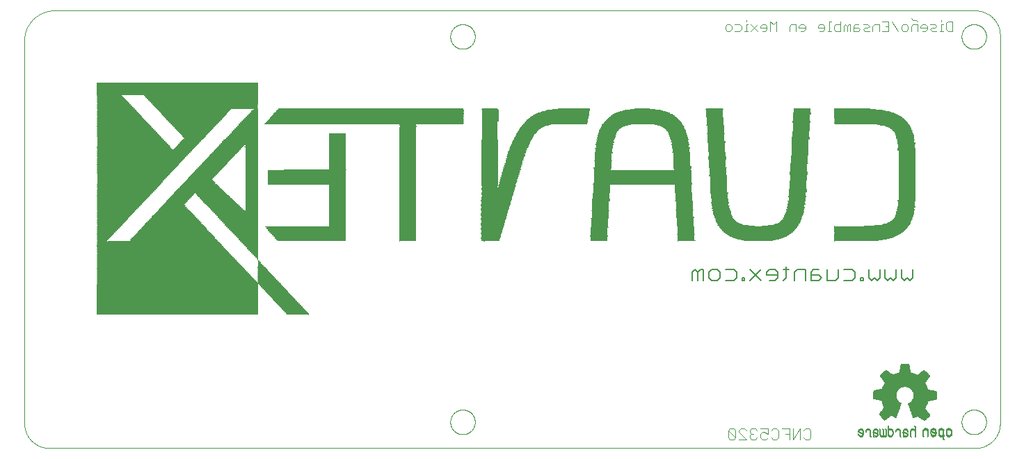
<source format=gbo>
G75*
%MOIN*%
%OFA0B0*%
%FSLAX25Y25*%
%IPPOS*%
%LPD*%
%AMOC8*
5,1,8,0,0,1.08239X$1,22.5*
%
%ADD10C,0.00000*%
%ADD11C,0.00700*%
%ADD12C,0.00400*%
%ADD13R,0.00221X0.00221*%
%ADD14R,0.10849X0.00221*%
%ADD15R,0.77053X0.00221*%
%ADD16R,0.10850X0.00221*%
%ADD17R,0.77053X0.00221*%
%ADD18R,0.10628X0.00221*%
%ADD19R,0.10628X0.00221*%
%ADD20R,0.10628X0.00221*%
%ADD21R,0.10849X0.00221*%
%ADD22R,0.10850X0.00221*%
%ADD23R,0.10628X0.00221*%
%ADD24R,0.87903X0.00221*%
%ADD25R,0.87681X0.00221*%
%ADD26R,0.10407X0.00221*%
%ADD27R,0.76832X0.00221*%
%ADD28R,0.10185X0.00221*%
%ADD29R,0.76610X0.00221*%
%ADD30R,0.09964X0.00221*%
%ADD31R,0.76389X0.00221*%
%ADD32R,0.09743X0.00221*%
%ADD33R,0.76167X0.00221*%
%ADD34R,0.09521X0.00221*%
%ADD35R,0.75946X0.00221*%
%ADD36R,0.09300X0.00221*%
%ADD37R,0.75725X0.00221*%
%ADD38R,0.09078X0.00221*%
%ADD39R,0.75503X0.00221*%
%ADD40R,0.08857X0.00221*%
%ADD41R,0.75282X0.00221*%
%ADD42R,0.08635X0.00221*%
%ADD43R,0.75060X0.00221*%
%ADD44R,0.08414X0.00221*%
%ADD45R,0.74839X0.00221*%
%ADD46R,0.08193X0.00221*%
%ADD47R,0.74618X0.00221*%
%ADD48R,0.74396X0.00221*%
%ADD49R,0.07750X0.00221*%
%ADD50R,0.74175X0.00221*%
%ADD51R,0.07750X0.00221*%
%ADD52R,0.73953X0.00221*%
%ADD53R,0.07528X0.00221*%
%ADD54R,0.73732X0.00221*%
%ADD55R,0.07307X0.00221*%
%ADD56R,0.07085X0.00221*%
%ADD57R,0.73511X0.00221*%
%ADD58R,0.06864X0.00221*%
%ADD59R,0.73289X0.00221*%
%ADD60R,0.06643X0.00221*%
%ADD61R,0.73068X0.00221*%
%ADD62R,0.06421X0.00221*%
%ADD63R,0.72846X0.00221*%
%ADD64R,0.06200X0.00221*%
%ADD65R,0.72625X0.00221*%
%ADD66R,0.05978X0.00221*%
%ADD67R,0.72404X0.00221*%
%ADD68R,0.05757X0.00221*%
%ADD69R,0.72182X0.00221*%
%ADD70R,0.05535X0.00221*%
%ADD71R,0.71961X0.00221*%
%ADD72R,0.05314X0.00221*%
%ADD73R,0.71739X0.00221*%
%ADD74R,0.05093X0.00221*%
%ADD75R,0.71518X0.00221*%
%ADD76R,0.04871X0.00221*%
%ADD77R,0.71296X0.00221*%
%ADD78R,0.04871X0.00221*%
%ADD79R,0.71075X0.00221*%
%ADD80R,0.04650X0.00221*%
%ADD81R,0.70854X0.00221*%
%ADD82R,0.04428X0.00221*%
%ADD83R,0.70632X0.00221*%
%ADD84R,0.04207X0.00221*%
%ADD85R,0.70411X0.00221*%
%ADD86R,0.03985X0.00221*%
%ADD87R,0.03764X0.00221*%
%ADD88R,0.70189X0.00221*%
%ADD89R,0.03543X0.00221*%
%ADD90R,0.69968X0.00221*%
%ADD91R,0.03321X0.00221*%
%ADD92R,0.69746X0.00221*%
%ADD93R,0.03100X0.00221*%
%ADD94R,0.69525X0.00221*%
%ADD95R,0.02878X0.00221*%
%ADD96R,0.69304X0.00221*%
%ADD97R,0.02657X0.00221*%
%ADD98R,0.69082X0.00221*%
%ADD99R,0.02435X0.00221*%
%ADD100R,0.68861X0.00221*%
%ADD101R,0.02214X0.00221*%
%ADD102R,0.68639X0.00221*%
%ADD103R,0.01993X0.00221*%
%ADD104R,0.68418X0.00221*%
%ADD105R,0.01771X0.00221*%
%ADD106R,0.68196X0.00221*%
%ADD107R,0.01550X0.00221*%
%ADD108R,0.67975X0.00221*%
%ADD109R,0.01328X0.00221*%
%ADD110R,0.67754X0.00221*%
%ADD111R,0.67532X0.00221*%
%ADD112R,0.01107X0.00221*%
%ADD113R,0.67311X0.00221*%
%ADD114R,0.00664X0.00221*%
%ADD115R,0.67089X0.00221*%
%ADD116R,0.00664X0.00221*%
%ADD117R,0.67089X0.00221*%
%ADD118R,0.00443X0.00221*%
%ADD119R,0.66868X0.00221*%
%ADD120R,0.66646X0.00221*%
%ADD121R,0.66425X0.00221*%
%ADD122R,0.66204X0.00221*%
%ADD123R,0.00443X0.00221*%
%ADD124R,0.65982X0.00221*%
%ADD125R,0.65761X0.00221*%
%ADD126R,0.00886X0.00221*%
%ADD127R,0.65539X0.00221*%
%ADD128R,0.65318X0.00221*%
%ADD129R,0.65096X0.00221*%
%ADD130R,0.64875X0.00221*%
%ADD131R,0.64654X0.00221*%
%ADD132R,0.64432X0.00221*%
%ADD133R,0.64211X0.00221*%
%ADD134R,0.63989X0.00221*%
%ADD135R,0.02435X0.00221*%
%ADD136R,0.63768X0.00221*%
%ADD137R,0.02657X0.00221*%
%ADD138R,0.63547X0.00221*%
%ADD139R,0.63325X0.00221*%
%ADD140R,0.63104X0.00221*%
%ADD141R,0.03543X0.00221*%
%ADD142R,0.62882X0.00221*%
%ADD143R,0.03764X0.00221*%
%ADD144R,0.62661X0.00221*%
%ADD145R,0.62440X0.00221*%
%ADD146R,0.62218X0.00221*%
%ADD147R,0.61997X0.00221*%
%ADD148R,0.04650X0.00221*%
%ADD149R,0.61775X0.00221*%
%ADD150R,0.61554X0.00221*%
%ADD151R,0.61333X0.00221*%
%ADD152R,0.61111X0.00221*%
%ADD153R,0.60890X0.00221*%
%ADD154R,0.05535X0.00221*%
%ADD155R,0.60668X0.00221*%
%ADD156R,0.05757X0.00221*%
%ADD157R,0.60447X0.00221*%
%ADD158R,0.60004X0.00221*%
%ADD159R,0.59783X0.00221*%
%ADD160R,0.06643X0.00221*%
%ADD161R,0.59783X0.00221*%
%ADD162R,0.06864X0.00221*%
%ADD163R,0.59561X0.00221*%
%ADD164R,0.59340X0.00221*%
%ADD165R,0.59119X0.00221*%
%ADD166R,0.58897X0.00221*%
%ADD167R,0.58676X0.00221*%
%ADD168R,0.07971X0.00221*%
%ADD169R,0.58454X0.00221*%
%ADD170R,0.58233X0.00221*%
%ADD171R,0.00222X0.00221*%
%ADD172R,0.00443X0.00221*%
%ADD173R,0.52919X0.00221*%
%ADD174R,0.18599X0.00221*%
%ADD175R,0.08192X0.00221*%
%ADD176R,0.32991X0.00221*%
%ADD177R,0.42291X0.00221*%
%ADD178R,0.21035X0.00221*%
%ADD179R,0.13728X0.00221*%
%ADD180R,0.08193X0.00221*%
%ADD181R,0.08192X0.00221*%
%ADD182R,0.08635X0.00221*%
%ADD183R,0.32991X0.00221*%
%ADD184R,0.41848X0.00221*%
%ADD185R,0.23027X0.00221*%
%ADD186R,0.16385X0.00221*%
%ADD187R,0.08857X0.00221*%
%ADD188R,0.33213X0.00221*%
%ADD189R,0.41405X0.00221*%
%ADD190R,0.24356X0.00221*%
%ADD191R,0.18820X0.00221*%
%ADD192R,0.33434X0.00221*%
%ADD193R,0.41183X0.00221*%
%ADD194R,0.05314X0.00221*%
%ADD195R,0.25020X0.00221*%
%ADD196R,0.19928X0.00221*%
%ADD197R,0.33656X0.00221*%
%ADD198R,0.40741X0.00221*%
%ADD199R,0.26348X0.00221*%
%ADD200R,0.21699X0.00221*%
%ADD201R,0.09078X0.00221*%
%ADD202R,0.33877X0.00221*%
%ADD203R,0.40298X0.00221*%
%ADD204R,0.27013X0.00221*%
%ADD205R,0.23028X0.00221*%
%ADD206R,0.09078X0.00221*%
%ADD207R,0.33877X0.00221*%
%ADD208R,0.09743X0.00221*%
%ADD209R,0.39855X0.00221*%
%ADD210R,0.05978X0.00221*%
%ADD211R,0.27677X0.00221*%
%ADD212R,0.24135X0.00221*%
%ADD213R,0.34320X0.00221*%
%ADD214R,0.09964X0.00221*%
%ADD215R,0.39634X0.00221*%
%ADD216R,0.28341X0.00221*%
%ADD217R,0.25242X0.00221*%
%ADD218R,0.39191X0.00221*%
%ADD219R,0.06421X0.00221*%
%ADD220R,0.29006X0.00221*%
%ADD221R,0.26127X0.00221*%
%ADD222R,0.34541X0.00221*%
%ADD223R,0.38748X0.00221*%
%ADD224R,0.29448X0.00221*%
%ADD225R,0.27013X0.00221*%
%ADD226R,0.34763X0.00221*%
%ADD227R,0.38306X0.00221*%
%ADD228R,0.29891X0.00221*%
%ADD229R,0.27898X0.00221*%
%ADD230R,0.08414X0.00221*%
%ADD231R,0.09300X0.00221*%
%ADD232R,0.34984X0.00221*%
%ADD233R,0.37862X0.00221*%
%ADD234R,0.07085X0.00221*%
%ADD235R,0.30334X0.00221*%
%ADD236R,0.28784X0.00221*%
%ADD237R,0.35206X0.00221*%
%ADD238R,0.11071X0.00221*%
%ADD239R,0.37420X0.00221*%
%ADD240R,0.30777X0.00221*%
%ADD241R,0.29449X0.00221*%
%ADD242R,0.35427X0.00221*%
%ADD243R,0.11292X0.00221*%
%ADD244R,0.36976X0.00221*%
%ADD245R,0.07528X0.00221*%
%ADD246R,0.31220X0.00221*%
%ADD247R,0.30113X0.00221*%
%ADD248R,0.35648X0.00221*%
%ADD249R,0.11514X0.00221*%
%ADD250R,0.36534X0.00221*%
%ADD251R,0.31663X0.00221*%
%ADD252R,0.30998X0.00221*%
%ADD253R,0.11735X0.00221*%
%ADD254R,0.36091X0.00221*%
%ADD255R,0.31884X0.00221*%
%ADD256R,0.31441X0.00221*%
%ADD257R,0.35870X0.00221*%
%ADD258R,0.11957X0.00221*%
%ADD259R,0.35648X0.00221*%
%ADD260R,0.07971X0.00221*%
%ADD261R,0.32327X0.00221*%
%ADD262R,0.32106X0.00221*%
%ADD263R,0.36091X0.00221*%
%ADD264R,0.12178X0.00221*%
%ADD265R,0.32548X0.00221*%
%ADD266R,0.32770X0.00221*%
%ADD267R,0.36313X0.00221*%
%ADD268R,0.12399X0.00221*%
%ADD269R,0.34762X0.00221*%
%ADD270R,0.32991X0.00221*%
%ADD271R,0.08635X0.00221*%
%ADD272R,0.36755X0.00221*%
%ADD273R,0.12621X0.00221*%
%ADD274R,0.34098X0.00221*%
%ADD275R,0.33434X0.00221*%
%ADD276R,0.34098X0.00221*%
%ADD277R,0.36977X0.00221*%
%ADD278R,0.12842X0.00221*%
%ADD279R,0.33656X0.00221*%
%ADD280R,0.09078X0.00221*%
%ADD281R,0.10185X0.00221*%
%ADD282R,0.37198X0.00221*%
%ADD283R,0.13064X0.00221*%
%ADD284R,0.34984X0.00221*%
%ADD285R,0.13285X0.00221*%
%ADD286R,0.34098X0.00221*%
%ADD287R,0.13506X0.00221*%
%ADD288R,0.09742X0.00221*%
%ADD289R,0.37641X0.00221*%
%ADD290R,0.13728X0.00221*%
%ADD291R,0.34541X0.00221*%
%ADD292R,0.36091X0.00221*%
%ADD293R,0.10407X0.00221*%
%ADD294R,0.13949X0.00221*%
%ADD295R,0.31663X0.00221*%
%ADD296R,0.10185X0.00221*%
%ADD297R,0.38084X0.00221*%
%ADD298R,0.14171X0.00221*%
%ADD299R,0.38305X0.00221*%
%ADD300R,0.14392X0.00221*%
%ADD301R,0.30777X0.00221*%
%ADD302R,0.35205X0.00221*%
%ADD303R,0.14613X0.00221*%
%ADD304R,0.30334X0.00221*%
%ADD305R,0.38527X0.00221*%
%ADD306R,0.14835X0.00221*%
%ADD307R,0.29891X0.00221*%
%ADD308R,0.35427X0.00221*%
%ADD309R,0.37641X0.00221*%
%ADD310R,0.38748X0.00221*%
%ADD311R,0.15056X0.00221*%
%ADD312R,0.29449X0.00221*%
%ADD313R,0.11292X0.00221*%
%ADD314R,0.21478X0.00221*%
%ADD315R,0.17271X0.00221*%
%ADD316R,0.17049X0.00221*%
%ADD317R,0.15278X0.00221*%
%ADD318R,0.16828X0.00221*%
%ADD319R,0.15499X0.00221*%
%ADD320R,0.28563X0.00221*%
%ADD321R,0.14614X0.00221*%
%ADD322R,0.12842X0.00221*%
%ADD323R,0.15720X0.00221*%
%ADD324R,0.28120X0.00221*%
%ADD325R,0.11956X0.00221*%
%ADD326R,0.11957X0.00221*%
%ADD327R,0.15942X0.00221*%
%ADD328R,0.12621X0.00221*%
%ADD329R,0.11513X0.00221*%
%ADD330R,0.11514X0.00221*%
%ADD331R,0.11071X0.00221*%
%ADD332R,0.15942X0.00221*%
%ADD333R,0.27456X0.00221*%
%ADD334R,0.12178X0.00221*%
%ADD335R,0.16163X0.00221*%
%ADD336R,0.10406X0.00221*%
%ADD337R,0.26570X0.00221*%
%ADD338R,0.11293X0.00221*%
%ADD339R,0.16606X0.00221*%
%ADD340R,0.26349X0.00221*%
%ADD341R,0.16828X0.00221*%
%ADD342R,0.25906X0.00221*%
%ADD343R,0.13063X0.00221*%
%ADD344R,0.09742X0.00221*%
%ADD345R,0.11293X0.00221*%
%ADD346R,0.17049X0.00221*%
%ADD347R,0.25463X0.00221*%
%ADD348R,0.13285X0.00221*%
%ADD349R,0.09521X0.00221*%
%ADD350R,0.17270X0.00221*%
%ADD351R,0.25020X0.00221*%
%ADD352R,0.17492X0.00221*%
%ADD353R,0.24577X0.00221*%
%ADD354R,0.17713X0.00221*%
%ADD355R,0.13949X0.00221*%
%ADD356R,0.17935X0.00221*%
%ADD357R,0.23691X0.00221*%
%ADD358R,0.14170X0.00221*%
%ADD359R,0.11735X0.00221*%
%ADD360R,0.18156X0.00221*%
%ADD361R,0.23249X0.00221*%
%ADD362R,0.14392X0.00221*%
%ADD363R,0.18378X0.00221*%
%ADD364R,0.22806X0.00221*%
%ADD365R,0.08414X0.00221*%
%ADD366R,0.18599X0.00221*%
%ADD367R,0.22363X0.00221*%
%ADD368R,0.21920X0.00221*%
%ADD369R,0.19042X0.00221*%
%ADD370R,0.21477X0.00221*%
%ADD371R,0.15056X0.00221*%
%ADD372R,0.19263X0.00221*%
%ADD373R,0.15278X0.00221*%
%ADD374R,0.19485X0.00221*%
%ADD375R,0.20813X0.00221*%
%ADD376R,0.20370X0.00221*%
%ADD377R,0.19706X0.00221*%
%ADD378R,0.12400X0.00221*%
%ADD379R,0.08414X0.00221*%
%ADD380R,0.12400X0.00221*%
%ADD381R,0.20149X0.00221*%
%ADD382R,0.19263X0.00221*%
%ADD383R,0.16385X0.00221*%
%ADD384R,0.20592X0.00221*%
%ADD385R,0.18156X0.00221*%
%ADD386R,0.21035X0.00221*%
%ADD387R,0.21256X0.00221*%
%ADD388R,0.17049X0.00221*%
%ADD389R,0.17270X0.00221*%
%ADD390R,0.16164X0.00221*%
%ADD391R,0.22142X0.00221*%
%ADD392R,0.13064X0.00221*%
%ADD393R,0.06200X0.00221*%
%ADD394R,0.15720X0.00221*%
%ADD395R,0.14835X0.00221*%
%ADD396R,0.18378X0.00221*%
%ADD397R,0.15721X0.00221*%
%ADD398R,0.19263X0.00221*%
%ADD399R,0.15499X0.00221*%
%ADD400R,0.19485X0.00221*%
%ADD401R,0.12620X0.00221*%
%ADD402R,0.19706X0.00221*%
%ADD403R,0.13507X0.00221*%
%ADD404R,0.20149X0.00221*%
%ADD405R,0.20592X0.00221*%
%ADD406R,0.20813X0.00221*%
%ADD407R,0.15278X0.00221*%
%ADD408R,0.21256X0.00221*%
%ADD409R,0.15278X0.00221*%
%ADD410R,0.21478X0.00221*%
%ADD411R,0.21920X0.00221*%
%ADD412R,0.14171X0.00221*%
%ADD413R,0.15057X0.00221*%
%ADD414R,0.22585X0.00221*%
%ADD415R,0.22806X0.00221*%
%ADD416R,0.23249X0.00221*%
%ADD417R,0.23470X0.00221*%
%ADD418R,0.14614X0.00221*%
%ADD419R,0.23692X0.00221*%
%ADD420R,0.07971X0.00221*%
%ADD421R,0.23913X0.00221*%
%ADD422R,0.24134X0.00221*%
%ADD423R,0.14613X0.00221*%
%ADD424R,0.24577X0.00221*%
%ADD425R,0.14835X0.00221*%
%ADD426R,0.25241X0.00221*%
%ADD427R,0.25463X0.00221*%
%ADD428R,0.14835X0.00221*%
%ADD429R,0.25684X0.00221*%
%ADD430R,0.25906X0.00221*%
%ADD431R,0.26791X0.00221*%
%ADD432R,0.27234X0.00221*%
%ADD433R,0.27456X0.00221*%
%ADD434R,0.28120X0.00221*%
%ADD435R,0.15942X0.00221*%
%ADD436R,0.28563X0.00221*%
%ADD437R,0.07528X0.00221*%
%ADD438R,0.28784X0.00221*%
%ADD439R,0.19042X0.00221*%
%ADD440R,0.29227X0.00221*%
%ADD441R,0.17492X0.00221*%
%ADD442R,0.29670X0.00221*%
%ADD443R,0.23470X0.00221*%
%ADD444R,0.47383X0.00221*%
%ADD445R,0.30556X0.00221*%
%ADD446R,0.46941X0.00221*%
%ADD447R,0.37198X0.00221*%
%ADD448R,0.30998X0.00221*%
%ADD449R,0.46941X0.00221*%
%ADD450R,0.31441X0.00221*%
%ADD451R,0.32106X0.00221*%
%ADD452R,0.37420X0.00221*%
%ADD453R,0.11956X0.00221*%
%ADD454R,0.32991X0.00221*%
%ADD455R,0.46719X0.00221*%
%ADD456R,0.46719X0.00221*%
%ADD457R,0.34098X0.00221*%
%ADD458R,0.46498X0.00221*%
%ADD459R,0.46498X0.00221*%
%ADD460R,0.35205X0.00221*%
%ADD461R,0.11735X0.00221*%
%ADD462R,0.35870X0.00221*%
%ADD463R,0.36091X0.00221*%
%ADD464R,0.36312X0.00221*%
%ADD465R,0.29670X0.00221*%
%ADD466R,0.36977X0.00221*%
%ADD467R,0.37419X0.00221*%
%ADD468R,0.37862X0.00221*%
%ADD469R,0.38305X0.00221*%
%ADD470R,0.38526X0.00221*%
%ADD471R,0.39191X0.00221*%
%ADD472R,0.39191X0.00221*%
%ADD473R,0.39412X0.00221*%
%ADD474R,0.39633X0.00221*%
%ADD475R,0.39855X0.00221*%
%ADD476R,0.40076X0.00221*%
%ADD477R,0.40298X0.00221*%
%ADD478R,0.40519X0.00221*%
%ADD479R,0.40741X0.00221*%
%ADD480R,0.40962X0.00221*%
%ADD481R,0.41405X0.00221*%
%ADD482R,0.41626X0.00221*%
%ADD483R,0.41848X0.00221*%
%ADD484R,0.42069X0.00221*%
%ADD485R,0.42291X0.00221*%
%ADD486R,0.42512X0.00221*%
%ADD487R,0.42733X0.00221*%
%ADD488R,0.42955X0.00221*%
%ADD489R,0.43176X0.00221*%
%ADD490R,0.43398X0.00221*%
%ADD491R,0.43619X0.00221*%
%ADD492R,0.43841X0.00221*%
%ADD493R,0.44062X0.00221*%
%ADD494R,0.44283X0.00221*%
%ADD495R,0.44505X0.00221*%
%ADD496R,0.44726X0.00221*%
%ADD497R,0.44948X0.00221*%
%ADD498R,0.45169X0.00221*%
%ADD499R,0.45391X0.00221*%
%ADD500R,0.45391X0.00221*%
%ADD501R,0.45612X0.00221*%
%ADD502R,0.09299X0.00221*%
%ADD503R,0.08635X0.00221*%
%ADD504R,0.17713X0.00221*%
%ADD505R,0.16606X0.00221*%
%ADD506R,0.09299X0.00221*%
%ADD507R,0.32327X0.00221*%
%ADD508R,0.31884X0.00221*%
%ADD509R,0.07528X0.00221*%
%ADD510R,0.30334X0.00221*%
%ADD511R,0.13506X0.00221*%
%ADD512R,0.29227X0.00221*%
%ADD513R,0.28341X0.00221*%
%ADD514R,0.27898X0.00221*%
%ADD515R,0.09521X0.00221*%
%ADD516R,0.27234X0.00221*%
%ADD517R,0.17935X0.00221*%
%ADD518R,0.26791X0.00221*%
%ADD519R,0.18820X0.00221*%
%ADD520R,0.26127X0.00221*%
%ADD521R,0.11513X0.00221*%
%ADD522R,0.25684X0.00221*%
%ADD523R,0.20149X0.00221*%
%ADD524R,0.12399X0.00221*%
%ADD525R,0.25241X0.00221*%
%ADD526R,0.24799X0.00221*%
%ADD527R,0.95431X0.00221*%
%ADD528R,0.22363X0.00221*%
%ADD529R,0.30113X0.00221*%
%ADD530R,0.95209X0.00221*%
%ADD531R,0.94988X0.00221*%
%ADD532R,0.24134X0.00221*%
%ADD533R,0.94767X0.00221*%
%ADD534R,0.23692X0.00221*%
%ADD535R,0.94545X0.00221*%
%ADD536R,0.94324X0.00221*%
%ADD537R,0.24578X0.00221*%
%ADD538R,0.94102X0.00221*%
%ADD539R,0.34320X0.00221*%
%ADD540R,0.93881X0.00221*%
%ADD541R,0.07307X0.00221*%
%ADD542R,0.23027X0.00221*%
%ADD543R,0.93659X0.00221*%
%ADD544R,0.93438X0.00221*%
%ADD545R,0.22585X0.00221*%
%ADD546R,0.93217X0.00221*%
%ADD547R,0.28342X0.00221*%
%ADD548R,0.92995X0.00221*%
%ADD549R,0.26792X0.00221*%
%ADD550R,0.33213X0.00221*%
%ADD551R,0.92995X0.00221*%
%ADD552R,0.06421X0.00221*%
%ADD553R,0.21920X0.00221*%
%ADD554R,0.92774X0.00221*%
%ADD555R,0.92552X0.00221*%
%ADD556R,0.31884X0.00221*%
%ADD557R,0.27456X0.00221*%
%ADD558R,0.92331X0.00221*%
%ADD559R,0.92109X0.00221*%
%ADD560R,0.29006X0.00221*%
%ADD561R,0.30556X0.00221*%
%ADD562R,0.91888X0.00221*%
%ADD563R,0.05314X0.00221*%
%ADD564R,0.29448X0.00221*%
%ADD565R,0.91667X0.00221*%
%ADD566R,0.91445X0.00221*%
%ADD567R,0.91224X0.00221*%
%ADD568R,0.91002X0.00221*%
%ADD569R,0.31220X0.00221*%
%ADD570R,0.26792X0.00221*%
%ADD571R,0.25020X0.00221*%
%ADD572R,0.91002X0.00221*%
%ADD573R,0.04207X0.00221*%
%ADD574R,0.31663X0.00221*%
%ADD575R,0.19928X0.00221*%
%ADD576R,0.90781X0.00221*%
%ADD577R,0.90338X0.00221*%
%ADD578R,0.32327X0.00221*%
%ADD579R,0.90117X0.00221*%
%ADD580R,0.89895X0.00221*%
%ADD581R,0.20813X0.00221*%
%ADD582R,0.22142X0.00221*%
%ADD583R,0.89674X0.00221*%
%ADD584R,0.03100X0.00221*%
%ADD585R,0.33434X0.00221*%
%ADD586R,0.89674X0.00221*%
%ADD587R,0.89453X0.00221*%
%ADD588R,0.89231X0.00221*%
%ADD589R,0.88788X0.00221*%
%ADD590R,0.88788X0.00221*%
%ADD591R,0.02214X0.00221*%
%ADD592R,0.35648X0.00221*%
%ADD593R,0.17935X0.00221*%
%ADD594R,0.48712X0.00221*%
%ADD595R,0.48933X0.00221*%
%ADD596R,0.49155X0.00221*%
%ADD597R,0.49376X0.00221*%
%ADD598R,0.49598X0.00221*%
%ADD599R,0.16828X0.00221*%
%ADD600R,0.49819X0.00221*%
%ADD601R,0.50040X0.00221*%
%ADD602R,0.16385X0.00221*%
%ADD603R,0.50262X0.00221*%
%ADD604R,0.50483X0.00221*%
%ADD605R,0.50705X0.00221*%
%ADD606R,0.50705X0.00221*%
%ADD607R,0.50926X0.00221*%
%ADD608R,0.51147X0.00221*%
%ADD609R,0.51369X0.00221*%
%ADD610R,0.51590X0.00221*%
%ADD611R,0.51812X0.00221*%
%ADD612R,0.52033X0.00221*%
%ADD613R,0.52254X0.00221*%
%ADD614R,0.52476X0.00221*%
%ADD615R,0.52697X0.00221*%
%ADD616R,0.53140X0.00221*%
%ADD617R,0.53361X0.00221*%
%ADD618R,0.53583X0.00221*%
%ADD619R,0.53804X0.00221*%
%ADD620R,0.54026X0.00221*%
%ADD621R,0.54247X0.00221*%
%ADD622R,0.54469X0.00221*%
%ADD623R,0.00200X0.00025*%
%ADD624R,0.00250X0.00025*%
%ADD625R,0.00300X0.00025*%
%ADD626R,0.00350X0.00025*%
%ADD627R,0.00425X0.00025*%
%ADD628R,0.00500X0.00025*%
%ADD629R,0.00600X0.00025*%
%ADD630R,0.00650X0.00025*%
%ADD631R,0.00675X0.00025*%
%ADD632R,0.00700X0.00025*%
%ADD633R,0.00725X0.00025*%
%ADD634R,0.00725X0.00025*%
%ADD635R,0.00750X0.00025*%
%ADD636R,0.00750X0.00025*%
%ADD637R,0.00125X0.00025*%
%ADD638R,0.00025X0.00025*%
%ADD639R,0.00100X0.00025*%
%ADD640R,0.00075X0.00025*%
%ADD641R,0.00025X0.00025*%
%ADD642R,0.00050X0.00025*%
%ADD643R,0.00075X0.00025*%
%ADD644R,0.00075X0.00025*%
%ADD645R,0.00825X0.00025*%
%ADD646R,0.00675X0.00025*%
%ADD647R,0.00775X0.00025*%
%ADD648R,0.00100X0.00025*%
%ADD649R,0.00050X0.00025*%
%ADD650R,0.00800X0.00025*%
%ADD651R,0.00375X0.00025*%
%ADD652R,0.00325X0.00025*%
%ADD653R,0.00425X0.00025*%
%ADD654R,0.00150X0.00025*%
%ADD655R,0.00925X0.00025*%
%ADD656R,0.00800X0.00025*%
%ADD657R,0.00900X0.00025*%
%ADD658R,0.00525X0.00025*%
%ADD659R,0.00775X0.00025*%
%ADD660R,0.00525X0.00025*%
%ADD661R,0.00175X0.00025*%
%ADD662R,0.00200X0.00025*%
%ADD663R,0.00975X0.00025*%
%ADD664R,0.01000X0.00025*%
%ADD665R,0.00850X0.00025*%
%ADD666R,0.00975X0.00025*%
%ADD667R,0.00225X0.00025*%
%ADD668R,0.00675X0.00025*%
%ADD669R,0.00775X0.00025*%
%ADD670R,0.00625X0.00025*%
%ADD671R,0.00225X0.00025*%
%ADD672R,0.00225X0.00025*%
%ADD673R,0.01050X0.00025*%
%ADD674R,0.00275X0.00025*%
%ADD675R,0.00250X0.00025*%
%ADD676R,0.01100X0.00025*%
%ADD677R,0.00925X0.00025*%
%ADD678R,0.00825X0.00025*%
%ADD679R,0.00175X0.00025*%
%ADD680R,0.00300X0.00025*%
%ADD681R,0.00275X0.00025*%
%ADD682R,0.01075X0.00025*%
%ADD683R,0.00325X0.00025*%
%ADD684R,0.01175X0.00025*%
%ADD685R,0.01125X0.00025*%
%ADD686R,0.00275X0.00025*%
%ADD687R,0.01025X0.00025*%
%ADD688R,0.00850X0.00025*%
%ADD689R,0.01025X0.00025*%
%ADD690R,0.01000X0.00025*%
%ADD691R,0.00375X0.00025*%
%ADD692R,0.00350X0.00025*%
%ADD693R,0.01175X0.00025*%
%ADD694R,0.01325X0.00025*%
%ADD695R,0.01075X0.00025*%
%ADD696R,0.01175X0.00025*%
%ADD697R,0.01275X0.00025*%
%ADD698R,0.01225X0.00025*%
%ADD699R,0.02050X0.00025*%
%ADD700R,0.01200X0.00025*%
%ADD701R,0.00400X0.00025*%
%ADD702R,0.00425X0.00025*%
%ADD703R,0.00425X0.00025*%
%ADD704R,0.01250X0.00025*%
%ADD705R,0.01425X0.00025*%
%ADD706R,0.01225X0.00025*%
%ADD707R,0.01275X0.00025*%
%ADD708R,0.00450X0.00025*%
%ADD709R,0.01350X0.00025*%
%ADD710R,0.02100X0.00025*%
%ADD711R,0.00475X0.00025*%
%ADD712R,0.00475X0.00025*%
%ADD713R,0.00450X0.00025*%
%ADD714R,0.01325X0.00025*%
%ADD715R,0.00550X0.00025*%
%ADD716R,0.01500X0.00025*%
%ADD717R,0.02625X0.00025*%
%ADD718R,0.01300X0.00025*%
%ADD719R,0.00500X0.00025*%
%ADD720R,0.01525X0.00025*%
%ADD721R,0.02150X0.00025*%
%ADD722R,0.01425X0.00025*%
%ADD723R,0.00550X0.00025*%
%ADD724R,0.00475X0.00025*%
%ADD725R,0.01350X0.00025*%
%ADD726R,0.00575X0.00025*%
%ADD727R,0.01575X0.00025*%
%ADD728R,0.02675X0.00025*%
%ADD729R,0.01325X0.00025*%
%ADD730R,0.01475X0.00025*%
%ADD731R,0.02175X0.00025*%
%ADD732R,0.01475X0.00025*%
%ADD733R,0.00575X0.00025*%
%ADD734R,0.00525X0.00025*%
%ADD735R,0.01375X0.00025*%
%ADD736R,0.00525X0.00025*%
%ADD737R,0.01625X0.00025*%
%ADD738R,0.02725X0.00025*%
%ADD739R,0.01525X0.00025*%
%ADD740R,0.02200X0.00025*%
%ADD741R,0.01525X0.00025*%
%ADD742R,0.00625X0.00025*%
%ADD743R,0.00625X0.00025*%
%ADD744R,0.01400X0.00025*%
%ADD745R,0.00600X0.00025*%
%ADD746R,0.01675X0.00025*%
%ADD747R,0.02775X0.00025*%
%ADD748R,0.01375X0.00025*%
%ADD749R,0.01650X0.00025*%
%ADD750R,0.01600X0.00025*%
%ADD751R,0.02225X0.00025*%
%ADD752R,0.01400X0.00025*%
%ADD753R,0.01725X0.00025*%
%ADD754R,0.02825X0.00025*%
%ADD755R,0.01700X0.00025*%
%ADD756R,0.02275X0.00025*%
%ADD757R,0.01675X0.00025*%
%ADD758R,0.00725X0.00025*%
%ADD759R,0.01800X0.00025*%
%ADD760R,0.02875X0.00025*%
%ADD761R,0.01775X0.00025*%
%ADD762R,0.01800X0.00025*%
%ADD763R,0.02350X0.00025*%
%ADD764R,0.01775X0.00025*%
%ADD765R,0.00775X0.00025*%
%ADD766R,0.01450X0.00025*%
%ADD767R,0.00575X0.00025*%
%ADD768R,0.01850X0.00025*%
%ADD769R,0.02925X0.00025*%
%ADD770R,0.01825X0.00025*%
%ADD771R,0.01875X0.00025*%
%ADD772R,0.02375X0.00025*%
%ADD773R,0.01825X0.00025*%
%ADD774R,0.01475X0.00025*%
%ADD775R,0.00575X0.00025*%
%ADD776R,0.01900X0.00025*%
%ADD777R,0.02950X0.00025*%
%ADD778R,0.01925X0.00025*%
%ADD779R,0.02400X0.00025*%
%ADD780R,0.01875X0.00025*%
%ADD781R,0.01950X0.00025*%
%ADD782R,0.02975X0.00025*%
%ADD783R,0.01975X0.00025*%
%ADD784R,0.02425X0.00025*%
%ADD785R,0.01925X0.00025*%
%ADD786R,0.01475X0.00025*%
%ADD787R,0.02000X0.00025*%
%ADD788R,0.03000X0.00025*%
%ADD789R,0.01500X0.00025*%
%ADD790R,0.02025X0.00025*%
%ADD791R,0.02425X0.00025*%
%ADD792R,0.01975X0.00025*%
%ADD793R,0.02050X0.00025*%
%ADD794R,0.03025X0.00025*%
%ADD795R,0.02000X0.00025*%
%ADD796R,0.02075X0.00025*%
%ADD797R,0.02450X0.00025*%
%ADD798R,0.02025X0.00025*%
%ADD799R,0.02100X0.00025*%
%ADD800R,0.03025X0.00025*%
%ADD801R,0.02025X0.00025*%
%ADD802R,0.02475X0.00025*%
%ADD803R,0.02075X0.00025*%
%ADD804R,0.01550X0.00025*%
%ADD805R,0.02150X0.00025*%
%ADD806R,0.03075X0.00025*%
%ADD807R,0.02525X0.00025*%
%ADD808R,0.02125X0.00025*%
%ADD809R,0.01550X0.00025*%
%ADD810R,0.03125X0.00025*%
%ADD811R,0.02200X0.00025*%
%ADD812R,0.02550X0.00025*%
%ADD813R,0.01575X0.00025*%
%ADD814R,0.03150X0.00025*%
%ADD815R,0.01525X0.00025*%
%ADD816R,0.02225X0.00025*%
%ADD817R,0.02575X0.00025*%
%ADD818R,0.00950X0.00025*%
%ADD819R,0.01025X0.00025*%
%ADD820R,0.03175X0.00025*%
%ADD821R,0.01075X0.00025*%
%ADD822R,0.02275X0.00025*%
%ADD823R,0.02575X0.00025*%
%ADD824R,0.02225X0.00025*%
%ADD825R,0.00950X0.00025*%
%ADD826R,0.01225X0.00025*%
%ADD827R,0.00825X0.00025*%
%ADD828R,0.00875X0.00025*%
%ADD829R,0.00975X0.00025*%
%ADD830R,0.02325X0.00025*%
%ADD831R,0.02600X0.00025*%
%ADD832R,0.00875X0.00025*%
%ADD833R,0.02375X0.00025*%
%ADD834R,0.02600X0.00025*%
%ADD835R,0.02325X0.00025*%
%ADD836R,0.00825X0.00025*%
%ADD837R,0.00725X0.00025*%
%ADD838R,0.02400X0.00025*%
%ADD839R,0.02625X0.00025*%
%ADD840R,0.00875X0.00025*%
%ADD841R,0.02450X0.00025*%
%ADD842R,0.02650X0.00025*%
%ADD843R,0.02425X0.00025*%
%ADD844R,0.00700X0.00025*%
%ADD845R,0.00650X0.00025*%
%ADD846R,0.02475X0.00025*%
%ADD847R,0.02650X0.00025*%
%ADD848R,0.02425X0.00025*%
%ADD849R,0.02500X0.00025*%
%ADD850R,0.02675X0.00025*%
%ADD851R,0.02500X0.00025*%
%ADD852R,0.02700X0.00025*%
%ADD853R,0.00675X0.00025*%
%ADD854R,0.02525X0.00025*%
%ADD855R,0.00625X0.00025*%
%ADD856R,0.01150X0.00025*%
%ADD857R,0.01300X0.00025*%
%ADD858R,0.01075X0.00025*%
%ADD859R,0.01050X0.00025*%
%ADD860R,0.01175X0.00025*%
%ADD861R,0.01150X0.00025*%
%ADD862R,0.00975X0.00025*%
%ADD863R,0.01025X0.00025*%
%ADD864R,0.01125X0.00025*%
%ADD865R,0.00900X0.00025*%
%ADD866R,0.00925X0.00025*%
%ADD867R,0.00925X0.00025*%
%ADD868R,0.00875X0.00025*%
%ADD869R,0.00125X0.00025*%
%ADD870R,0.01200X0.00025*%
%ADD871R,0.01250X0.00025*%
%ADD872R,0.01275X0.00025*%
%ADD873R,0.01275X0.00025*%
%ADD874R,0.01600X0.00025*%
%ADD875R,0.01625X0.00025*%
%ADD876R,0.01700X0.00025*%
%ADD877R,0.01450X0.00025*%
%ADD878R,0.01750X0.00025*%
%ADD879R,0.01875X0.00025*%
%ADD880R,0.01850X0.00025*%
%ADD881R,0.02075X0.00025*%
%ADD882R,0.01950X0.00025*%
%ADD883R,0.02075X0.00025*%
%ADD884R,0.01900X0.00025*%
%ADD885R,0.01875X0.00025*%
%ADD886R,0.01750X0.00025*%
%ADD887R,0.01725X0.00025*%
%ADD888R,0.01650X0.00025*%
%ADD889R,0.02350X0.00025*%
%ADD890R,0.02475X0.00025*%
%ADD891R,0.01425X0.00025*%
%ADD892R,0.02550X0.00025*%
%ADD893R,0.02750X0.00025*%
%ADD894R,0.01125X0.00025*%
%ADD895R,0.01100X0.00025*%
%ADD896R,0.00125X0.00025*%
%ADD897R,0.01775X0.00025*%
%ADD898R,0.00150X0.00025*%
%ADD899R,0.00400X0.00025*%
%ADD900R,0.00275X0.00025*%
%ADD901R,0.00475X0.00025*%
%ADD902R,0.00325X0.00025*%
%ADD903R,0.00375X0.00025*%
%ADD904R,0.01375X0.00025*%
%ADD905R,0.01225X0.00025*%
%ADD906R,0.02125X0.00025*%
%ADD907R,0.02375X0.00025*%
%ADD908R,0.02525X0.00025*%
%ADD909R,0.02575X0.00025*%
%ADD910R,0.02025X0.00025*%
%ADD911R,0.01975X0.00025*%
%ADD912R,0.01975X0.00025*%
%ADD913R,0.02300X0.00025*%
%ADD914R,0.02325X0.00025*%
%ADD915R,0.01925X0.00025*%
%ADD916R,0.02300X0.00025*%
%ADD917R,0.02225X0.00025*%
%ADD918R,0.02275X0.00025*%
%ADD919R,0.01825X0.00025*%
%ADD920R,0.02175X0.00025*%
%ADD921R,0.01725X0.00025*%
%ADD922R,0.02275X0.00025*%
%ADD923R,0.01675X0.00025*%
%ADD924R,0.02175X0.00025*%
%ADD925R,0.01675X0.00025*%
%ADD926R,0.02250X0.00025*%
%ADD927R,0.01625X0.00025*%
%ADD928R,0.01625X0.00025*%
%ADD929R,0.01575X0.00025*%
%ADD930R,0.02125X0.00025*%
%ADD931R,0.01375X0.00025*%
%ADD932R,0.01125X0.00025*%
%ADD933R,0.01925X0.00025*%
%ADD934R,0.00175X0.00025*%
%ADD935R,0.00125X0.00025*%
%ADD936R,0.00225X0.00025*%
%ADD937R,0.00375X0.00025*%
%ADD938R,0.00325X0.00025*%
%ADD939R,0.01575X0.00025*%
%ADD940R,0.02175X0.00025*%
%ADD941R,0.01775X0.00025*%
%ADD942R,0.01825X0.00025*%
%ADD943R,0.02725X0.00025*%
%ADD944R,0.02800X0.00025*%
%ADD945R,0.02850X0.00025*%
%ADD946R,0.02875X0.00025*%
%ADD947R,0.02925X0.00025*%
%ADD948R,0.02125X0.00025*%
%ADD949R,0.03000X0.00025*%
%ADD950R,0.03100X0.00025*%
%ADD951R,0.03175X0.00025*%
%ADD952R,0.03225X0.00025*%
%ADD953R,0.03275X0.00025*%
%ADD954R,0.03325X0.00025*%
%ADD955R,0.02525X0.00025*%
%ADD956R,0.03400X0.00025*%
%ADD957R,0.03450X0.00025*%
%ADD958R,0.02625X0.00025*%
%ADD959R,0.03525X0.00025*%
%ADD960R,0.02700X0.00025*%
%ADD961R,0.03600X0.00025*%
%ADD962R,0.03650X0.00025*%
%ADD963R,0.03700X0.00025*%
%ADD964R,0.03725X0.00025*%
%ADD965R,0.03800X0.00025*%
%ADD966R,0.02975X0.00025*%
%ADD967R,0.03900X0.00025*%
%ADD968R,0.03050X0.00025*%
%ADD969R,0.03975X0.00025*%
%ADD970R,0.00075X0.00025*%
%ADD971R,0.03150X0.00025*%
%ADD972R,0.04025X0.00025*%
%ADD973R,0.03200X0.00025*%
%ADD974R,0.04050X0.00025*%
%ADD975R,0.03225X0.00025*%
%ADD976R,0.04100X0.00025*%
%ADD977R,0.03275X0.00025*%
%ADD978R,0.04175X0.00025*%
%ADD979R,0.03350X0.00025*%
%ADD980R,0.04225X0.00025*%
%ADD981R,0.04300X0.00025*%
%ADD982R,0.03475X0.00025*%
%ADD983R,0.04375X0.00025*%
%ADD984R,0.03550X0.00025*%
%ADD985R,0.04450X0.00025*%
%ADD986R,0.04500X0.00025*%
%ADD987R,0.04525X0.00025*%
%ADD988R,0.03675X0.00025*%
%ADD989R,0.04575X0.00025*%
%ADD990R,0.03725X0.00025*%
%ADD991R,0.04625X0.00025*%
%ADD992R,0.04700X0.00025*%
%ADD993R,0.03850X0.00025*%
%ADD994R,0.04800X0.00025*%
%ADD995R,0.03925X0.00025*%
%ADD996R,0.04825X0.00025*%
%ADD997R,0.03975X0.00025*%
%ADD998R,0.04875X0.00025*%
%ADD999R,0.04025X0.00025*%
%ADD1000R,0.04950X0.00025*%
%ADD1001R,0.04050X0.00025*%
%ADD1002R,0.05000X0.00025*%
%ADD1003R,0.04100X0.00025*%
%ADD1004R,0.05075X0.00025*%
%ADD1005R,0.04175X0.00025*%
%ADD1006R,0.05150X0.00025*%
%ADD1007R,0.04250X0.00025*%
%ADD1008R,0.05225X0.00025*%
%ADD1009R,0.04300X0.00025*%
%ADD1010R,0.05275X0.00025*%
%ADD1011R,0.04375X0.00025*%
%ADD1012R,0.05325X0.00025*%
%ADD1013R,0.04425X0.00025*%
%ADD1014R,0.05350X0.00025*%
%ADD1015R,0.05400X0.00025*%
%ADD1016R,0.05475X0.00025*%
%ADD1017R,0.04575X0.00025*%
%ADD1018R,0.05550X0.00025*%
%ADD1019R,0.04650X0.00025*%
%ADD1020R,0.05600X0.00025*%
%ADD1021R,0.04725X0.00025*%
%ADD1022R,0.05650X0.00025*%
%ADD1023R,0.04775X0.00025*%
%ADD1024R,0.05700X0.00025*%
%ADD1025R,0.08175X0.00025*%
%ADD1026R,0.04825X0.00025*%
%ADD1027R,0.08200X0.00025*%
%ADD1028R,0.04900X0.00025*%
%ADD1029R,0.08250X0.00025*%
%ADD1030R,0.04975X0.00025*%
%ADD1031R,0.08275X0.00025*%
%ADD1032R,0.05025X0.00025*%
%ADD1033R,0.08300X0.00025*%
%ADD1034R,0.08350X0.00025*%
%ADD1035R,0.05125X0.00025*%
%ADD1036R,0.08350X0.00025*%
%ADD1037R,0.02250X0.00025*%
%ADD1038R,0.05175X0.00025*%
%ADD1039R,0.08400X0.00025*%
%ADD1040R,0.05225X0.00025*%
%ADD1041R,0.08400X0.00025*%
%ADD1042R,0.05300X0.00025*%
%ADD1043R,0.08450X0.00025*%
%ADD1044R,0.05375X0.00025*%
%ADD1045R,0.08450X0.00025*%
%ADD1046R,0.05425X0.00025*%
%ADD1047R,0.08475X0.00025*%
%ADD1048R,0.05500X0.00025*%
%ADD1049R,0.08500X0.00025*%
%ADD1050R,0.08500X0.00025*%
%ADD1051R,0.08225X0.00025*%
%ADD1052R,0.08525X0.00025*%
%ADD1053R,0.08525X0.00025*%
%ADD1054R,0.08325X0.00025*%
%ADD1055R,0.08550X0.00025*%
%ADD1056R,0.08550X0.00025*%
%ADD1057R,0.08375X0.00025*%
%ADD1058R,0.08425X0.00025*%
%ADD1059R,0.08475X0.00025*%
%ADD1060R,0.08575X0.00025*%
%ADD1061R,0.08600X0.00025*%
%ADD1062R,0.08575X0.00025*%
%ADD1063R,0.08600X0.00025*%
%ADD1064R,0.08650X0.00025*%
%ADD1065R,0.08650X0.00025*%
%ADD1066R,0.08525X0.00025*%
%ADD1067R,0.08675X0.00025*%
%ADD1068R,0.08675X0.00025*%
%ADD1069R,0.08700X0.00025*%
%ADD1070R,0.08700X0.00025*%
%ADD1071R,0.08475X0.00025*%
%ADD1072R,0.08675X0.00025*%
%ADD1073R,0.08425X0.00025*%
%ADD1074R,0.08375X0.00025*%
%ADD1075R,0.08675X0.00025*%
%ADD1076R,0.08375X0.00025*%
%ADD1077R,0.08375X0.00025*%
%ADD1078R,0.08325X0.00025*%
%ADD1079R,0.08325X0.00025*%
%ADD1080R,0.08625X0.00025*%
%ADD1081R,0.08300X0.00025*%
%ADD1082R,0.08625X0.00025*%
%ADD1083R,0.08625X0.00025*%
%ADD1084R,0.08275X0.00025*%
%ADD1085R,0.08575X0.00025*%
%ADD1086R,0.08275X0.00025*%
%ADD1087R,0.08575X0.00025*%
%ADD1088R,0.08250X0.00025*%
%ADD1089R,0.08225X0.00025*%
%ADD1090R,0.08225X0.00025*%
%ADD1091R,0.08525X0.00025*%
%ADD1092R,0.08200X0.00025*%
%ADD1093R,0.08175X0.00025*%
%ADD1094R,0.08175X0.00025*%
%ADD1095R,0.08150X0.00025*%
%ADD1096R,0.08475X0.00025*%
%ADD1097R,0.08150X0.00025*%
%ADD1098R,0.08125X0.00025*%
%ADD1099R,0.08125X0.00025*%
%ADD1100R,0.08075X0.00025*%
%ADD1101R,0.08050X0.00025*%
%ADD1102R,0.08050X0.00025*%
%ADD1103R,0.08425X0.00025*%
%ADD1104R,0.08025X0.00025*%
%ADD1105R,0.08025X0.00025*%
%ADD1106R,0.08025X0.00025*%
%ADD1107R,0.08000X0.00025*%
%ADD1108R,0.08000X0.00025*%
%ADD1109R,0.07975X0.00025*%
%ADD1110R,0.07975X0.00025*%
%ADD1111R,0.08325X0.00025*%
%ADD1112R,0.07975X0.00025*%
%ADD1113R,0.07950X0.00025*%
%ADD1114R,0.07950X0.00025*%
%ADD1115R,0.07925X0.00025*%
%ADD1116R,0.07900X0.00025*%
%ADD1117R,0.07875X0.00025*%
%ADD1118R,0.07875X0.00025*%
%ADD1119R,0.07875X0.00025*%
%ADD1120R,0.07850X0.00025*%
%ADD1121R,0.07850X0.00025*%
%ADD1122R,0.07825X0.00025*%
%ADD1123R,0.07825X0.00025*%
%ADD1124R,0.08225X0.00025*%
%ADD1125R,0.07800X0.00025*%
%ADD1126R,0.07825X0.00025*%
%ADD1127R,0.07800X0.00025*%
%ADD1128R,0.07775X0.00025*%
%ADD1129R,0.07775X0.00025*%
%ADD1130R,0.07750X0.00025*%
%ADD1131R,0.08175X0.00025*%
%ADD1132R,0.07725X0.00025*%
%ADD1133R,0.07725X0.00025*%
%ADD1134R,0.07700X0.00025*%
%ADD1135R,0.07700X0.00025*%
%ADD1136R,0.07675X0.00025*%
%ADD1137R,0.08125X0.00025*%
%ADD1138R,0.07675X0.00025*%
%ADD1139R,0.08075X0.00025*%
%ADD1140R,0.07650X0.00025*%
%ADD1141R,0.07650X0.00025*%
%ADD1142R,0.07625X0.00025*%
%ADD1143R,0.07625X0.00025*%
%ADD1144R,0.07600X0.00025*%
%ADD1145R,0.07600X0.00025*%
%ADD1146R,0.07575X0.00025*%
%ADD1147R,0.07550X0.00025*%
%ADD1148R,0.08025X0.00025*%
%ADD1149R,0.07550X0.00025*%
%ADD1150R,0.07525X0.00025*%
%ADD1151R,0.07525X0.00025*%
%ADD1152R,0.07500X0.00025*%
%ADD1153R,0.07500X0.00025*%
%ADD1154R,0.07475X0.00025*%
%ADD1155R,0.07475X0.00025*%
%ADD1156R,0.07925X0.00025*%
%ADD1157R,0.07450X0.00025*%
%ADD1158R,0.07475X0.00025*%
%ADD1159R,0.07925X0.00025*%
%ADD1160R,0.07900X0.00025*%
%ADD1161R,0.07450X0.00025*%
%ADD1162R,0.07475X0.00025*%
%ADD1163R,0.07525X0.00025*%
%ADD1164R,0.07575X0.00025*%
%ADD1165R,0.07825X0.00025*%
%ADD1166R,0.07775X0.00025*%
%ADD1167R,0.07750X0.00025*%
%ADD1168R,0.07775X0.00025*%
%ADD1169R,0.07875X0.00025*%
%ADD1170R,0.08075X0.00025*%
%ADD1171R,0.08100X0.00025*%
%ADD1172R,0.07975X0.00025*%
%ADD1173R,0.08275X0.00025*%
%ADD1174R,0.08725X0.00025*%
%ADD1175R,0.08725X0.00025*%
%ADD1176R,0.08750X0.00025*%
%ADD1177R,0.08800X0.00025*%
%ADD1178R,0.08800X0.00025*%
%ADD1179R,0.08825X0.00025*%
%ADD1180R,0.08875X0.00025*%
%ADD1181R,0.08875X0.00025*%
%ADD1182R,0.08900X0.00025*%
%ADD1183R,0.08725X0.00025*%
%ADD1184R,0.08925X0.00025*%
%ADD1185R,0.08750X0.00025*%
%ADD1186R,0.08950X0.00025*%
%ADD1187R,0.08775X0.00025*%
%ADD1188R,0.08950X0.00025*%
%ADD1189R,0.08975X0.00025*%
%ADD1190R,0.08975X0.00025*%
%ADD1191R,0.09000X0.00025*%
%ADD1192R,0.08825X0.00025*%
%ADD1193R,0.09025X0.00025*%
%ADD1194R,0.08850X0.00025*%
%ADD1195R,0.09025X0.00025*%
%ADD1196R,0.08850X0.00025*%
%ADD1197R,0.09050X0.00025*%
%ADD1198R,0.09050X0.00025*%
%ADD1199R,0.09075X0.00025*%
%ADD1200R,0.08900X0.00025*%
%ADD1201R,0.09100X0.00025*%
%ADD1202R,0.08925X0.00025*%
%ADD1203R,0.09125X0.00025*%
%ADD1204R,0.09125X0.00025*%
%ADD1205R,0.08975X0.00025*%
%ADD1206R,0.09175X0.00025*%
%ADD1207R,0.09000X0.00025*%
%ADD1208R,0.09175X0.00025*%
%ADD1209R,0.09025X0.00025*%
%ADD1210R,0.09200X0.00025*%
%ADD1211R,0.09200X0.00025*%
%ADD1212R,0.09075X0.00025*%
%ADD1213R,0.09225X0.00025*%
%ADD1214R,0.09225X0.00025*%
%ADD1215R,0.09250X0.00025*%
%ADD1216R,0.09250X0.00025*%
%ADD1217R,0.09225X0.00025*%
%ADD1218R,0.09150X0.00025*%
%ADD1219R,0.09125X0.00025*%
%ADD1220R,0.08925X0.00025*%
%ADD1221R,0.08775X0.00025*%
%ADD1222R,0.08775X0.00025*%
%ADD1223R,0.08425X0.00025*%
%ADD1224R,0.08100X0.00025*%
%ADD1225R,0.07925X0.00025*%
%ADD1226R,0.07725X0.00025*%
%ADD1227R,0.09350X0.00025*%
%ADD1228R,0.09500X0.00025*%
%ADD1229R,0.09600X0.00025*%
%ADD1230R,0.09675X0.00025*%
%ADD1231R,0.09750X0.00025*%
%ADD1232R,0.09825X0.00025*%
%ADD1233R,0.10000X0.00025*%
%ADD1234R,0.10225X0.00025*%
%ADD1235R,0.10375X0.00025*%
%ADD1236R,0.10500X0.00025*%
%ADD1237R,0.08775X0.00025*%
%ADD1238R,0.10550X0.00025*%
%ADD1239R,0.10625X0.00025*%
%ADD1240R,0.08925X0.00025*%
%ADD1241R,0.10750X0.00025*%
%ADD1242R,0.10950X0.00025*%
%ADD1243R,0.09275X0.00025*%
%ADD1244R,0.11150X0.00025*%
%ADD1245R,0.09500X0.00025*%
%ADD1246R,0.11225X0.00025*%
%ADD1247R,0.09650X0.00025*%
%ADD1248R,0.11275X0.00025*%
%ADD1249R,0.11300X0.00025*%
%ADD1250R,0.09825X0.00025*%
%ADD1251R,0.11325X0.00025*%
%ADD1252R,0.09925X0.00025*%
%ADD1253R,0.11350X0.00025*%
%ADD1254R,0.10100X0.00025*%
%ADD1255R,0.11350X0.00025*%
%ADD1256R,0.10325X0.00025*%
%ADD1257R,0.11375X0.00025*%
%ADD1258R,0.10550X0.00025*%
%ADD1259R,0.11400X0.00025*%
%ADD1260R,0.10650X0.00025*%
%ADD1261R,0.11400X0.00025*%
%ADD1262R,0.10750X0.00025*%
%ADD1263R,0.10825X0.00025*%
%ADD1264R,0.10925X0.00025*%
%ADD1265R,0.11375X0.00025*%
%ADD1266R,0.11075X0.00025*%
%ADD1267R,0.11375X0.00025*%
%ADD1268R,0.11175X0.00025*%
%ADD1269R,0.11375X0.00025*%
%ADD1270R,0.11175X0.00025*%
%ADD1271R,0.11200X0.00025*%
%ADD1272R,0.11225X0.00025*%
%ADD1273R,0.11225X0.00025*%
%ADD1274R,0.11325X0.00025*%
%ADD1275R,0.11250X0.00025*%
%ADD1276R,0.11325X0.00025*%
%ADD1277R,0.11275X0.00025*%
%ADD1278R,0.11300X0.00025*%
%ADD1279R,0.11250X0.00025*%
%ADD1280R,0.11225X0.00025*%
%ADD1281R,0.11275X0.00025*%
%ADD1282R,0.11200X0.00025*%
%ADD1283R,0.11175X0.00025*%
%ADD1284R,0.11175X0.00025*%
%ADD1285R,0.11150X0.00025*%
%ADD1286R,0.11125X0.00025*%
%ADD1287R,0.11125X0.00025*%
%ADD1288R,0.11100X0.00025*%
%ADD1289R,0.11100X0.00025*%
%ADD1290R,0.11075X0.00025*%
%ADD1291R,0.11075X0.00025*%
%ADD1292R,0.11050X0.00025*%
%ADD1293R,0.11050X0.00025*%
%ADD1294R,0.11075X0.00025*%
%ADD1295R,0.11125X0.00025*%
%ADD1296R,0.11125X0.00025*%
%ADD1297R,0.11275X0.00025*%
%ADD1298R,0.11325X0.00025*%
%ADD1299R,0.11425X0.00025*%
%ADD1300R,0.11425X0.00025*%
%ADD1301R,0.11450X0.00025*%
%ADD1302R,0.11475X0.00025*%
%ADD1303R,0.10875X0.00025*%
%ADD1304R,0.10675X0.00025*%
%ADD1305R,0.11475X0.00025*%
%ADD1306R,0.10425X0.00025*%
%ADD1307R,0.11475X0.00025*%
%ADD1308R,0.10275X0.00025*%
%ADD1309R,0.11450X0.00025*%
%ADD1310R,0.10200X0.00025*%
%ADD1311R,0.11475X0.00025*%
%ADD1312R,0.10100X0.00025*%
%ADD1313R,0.10025X0.00025*%
%ADD1314R,0.09850X0.00025*%
%ADD1315R,0.09600X0.00025*%
%ADD1316R,0.11425X0.00025*%
%ADD1317R,0.09450X0.00025*%
%ADD1318R,0.09325X0.00025*%
%ADD1319R,0.09175X0.00025*%
%ADD1320R,0.10975X0.00025*%
%ADD1321R,0.10650X0.00025*%
%ADD1322R,0.10425X0.00025*%
%ADD1323R,0.10325X0.00025*%
%ADD1324R,0.10125X0.00025*%
%ADD1325R,0.09925X0.00025*%
%ADD1326R,0.09825X0.00025*%
%ADD1327R,0.09750X0.00025*%
%ADD1328R,0.09700X0.00025*%
%ADD1329R,0.09625X0.00025*%
%ADD1330R,0.09475X0.00025*%
%ADD1331R,0.09275X0.00025*%
%ADD1332R,0.09025X0.00025*%
%ADD1333R,0.08625X0.00025*%
%ADD1334R,0.08825X0.00025*%
%ADD1335R,0.08875X0.00025*%
%ADD1336R,0.08975X0.00025*%
%ADD1337R,0.09125X0.00025*%
%ADD1338R,0.09325X0.00025*%
%ADD1339R,0.09400X0.00025*%
%ADD1340R,0.09450X0.00025*%
%ADD1341R,0.09475X0.00025*%
%ADD1342R,0.09525X0.00025*%
%ADD1343R,0.09525X0.00025*%
%ADD1344R,0.09550X0.00025*%
%ADD1345R,0.09575X0.00025*%
%ADD1346R,0.09700X0.00025*%
%ADD1347R,0.10175X0.00025*%
%ADD1348R,0.10300X0.00025*%
%ADD1349R,0.10350X0.00025*%
%ADD1350R,0.10500X0.00025*%
%ADD1351R,0.21150X0.00025*%
%ADD1352R,0.21125X0.00025*%
%ADD1353R,0.21100X0.00025*%
%ADD1354R,0.21100X0.00025*%
%ADD1355R,0.21075X0.00025*%
%ADD1356R,0.21025X0.00025*%
%ADD1357R,0.21000X0.00025*%
%ADD1358R,0.20975X0.00025*%
%ADD1359R,0.20925X0.00025*%
%ADD1360R,0.20925X0.00025*%
%ADD1361R,0.20900X0.00025*%
%ADD1362R,0.20875X0.00025*%
%ADD1363R,0.20850X0.00025*%
%ADD1364R,0.20850X0.00025*%
%ADD1365R,0.20800X0.00025*%
%ADD1366R,0.20800X0.00025*%
%ADD1367R,0.20750X0.00025*%
%ADD1368R,0.20725X0.00025*%
%ADD1369R,0.20700X0.00025*%
%ADD1370R,0.20650X0.00025*%
%ADD1371R,0.20625X0.00025*%
%ADD1372R,0.20600X0.00025*%
%ADD1373R,0.20550X0.00025*%
%ADD1374R,0.20550X0.00025*%
%ADD1375R,0.20500X0.00025*%
%ADD1376R,0.20500X0.00025*%
%ADD1377R,0.20475X0.00025*%
%ADD1378R,0.20450X0.00025*%
%ADD1379R,0.20425X0.00025*%
%ADD1380R,0.20400X0.00025*%
%ADD1381R,0.20375X0.00025*%
%ADD1382R,0.20325X0.00025*%
%ADD1383R,0.20325X0.00025*%
%ADD1384R,0.20275X0.00025*%
%ADD1385R,0.20250X0.00025*%
%ADD1386R,0.20225X0.00025*%
%ADD1387R,0.20200X0.00025*%
%ADD1388R,0.20200X0.00025*%
%ADD1389R,0.20150X0.00025*%
%ADD1390R,0.20150X0.00025*%
%ADD1391R,0.20125X0.00025*%
%ADD1392R,0.20100X0.00025*%
%ADD1393R,0.20075X0.00025*%
%ADD1394R,0.20025X0.00025*%
%ADD1395R,0.20000X0.00025*%
%ADD1396R,0.19975X0.00025*%
%ADD1397R,0.19925X0.00025*%
%ADD1398R,0.19900X0.00025*%
%ADD1399R,0.19875X0.00025*%
%ADD1400R,0.19850X0.00025*%
%ADD1401R,0.19850X0.00025*%
%ADD1402R,0.19800X0.00025*%
%ADD1403R,0.19800X0.00025*%
%ADD1404R,0.19750X0.00025*%
%ADD1405R,0.19725X0.00025*%
%ADD1406R,0.19675X0.00025*%
%ADD1407R,0.19625X0.00025*%
%ADD1408R,0.19600X0.00025*%
%ADD1409R,0.19575X0.00025*%
%ADD1410R,0.19550X0.00025*%
%ADD1411R,0.19500X0.00025*%
%ADD1412R,0.19500X0.00025*%
%ADD1413R,0.19475X0.00025*%
%ADD1414R,0.19475X0.00025*%
%ADD1415R,0.19425X0.00025*%
%ADD1416R,0.19425X0.00025*%
%ADD1417R,0.19400X0.00025*%
%ADD1418R,0.19400X0.00025*%
%ADD1419R,0.19375X0.00025*%
%ADD1420R,0.19375X0.00025*%
%ADD1421R,0.19450X0.00025*%
%ADD1422R,0.19525X0.00025*%
%ADD1423R,0.19575X0.00025*%
%ADD1424R,0.19600X0.00025*%
%ADD1425R,0.19650X0.00025*%
%ADD1426R,0.19650X0.00025*%
%ADD1427R,0.19700X0.00025*%
%ADD1428R,0.19700X0.00025*%
%ADD1429R,0.19825X0.00025*%
%ADD1430R,0.19925X0.00025*%
%ADD1431R,0.19950X0.00025*%
%ADD1432R,0.20075X0.00025*%
%ADD1433R,0.20175X0.00025*%
%ADD1434R,0.20225X0.00025*%
%ADD1435R,0.20300X0.00025*%
%ADD1436R,0.20350X0.00025*%
%ADD1437R,0.20375X0.00025*%
%ADD1438R,0.20475X0.00025*%
%ADD1439R,0.20675X0.00025*%
%ADD1440R,0.20950X0.00025*%
%ADD1441R,0.20975X0.00025*%
%ADD1442R,0.21000X0.00025*%
%ADD1443R,0.21025X0.00025*%
%ADD1444R,0.21050X0.00025*%
%ADD1445R,0.21125X0.00025*%
%ADD1446R,0.21175X0.00025*%
%ADD1447R,0.21225X0.00025*%
%ADD1448R,0.21250X0.00025*%
%ADD1449R,0.21300X0.00025*%
%ADD1450R,0.21325X0.00025*%
%ADD1451R,0.21350X0.00025*%
%ADD1452R,0.21400X0.00025*%
%ADD1453R,0.21425X0.00025*%
%ADD1454R,0.21475X0.00025*%
%ADD1455R,0.21500X0.00025*%
%ADD1456R,0.21525X0.00025*%
%ADD1457R,0.21575X0.00025*%
%ADD1458R,0.21600X0.00025*%
%ADD1459R,0.21650X0.00025*%
%ADD1460R,0.21675X0.00025*%
%ADD1461R,0.21700X0.00025*%
%ADD1462R,0.21725X0.00025*%
%ADD1463R,0.21775X0.00025*%
%ADD1464R,0.21800X0.00025*%
%ADD1465R,0.21850X0.00025*%
%ADD1466R,0.21875X0.00025*%
%ADD1467R,0.21925X0.00025*%
%ADD1468R,0.21950X0.00025*%
%ADD1469R,0.22000X0.00025*%
%ADD1470R,0.22000X0.00025*%
%ADD1471R,0.22050X0.00025*%
%ADD1472R,0.22100X0.00025*%
%ADD1473R,0.22150X0.00025*%
%ADD1474R,0.22150X0.00025*%
%ADD1475R,0.22200X0.00025*%
%ADD1476R,0.22250X0.00025*%
%ADD1477R,0.22275X0.00025*%
%ADD1478R,0.22325X0.00025*%
%ADD1479R,0.22325X0.00025*%
%ADD1480R,0.22375X0.00025*%
%ADD1481R,0.22425X0.00025*%
%ADD1482R,0.22450X0.00025*%
%ADD1483R,0.22500X0.00025*%
%ADD1484R,0.22500X0.00025*%
%ADD1485R,0.22550X0.00025*%
%ADD1486R,0.22600X0.00025*%
%ADD1487R,0.22625X0.00025*%
%ADD1488R,0.22675X0.00025*%
%ADD1489R,0.22675X0.00025*%
%ADD1490R,0.22725X0.00025*%
%ADD1491R,0.22750X0.00025*%
%ADD1492R,0.22800X0.00025*%
%ADD1493R,0.22825X0.00025*%
%ADD1494R,0.22875X0.00025*%
%ADD1495R,0.22900X0.00025*%
%ADD1496R,0.22950X0.00025*%
%ADD1497R,0.22975X0.00025*%
%ADD1498R,0.23000X0.00025*%
%ADD1499R,0.23050X0.00025*%
%ADD1500R,0.23100X0.00025*%
%ADD1501R,0.23125X0.00025*%
%ADD1502R,0.23175X0.00025*%
%ADD1503R,0.23175X0.00025*%
%ADD1504R,0.23225X0.00025*%
%ADD1505R,0.23250X0.00025*%
%ADD1506R,0.23300X0.00025*%
%ADD1507R,0.23350X0.00025*%
%ADD1508R,0.23375X0.00025*%
%ADD1509R,0.23425X0.00025*%
%ADD1510R,0.23450X0.00025*%
%ADD1511R,0.23475X0.00025*%
%ADD1512R,0.23525X0.00025*%
%ADD1513R,0.23525X0.00025*%
%ADD1514R,0.23575X0.00025*%
%ADD1515R,0.23600X0.00025*%
%ADD1516R,0.23650X0.00025*%
%ADD1517R,0.23675X0.00025*%
%ADD1518R,0.23700X0.00025*%
%ADD1519R,0.23725X0.00025*%
%ADD1520R,0.23775X0.00025*%
%ADD1521R,0.23800X0.00025*%
%ADD1522R,0.23800X0.00025*%
%ADD1523R,0.23825X0.00025*%
%ADD1524R,0.23825X0.00025*%
%ADD1525R,0.23775X0.00025*%
%ADD1526R,0.23750X0.00025*%
%ADD1527R,0.23675X0.00025*%
%ADD1528R,0.23625X0.00025*%
%ADD1529R,0.23550X0.00025*%
%ADD1530R,0.23500X0.00025*%
%ADD1531R,0.23475X0.00025*%
%ADD1532R,0.23425X0.00025*%
%ADD1533R,0.23400X0.00025*%
%ADD1534R,0.05775X0.00025*%
%ADD1535R,0.17400X0.00025*%
%ADD1536R,0.05700X0.00025*%
%ADD1537R,0.17325X0.00025*%
%ADD1538R,0.05625X0.00025*%
%ADD1539R,0.17225X0.00025*%
%ADD1540R,0.05950X0.00025*%
%ADD1541R,0.11000X0.00025*%
%ADD1542R,0.05875X0.00025*%
%ADD1543R,0.05450X0.00025*%
%ADD1544R,0.10950X0.00025*%
%ADD1545R,0.05825X0.00025*%
%ADD1546R,0.05425X0.00025*%
%ADD1547R,0.10875X0.00025*%
%ADD1548R,0.05350X0.00025*%
%ADD1549R,0.10800X0.00025*%
%ADD1550R,0.05725X0.00025*%
%ADD1551R,0.10675X0.00025*%
%ADD1552R,0.05650X0.00025*%
%ADD1553R,0.05200X0.00025*%
%ADD1554R,0.10525X0.00025*%
%ADD1555R,0.05575X0.00025*%
%ADD1556R,0.10425X0.00025*%
%ADD1557R,0.05125X0.00025*%
%ADD1558R,0.05075X0.00025*%
%ADD1559R,0.05450X0.00025*%
%ADD1560R,0.05025X0.00025*%
%ADD1561R,0.10225X0.00025*%
%ADD1562R,0.05375X0.00025*%
%ADD1563R,0.04950X0.00025*%
%ADD1564R,0.10125X0.00025*%
%ADD1565R,0.05325X0.00025*%
%ADD1566R,0.04875X0.00025*%
%ADD1567R,0.09975X0.00025*%
%ADD1568R,0.04750X0.00025*%
%ADD1569R,0.09725X0.00025*%
%ADD1570R,0.04700X0.00025*%
%ADD1571R,0.05050X0.00025*%
%ADD1572R,0.04675X0.00025*%
%ADD1573R,0.05000X0.00025*%
%ADD1574R,0.09525X0.00025*%
%ADD1575R,0.04550X0.00025*%
%ADD1576R,0.09375X0.00025*%
%ADD1577R,0.04400X0.00025*%
%ADD1578R,0.04725X0.00025*%
%ADD1579R,0.04375X0.00025*%
%ADD1580R,0.04675X0.00025*%
%ADD1581R,0.04325X0.00025*%
%ADD1582R,0.04625X0.00025*%
%ADD1583R,0.04275X0.00025*%
%ADD1584R,0.04600X0.00025*%
%ADD1585R,0.04200X0.00025*%
%ADD1586R,0.04125X0.00025*%
%ADD1587R,0.04475X0.00025*%
%ADD1588R,0.04075X0.00025*%
%ADD1589R,0.04000X0.00025*%
%ADD1590R,0.03950X0.00025*%
%ADD1591R,0.08125X0.00025*%
%ADD1592R,0.04275X0.00025*%
%ADD1593R,0.03900X0.00025*%
%ADD1594R,0.04225X0.00025*%
%ADD1595R,0.03875X0.00025*%
%ADD1596R,0.04175X0.00025*%
%ADD1597R,0.03650X0.00025*%
%ADD1598R,0.07400X0.00025*%
%ADD1599R,0.03950X0.00025*%
%ADD1600R,0.03575X0.00025*%
%ADD1601R,0.07275X0.00025*%
%ADD1602R,0.03550X0.00025*%
%ADD1603R,0.07200X0.00025*%
%ADD1604R,0.03850X0.00025*%
%ADD1605R,0.03500X0.00025*%
%ADD1606R,0.07100X0.00025*%
%ADD1607R,0.03800X0.00025*%
%ADD1608R,0.07000X0.00025*%
%ADD1609R,0.03775X0.00025*%
%ADD1610R,0.06825X0.00025*%
%ADD1611R,0.03700X0.00025*%
%ADD1612R,0.03325X0.00025*%
%ADD1613R,0.06525X0.00025*%
%ADD1614R,0.03625X0.00025*%
%ADD1615R,0.03225X0.00025*%
%ADD1616R,0.06275X0.00025*%
%ADD1617R,0.03175X0.00025*%
%ADD1618R,0.06125X0.00025*%
%ADD1619R,0.03475X0.00025*%
%ADD1620R,0.06025X0.00025*%
%ADD1621R,0.03425X0.00025*%
%ADD1622R,0.05925X0.00025*%
%ADD1623R,0.03400X0.00025*%
%ADD1624R,0.05750X0.00025*%
%ADD1625R,0.03350X0.00025*%
%ADD1626R,0.03275X0.00025*%
%ADD1627R,0.02875X0.00025*%
%ADD1628R,0.05525X0.00025*%
%ADD1629R,0.02800X0.00025*%
%ADD1630R,0.05475X0.00025*%
%ADD1631R,0.02950X0.00025*%
%ADD1632R,0.05400X0.00025*%
%ADD1633R,0.02900X0.00025*%
%ADD1634R,0.02775X0.00025*%
%ADD1635R,0.02725X0.00025*%
%ADD1636R,0.05375X0.00025*%
%ADD1637R,0.05375X0.00025*%
%ADD1638R,0.05325X0.00025*%
%ADD1639R,0.05325X0.00025*%
%ADD1640R,0.05275X0.00025*%
%ADD1641R,0.05275X0.00025*%
%ADD1642R,0.05250X0.00025*%
%ADD1643R,0.05250X0.00025*%
%ADD1644R,0.01325X0.00025*%
%ADD1645R,0.05225X0.00025*%
%ADD1646R,0.05175X0.00025*%
%ADD1647R,0.05175X0.00025*%
%ADD1648R,0.05150X0.00025*%
%ADD1649R,0.05125X0.00025*%
%ADD1650R,0.05125X0.00025*%
%ADD1651R,0.05100X0.00025*%
%ADD1652R,0.05075X0.00025*%
%ADD1653R,0.05075X0.00025*%
%ADD1654R,0.05050X0.00025*%
%ADD1655R,0.04975X0.00025*%
%ADD1656R,0.04925X0.00025*%
%ADD1657R,0.04925X0.00025*%
%ADD1658R,0.04900X0.00025*%
%ADD1659R,0.04850X0.00025*%
%ADD1660R,0.04850X0.00025*%
%ADD1661R,0.04800X0.00025*%
%ADD1662R,0.04775X0.00025*%
%ADD1663R,0.04775X0.00025*%
%ADD1664R,0.04750X0.00025*%
%ADD1665R,0.04725X0.00025*%
%ADD1666R,0.04725X0.00025*%
%ADD1667R,0.04675X0.00025*%
%ADD1668R,0.04675X0.00025*%
%ADD1669R,0.04650X0.00025*%
%ADD1670R,0.04625X0.00025*%
%ADD1671R,0.04600X0.00025*%
%ADD1672R,0.04550X0.00025*%
%ADD1673R,0.04525X0.00025*%
%ADD1674R,0.04500X0.00025*%
%ADD1675R,0.04475X0.00025*%
%ADD1676R,0.04475X0.00025*%
%ADD1677R,0.04450X0.00025*%
%ADD1678R,0.04425X0.00025*%
%ADD1679R,0.04375X0.00025*%
%ADD1680R,0.04350X0.00025*%
%ADD1681R,0.04325X0.00025*%
%ADD1682R,0.04325X0.00025*%
%ADD1683R,0.04275X0.00025*%
%ADD1684R,0.04250X0.00025*%
%ADD1685R,0.04125X0.00025*%
%ADD1686R,0.03875X0.00025*%
%ADD1687R,0.03725X0.00025*%
%ADD1688R,0.03625X0.00025*%
%ADD1689R,0.03500X0.00025*%
%ADD1690R,0.03225X0.00025*%
D10*
X0063780Y0019811D02*
X0063780Y0204189D01*
X0063796Y0204540D01*
X0063822Y0204891D01*
X0063855Y0205240D01*
X0063898Y0205589D01*
X0063949Y0205937D01*
X0064008Y0206283D01*
X0064076Y0206628D01*
X0064152Y0206971D01*
X0064237Y0207312D01*
X0064330Y0207651D01*
X0064432Y0207988D01*
X0064541Y0208322D01*
X0064659Y0208653D01*
X0064785Y0208981D01*
X0064919Y0209306D01*
X0065060Y0209628D01*
X0065210Y0209946D01*
X0065368Y0210260D01*
X0065533Y0210570D01*
X0065705Y0210876D01*
X0065885Y0211178D01*
X0066073Y0211475D01*
X0066268Y0211768D01*
X0066469Y0212056D01*
X0066678Y0212338D01*
X0066894Y0212616D01*
X0067116Y0212888D01*
X0067345Y0213154D01*
X0067581Y0213415D01*
X0067823Y0213670D01*
X0068071Y0213919D01*
X0068325Y0214162D01*
X0068585Y0214399D01*
X0068851Y0214629D01*
X0069122Y0214852D01*
X0069399Y0215069D01*
X0069680Y0215279D01*
X0069967Y0215482D01*
X0070259Y0215678D01*
X0070556Y0215866D01*
X0070857Y0216047D01*
X0071162Y0216221D01*
X0071472Y0216388D01*
X0071786Y0216546D01*
X0072103Y0216697D01*
X0072424Y0216840D01*
X0072749Y0216975D01*
X0073076Y0217102D01*
X0073407Y0217221D01*
X0073740Y0217332D01*
X0074077Y0217435D01*
X0074415Y0217529D01*
X0074756Y0217615D01*
X0075099Y0217693D01*
X0075443Y0217762D01*
X0075789Y0217823D01*
X0076137Y0217875D01*
X0076486Y0217919D01*
X0076835Y0217954D01*
X0077186Y0217980D01*
X0077537Y0217998D01*
X0077888Y0218008D01*
X0078240Y0218008D01*
X0078591Y0218000D01*
X0519409Y0218000D01*
X0531280Y0206189D02*
X0531280Y0019811D01*
X0531279Y0019811D02*
X0531275Y0019525D01*
X0531264Y0019239D01*
X0531246Y0018953D01*
X0531221Y0018668D01*
X0531189Y0018384D01*
X0531151Y0018100D01*
X0531105Y0017818D01*
X0531053Y0017537D01*
X0530994Y0017257D01*
X0530928Y0016978D01*
X0530855Y0016701D01*
X0530776Y0016426D01*
X0530690Y0016153D01*
X0530598Y0015883D01*
X0530499Y0015614D01*
X0530394Y0015348D01*
X0530282Y0015085D01*
X0530164Y0014824D01*
X0530040Y0014566D01*
X0529909Y0014312D01*
X0529772Y0014060D01*
X0529630Y0013812D01*
X0529481Y0013568D01*
X0529327Y0013327D01*
X0529166Y0013090D01*
X0529000Y0012857D01*
X0528829Y0012628D01*
X0528652Y0012403D01*
X0528469Y0012183D01*
X0528282Y0011967D01*
X0528089Y0011755D01*
X0527891Y0011549D01*
X0527688Y0011347D01*
X0527481Y0011150D01*
X0527268Y0010958D01*
X0527051Y0010771D01*
X0526830Y0010590D01*
X0526604Y0010414D01*
X0526374Y0010244D01*
X0526140Y0010079D01*
X0525903Y0009920D01*
X0525661Y0009767D01*
X0525416Y0009619D01*
X0525167Y0009478D01*
X0524915Y0009342D01*
X0524660Y0009213D01*
X0524401Y0009090D01*
X0524140Y0008973D01*
X0523876Y0008863D01*
X0523610Y0008759D01*
X0523341Y0008661D01*
X0523069Y0008570D01*
X0522796Y0008486D01*
X0522521Y0008408D01*
X0522244Y0008337D01*
X0521965Y0008273D01*
X0521685Y0008215D01*
X0521403Y0008164D01*
X0521120Y0008120D01*
X0520837Y0008083D01*
X0520552Y0008052D01*
X0520267Y0008029D01*
X0519981Y0008012D01*
X0519695Y0008003D01*
X0519409Y0008000D01*
X0075591Y0008000D01*
X0075306Y0008003D01*
X0075020Y0008014D01*
X0074735Y0008031D01*
X0074451Y0008055D01*
X0074167Y0008086D01*
X0073884Y0008124D01*
X0073603Y0008169D01*
X0073322Y0008220D01*
X0073042Y0008278D01*
X0072764Y0008343D01*
X0072488Y0008415D01*
X0072214Y0008493D01*
X0071941Y0008578D01*
X0071671Y0008670D01*
X0071403Y0008768D01*
X0071137Y0008872D01*
X0070874Y0008983D01*
X0070614Y0009100D01*
X0070356Y0009223D01*
X0070102Y0009353D01*
X0069851Y0009489D01*
X0069603Y0009630D01*
X0069359Y0009778D01*
X0069118Y0009931D01*
X0068882Y0010091D01*
X0068649Y0010256D01*
X0068420Y0010426D01*
X0068195Y0010602D01*
X0067975Y0010784D01*
X0067759Y0010970D01*
X0067548Y0011162D01*
X0067341Y0011359D01*
X0067139Y0011561D01*
X0066942Y0011768D01*
X0066750Y0011979D01*
X0066564Y0012195D01*
X0066382Y0012415D01*
X0066206Y0012640D01*
X0066036Y0012869D01*
X0065871Y0013102D01*
X0065711Y0013338D01*
X0065558Y0013579D01*
X0065410Y0013823D01*
X0065269Y0014071D01*
X0065133Y0014322D01*
X0065003Y0014576D01*
X0064880Y0014834D01*
X0064763Y0015094D01*
X0064652Y0015357D01*
X0064548Y0015623D01*
X0064450Y0015891D01*
X0064358Y0016161D01*
X0064273Y0016434D01*
X0064195Y0016708D01*
X0064123Y0016984D01*
X0064058Y0017262D01*
X0064000Y0017542D01*
X0063949Y0017823D01*
X0063904Y0018104D01*
X0063866Y0018387D01*
X0063835Y0018671D01*
X0063811Y0018955D01*
X0063794Y0019240D01*
X0063783Y0019526D01*
X0063780Y0019811D01*
X0267874Y0020500D02*
X0267876Y0020653D01*
X0267882Y0020807D01*
X0267892Y0020960D01*
X0267906Y0021112D01*
X0267924Y0021265D01*
X0267946Y0021416D01*
X0267971Y0021567D01*
X0268001Y0021718D01*
X0268035Y0021868D01*
X0268072Y0022016D01*
X0268113Y0022164D01*
X0268158Y0022310D01*
X0268207Y0022456D01*
X0268260Y0022600D01*
X0268316Y0022742D01*
X0268376Y0022883D01*
X0268440Y0023023D01*
X0268507Y0023161D01*
X0268578Y0023297D01*
X0268653Y0023431D01*
X0268730Y0023563D01*
X0268812Y0023693D01*
X0268896Y0023821D01*
X0268984Y0023947D01*
X0269075Y0024070D01*
X0269169Y0024191D01*
X0269267Y0024309D01*
X0269367Y0024425D01*
X0269471Y0024538D01*
X0269577Y0024649D01*
X0269686Y0024757D01*
X0269798Y0024862D01*
X0269912Y0024963D01*
X0270030Y0025062D01*
X0270149Y0025158D01*
X0270271Y0025251D01*
X0270396Y0025340D01*
X0270523Y0025427D01*
X0270652Y0025509D01*
X0270783Y0025589D01*
X0270916Y0025665D01*
X0271051Y0025738D01*
X0271188Y0025807D01*
X0271327Y0025872D01*
X0271467Y0025934D01*
X0271609Y0025992D01*
X0271752Y0026047D01*
X0271897Y0026098D01*
X0272043Y0026145D01*
X0272190Y0026188D01*
X0272338Y0026227D01*
X0272487Y0026263D01*
X0272637Y0026294D01*
X0272788Y0026322D01*
X0272939Y0026346D01*
X0273092Y0026366D01*
X0273244Y0026382D01*
X0273397Y0026394D01*
X0273550Y0026402D01*
X0273703Y0026406D01*
X0273857Y0026406D01*
X0274010Y0026402D01*
X0274163Y0026394D01*
X0274316Y0026382D01*
X0274468Y0026366D01*
X0274621Y0026346D01*
X0274772Y0026322D01*
X0274923Y0026294D01*
X0275073Y0026263D01*
X0275222Y0026227D01*
X0275370Y0026188D01*
X0275517Y0026145D01*
X0275663Y0026098D01*
X0275808Y0026047D01*
X0275951Y0025992D01*
X0276093Y0025934D01*
X0276233Y0025872D01*
X0276372Y0025807D01*
X0276509Y0025738D01*
X0276644Y0025665D01*
X0276777Y0025589D01*
X0276908Y0025509D01*
X0277037Y0025427D01*
X0277164Y0025340D01*
X0277289Y0025251D01*
X0277411Y0025158D01*
X0277530Y0025062D01*
X0277648Y0024963D01*
X0277762Y0024862D01*
X0277874Y0024757D01*
X0277983Y0024649D01*
X0278089Y0024538D01*
X0278193Y0024425D01*
X0278293Y0024309D01*
X0278391Y0024191D01*
X0278485Y0024070D01*
X0278576Y0023947D01*
X0278664Y0023821D01*
X0278748Y0023693D01*
X0278830Y0023563D01*
X0278907Y0023431D01*
X0278982Y0023297D01*
X0279053Y0023161D01*
X0279120Y0023023D01*
X0279184Y0022883D01*
X0279244Y0022742D01*
X0279300Y0022600D01*
X0279353Y0022456D01*
X0279402Y0022310D01*
X0279447Y0022164D01*
X0279488Y0022016D01*
X0279525Y0021868D01*
X0279559Y0021718D01*
X0279589Y0021567D01*
X0279614Y0021416D01*
X0279636Y0021265D01*
X0279654Y0021112D01*
X0279668Y0020960D01*
X0279678Y0020807D01*
X0279684Y0020653D01*
X0279686Y0020500D01*
X0279684Y0020347D01*
X0279678Y0020193D01*
X0279668Y0020040D01*
X0279654Y0019888D01*
X0279636Y0019735D01*
X0279614Y0019584D01*
X0279589Y0019433D01*
X0279559Y0019282D01*
X0279525Y0019132D01*
X0279488Y0018984D01*
X0279447Y0018836D01*
X0279402Y0018690D01*
X0279353Y0018544D01*
X0279300Y0018400D01*
X0279244Y0018258D01*
X0279184Y0018117D01*
X0279120Y0017977D01*
X0279053Y0017839D01*
X0278982Y0017703D01*
X0278907Y0017569D01*
X0278830Y0017437D01*
X0278748Y0017307D01*
X0278664Y0017179D01*
X0278576Y0017053D01*
X0278485Y0016930D01*
X0278391Y0016809D01*
X0278293Y0016691D01*
X0278193Y0016575D01*
X0278089Y0016462D01*
X0277983Y0016351D01*
X0277874Y0016243D01*
X0277762Y0016138D01*
X0277648Y0016037D01*
X0277530Y0015938D01*
X0277411Y0015842D01*
X0277289Y0015749D01*
X0277164Y0015660D01*
X0277037Y0015573D01*
X0276908Y0015491D01*
X0276777Y0015411D01*
X0276644Y0015335D01*
X0276509Y0015262D01*
X0276372Y0015193D01*
X0276233Y0015128D01*
X0276093Y0015066D01*
X0275951Y0015008D01*
X0275808Y0014953D01*
X0275663Y0014902D01*
X0275517Y0014855D01*
X0275370Y0014812D01*
X0275222Y0014773D01*
X0275073Y0014737D01*
X0274923Y0014706D01*
X0274772Y0014678D01*
X0274621Y0014654D01*
X0274468Y0014634D01*
X0274316Y0014618D01*
X0274163Y0014606D01*
X0274010Y0014598D01*
X0273857Y0014594D01*
X0273703Y0014594D01*
X0273550Y0014598D01*
X0273397Y0014606D01*
X0273244Y0014618D01*
X0273092Y0014634D01*
X0272939Y0014654D01*
X0272788Y0014678D01*
X0272637Y0014706D01*
X0272487Y0014737D01*
X0272338Y0014773D01*
X0272190Y0014812D01*
X0272043Y0014855D01*
X0271897Y0014902D01*
X0271752Y0014953D01*
X0271609Y0015008D01*
X0271467Y0015066D01*
X0271327Y0015128D01*
X0271188Y0015193D01*
X0271051Y0015262D01*
X0270916Y0015335D01*
X0270783Y0015411D01*
X0270652Y0015491D01*
X0270523Y0015573D01*
X0270396Y0015660D01*
X0270271Y0015749D01*
X0270149Y0015842D01*
X0270030Y0015938D01*
X0269912Y0016037D01*
X0269798Y0016138D01*
X0269686Y0016243D01*
X0269577Y0016351D01*
X0269471Y0016462D01*
X0269367Y0016575D01*
X0269267Y0016691D01*
X0269169Y0016809D01*
X0269075Y0016930D01*
X0268984Y0017053D01*
X0268896Y0017179D01*
X0268812Y0017307D01*
X0268730Y0017437D01*
X0268653Y0017569D01*
X0268578Y0017703D01*
X0268507Y0017839D01*
X0268440Y0017977D01*
X0268376Y0018117D01*
X0268316Y0018258D01*
X0268260Y0018400D01*
X0268207Y0018544D01*
X0268158Y0018690D01*
X0268113Y0018836D01*
X0268072Y0018984D01*
X0268035Y0019132D01*
X0268001Y0019282D01*
X0267971Y0019433D01*
X0267946Y0019584D01*
X0267924Y0019735D01*
X0267906Y0019888D01*
X0267892Y0020040D01*
X0267882Y0020193D01*
X0267876Y0020347D01*
X0267874Y0020500D01*
X0512874Y0020500D02*
X0512876Y0020653D01*
X0512882Y0020807D01*
X0512892Y0020960D01*
X0512906Y0021112D01*
X0512924Y0021265D01*
X0512946Y0021416D01*
X0512971Y0021567D01*
X0513001Y0021718D01*
X0513035Y0021868D01*
X0513072Y0022016D01*
X0513113Y0022164D01*
X0513158Y0022310D01*
X0513207Y0022456D01*
X0513260Y0022600D01*
X0513316Y0022742D01*
X0513376Y0022883D01*
X0513440Y0023023D01*
X0513507Y0023161D01*
X0513578Y0023297D01*
X0513653Y0023431D01*
X0513730Y0023563D01*
X0513812Y0023693D01*
X0513896Y0023821D01*
X0513984Y0023947D01*
X0514075Y0024070D01*
X0514169Y0024191D01*
X0514267Y0024309D01*
X0514367Y0024425D01*
X0514471Y0024538D01*
X0514577Y0024649D01*
X0514686Y0024757D01*
X0514798Y0024862D01*
X0514912Y0024963D01*
X0515030Y0025062D01*
X0515149Y0025158D01*
X0515271Y0025251D01*
X0515396Y0025340D01*
X0515523Y0025427D01*
X0515652Y0025509D01*
X0515783Y0025589D01*
X0515916Y0025665D01*
X0516051Y0025738D01*
X0516188Y0025807D01*
X0516327Y0025872D01*
X0516467Y0025934D01*
X0516609Y0025992D01*
X0516752Y0026047D01*
X0516897Y0026098D01*
X0517043Y0026145D01*
X0517190Y0026188D01*
X0517338Y0026227D01*
X0517487Y0026263D01*
X0517637Y0026294D01*
X0517788Y0026322D01*
X0517939Y0026346D01*
X0518092Y0026366D01*
X0518244Y0026382D01*
X0518397Y0026394D01*
X0518550Y0026402D01*
X0518703Y0026406D01*
X0518857Y0026406D01*
X0519010Y0026402D01*
X0519163Y0026394D01*
X0519316Y0026382D01*
X0519468Y0026366D01*
X0519621Y0026346D01*
X0519772Y0026322D01*
X0519923Y0026294D01*
X0520073Y0026263D01*
X0520222Y0026227D01*
X0520370Y0026188D01*
X0520517Y0026145D01*
X0520663Y0026098D01*
X0520808Y0026047D01*
X0520951Y0025992D01*
X0521093Y0025934D01*
X0521233Y0025872D01*
X0521372Y0025807D01*
X0521509Y0025738D01*
X0521644Y0025665D01*
X0521777Y0025589D01*
X0521908Y0025509D01*
X0522037Y0025427D01*
X0522164Y0025340D01*
X0522289Y0025251D01*
X0522411Y0025158D01*
X0522530Y0025062D01*
X0522648Y0024963D01*
X0522762Y0024862D01*
X0522874Y0024757D01*
X0522983Y0024649D01*
X0523089Y0024538D01*
X0523193Y0024425D01*
X0523293Y0024309D01*
X0523391Y0024191D01*
X0523485Y0024070D01*
X0523576Y0023947D01*
X0523664Y0023821D01*
X0523748Y0023693D01*
X0523830Y0023563D01*
X0523907Y0023431D01*
X0523982Y0023297D01*
X0524053Y0023161D01*
X0524120Y0023023D01*
X0524184Y0022883D01*
X0524244Y0022742D01*
X0524300Y0022600D01*
X0524353Y0022456D01*
X0524402Y0022310D01*
X0524447Y0022164D01*
X0524488Y0022016D01*
X0524525Y0021868D01*
X0524559Y0021718D01*
X0524589Y0021567D01*
X0524614Y0021416D01*
X0524636Y0021265D01*
X0524654Y0021112D01*
X0524668Y0020960D01*
X0524678Y0020807D01*
X0524684Y0020653D01*
X0524686Y0020500D01*
X0524684Y0020347D01*
X0524678Y0020193D01*
X0524668Y0020040D01*
X0524654Y0019888D01*
X0524636Y0019735D01*
X0524614Y0019584D01*
X0524589Y0019433D01*
X0524559Y0019282D01*
X0524525Y0019132D01*
X0524488Y0018984D01*
X0524447Y0018836D01*
X0524402Y0018690D01*
X0524353Y0018544D01*
X0524300Y0018400D01*
X0524244Y0018258D01*
X0524184Y0018117D01*
X0524120Y0017977D01*
X0524053Y0017839D01*
X0523982Y0017703D01*
X0523907Y0017569D01*
X0523830Y0017437D01*
X0523748Y0017307D01*
X0523664Y0017179D01*
X0523576Y0017053D01*
X0523485Y0016930D01*
X0523391Y0016809D01*
X0523293Y0016691D01*
X0523193Y0016575D01*
X0523089Y0016462D01*
X0522983Y0016351D01*
X0522874Y0016243D01*
X0522762Y0016138D01*
X0522648Y0016037D01*
X0522530Y0015938D01*
X0522411Y0015842D01*
X0522289Y0015749D01*
X0522164Y0015660D01*
X0522037Y0015573D01*
X0521908Y0015491D01*
X0521777Y0015411D01*
X0521644Y0015335D01*
X0521509Y0015262D01*
X0521372Y0015193D01*
X0521233Y0015128D01*
X0521093Y0015066D01*
X0520951Y0015008D01*
X0520808Y0014953D01*
X0520663Y0014902D01*
X0520517Y0014855D01*
X0520370Y0014812D01*
X0520222Y0014773D01*
X0520073Y0014737D01*
X0519923Y0014706D01*
X0519772Y0014678D01*
X0519621Y0014654D01*
X0519468Y0014634D01*
X0519316Y0014618D01*
X0519163Y0014606D01*
X0519010Y0014598D01*
X0518857Y0014594D01*
X0518703Y0014594D01*
X0518550Y0014598D01*
X0518397Y0014606D01*
X0518244Y0014618D01*
X0518092Y0014634D01*
X0517939Y0014654D01*
X0517788Y0014678D01*
X0517637Y0014706D01*
X0517487Y0014737D01*
X0517338Y0014773D01*
X0517190Y0014812D01*
X0517043Y0014855D01*
X0516897Y0014902D01*
X0516752Y0014953D01*
X0516609Y0015008D01*
X0516467Y0015066D01*
X0516327Y0015128D01*
X0516188Y0015193D01*
X0516051Y0015262D01*
X0515916Y0015335D01*
X0515783Y0015411D01*
X0515652Y0015491D01*
X0515523Y0015573D01*
X0515396Y0015660D01*
X0515271Y0015749D01*
X0515149Y0015842D01*
X0515030Y0015938D01*
X0514912Y0016037D01*
X0514798Y0016138D01*
X0514686Y0016243D01*
X0514577Y0016351D01*
X0514471Y0016462D01*
X0514367Y0016575D01*
X0514267Y0016691D01*
X0514169Y0016809D01*
X0514075Y0016930D01*
X0513984Y0017053D01*
X0513896Y0017179D01*
X0513812Y0017307D01*
X0513730Y0017437D01*
X0513653Y0017569D01*
X0513578Y0017703D01*
X0513507Y0017839D01*
X0513440Y0017977D01*
X0513376Y0018117D01*
X0513316Y0018258D01*
X0513260Y0018400D01*
X0513207Y0018544D01*
X0513158Y0018690D01*
X0513113Y0018836D01*
X0513072Y0018984D01*
X0513035Y0019132D01*
X0513001Y0019282D01*
X0512971Y0019433D01*
X0512946Y0019584D01*
X0512924Y0019735D01*
X0512906Y0019888D01*
X0512892Y0020040D01*
X0512882Y0020193D01*
X0512876Y0020347D01*
X0512874Y0020500D01*
X0512874Y0205500D02*
X0512876Y0205653D01*
X0512882Y0205807D01*
X0512892Y0205960D01*
X0512906Y0206112D01*
X0512924Y0206265D01*
X0512946Y0206416D01*
X0512971Y0206567D01*
X0513001Y0206718D01*
X0513035Y0206868D01*
X0513072Y0207016D01*
X0513113Y0207164D01*
X0513158Y0207310D01*
X0513207Y0207456D01*
X0513260Y0207600D01*
X0513316Y0207742D01*
X0513376Y0207883D01*
X0513440Y0208023D01*
X0513507Y0208161D01*
X0513578Y0208297D01*
X0513653Y0208431D01*
X0513730Y0208563D01*
X0513812Y0208693D01*
X0513896Y0208821D01*
X0513984Y0208947D01*
X0514075Y0209070D01*
X0514169Y0209191D01*
X0514267Y0209309D01*
X0514367Y0209425D01*
X0514471Y0209538D01*
X0514577Y0209649D01*
X0514686Y0209757D01*
X0514798Y0209862D01*
X0514912Y0209963D01*
X0515030Y0210062D01*
X0515149Y0210158D01*
X0515271Y0210251D01*
X0515396Y0210340D01*
X0515523Y0210427D01*
X0515652Y0210509D01*
X0515783Y0210589D01*
X0515916Y0210665D01*
X0516051Y0210738D01*
X0516188Y0210807D01*
X0516327Y0210872D01*
X0516467Y0210934D01*
X0516609Y0210992D01*
X0516752Y0211047D01*
X0516897Y0211098D01*
X0517043Y0211145D01*
X0517190Y0211188D01*
X0517338Y0211227D01*
X0517487Y0211263D01*
X0517637Y0211294D01*
X0517788Y0211322D01*
X0517939Y0211346D01*
X0518092Y0211366D01*
X0518244Y0211382D01*
X0518397Y0211394D01*
X0518550Y0211402D01*
X0518703Y0211406D01*
X0518857Y0211406D01*
X0519010Y0211402D01*
X0519163Y0211394D01*
X0519316Y0211382D01*
X0519468Y0211366D01*
X0519621Y0211346D01*
X0519772Y0211322D01*
X0519923Y0211294D01*
X0520073Y0211263D01*
X0520222Y0211227D01*
X0520370Y0211188D01*
X0520517Y0211145D01*
X0520663Y0211098D01*
X0520808Y0211047D01*
X0520951Y0210992D01*
X0521093Y0210934D01*
X0521233Y0210872D01*
X0521372Y0210807D01*
X0521509Y0210738D01*
X0521644Y0210665D01*
X0521777Y0210589D01*
X0521908Y0210509D01*
X0522037Y0210427D01*
X0522164Y0210340D01*
X0522289Y0210251D01*
X0522411Y0210158D01*
X0522530Y0210062D01*
X0522648Y0209963D01*
X0522762Y0209862D01*
X0522874Y0209757D01*
X0522983Y0209649D01*
X0523089Y0209538D01*
X0523193Y0209425D01*
X0523293Y0209309D01*
X0523391Y0209191D01*
X0523485Y0209070D01*
X0523576Y0208947D01*
X0523664Y0208821D01*
X0523748Y0208693D01*
X0523830Y0208563D01*
X0523907Y0208431D01*
X0523982Y0208297D01*
X0524053Y0208161D01*
X0524120Y0208023D01*
X0524184Y0207883D01*
X0524244Y0207742D01*
X0524300Y0207600D01*
X0524353Y0207456D01*
X0524402Y0207310D01*
X0524447Y0207164D01*
X0524488Y0207016D01*
X0524525Y0206868D01*
X0524559Y0206718D01*
X0524589Y0206567D01*
X0524614Y0206416D01*
X0524636Y0206265D01*
X0524654Y0206112D01*
X0524668Y0205960D01*
X0524678Y0205807D01*
X0524684Y0205653D01*
X0524686Y0205500D01*
X0524684Y0205347D01*
X0524678Y0205193D01*
X0524668Y0205040D01*
X0524654Y0204888D01*
X0524636Y0204735D01*
X0524614Y0204584D01*
X0524589Y0204433D01*
X0524559Y0204282D01*
X0524525Y0204132D01*
X0524488Y0203984D01*
X0524447Y0203836D01*
X0524402Y0203690D01*
X0524353Y0203544D01*
X0524300Y0203400D01*
X0524244Y0203258D01*
X0524184Y0203117D01*
X0524120Y0202977D01*
X0524053Y0202839D01*
X0523982Y0202703D01*
X0523907Y0202569D01*
X0523830Y0202437D01*
X0523748Y0202307D01*
X0523664Y0202179D01*
X0523576Y0202053D01*
X0523485Y0201930D01*
X0523391Y0201809D01*
X0523293Y0201691D01*
X0523193Y0201575D01*
X0523089Y0201462D01*
X0522983Y0201351D01*
X0522874Y0201243D01*
X0522762Y0201138D01*
X0522648Y0201037D01*
X0522530Y0200938D01*
X0522411Y0200842D01*
X0522289Y0200749D01*
X0522164Y0200660D01*
X0522037Y0200573D01*
X0521908Y0200491D01*
X0521777Y0200411D01*
X0521644Y0200335D01*
X0521509Y0200262D01*
X0521372Y0200193D01*
X0521233Y0200128D01*
X0521093Y0200066D01*
X0520951Y0200008D01*
X0520808Y0199953D01*
X0520663Y0199902D01*
X0520517Y0199855D01*
X0520370Y0199812D01*
X0520222Y0199773D01*
X0520073Y0199737D01*
X0519923Y0199706D01*
X0519772Y0199678D01*
X0519621Y0199654D01*
X0519468Y0199634D01*
X0519316Y0199618D01*
X0519163Y0199606D01*
X0519010Y0199598D01*
X0518857Y0199594D01*
X0518703Y0199594D01*
X0518550Y0199598D01*
X0518397Y0199606D01*
X0518244Y0199618D01*
X0518092Y0199634D01*
X0517939Y0199654D01*
X0517788Y0199678D01*
X0517637Y0199706D01*
X0517487Y0199737D01*
X0517338Y0199773D01*
X0517190Y0199812D01*
X0517043Y0199855D01*
X0516897Y0199902D01*
X0516752Y0199953D01*
X0516609Y0200008D01*
X0516467Y0200066D01*
X0516327Y0200128D01*
X0516188Y0200193D01*
X0516051Y0200262D01*
X0515916Y0200335D01*
X0515783Y0200411D01*
X0515652Y0200491D01*
X0515523Y0200573D01*
X0515396Y0200660D01*
X0515271Y0200749D01*
X0515149Y0200842D01*
X0515030Y0200938D01*
X0514912Y0201037D01*
X0514798Y0201138D01*
X0514686Y0201243D01*
X0514577Y0201351D01*
X0514471Y0201462D01*
X0514367Y0201575D01*
X0514267Y0201691D01*
X0514169Y0201809D01*
X0514075Y0201930D01*
X0513984Y0202053D01*
X0513896Y0202179D01*
X0513812Y0202307D01*
X0513730Y0202437D01*
X0513653Y0202569D01*
X0513578Y0202703D01*
X0513507Y0202839D01*
X0513440Y0202977D01*
X0513376Y0203117D01*
X0513316Y0203258D01*
X0513260Y0203400D01*
X0513207Y0203544D01*
X0513158Y0203690D01*
X0513113Y0203836D01*
X0513072Y0203984D01*
X0513035Y0204132D01*
X0513001Y0204282D01*
X0512971Y0204433D01*
X0512946Y0204584D01*
X0512924Y0204735D01*
X0512906Y0204888D01*
X0512892Y0205040D01*
X0512882Y0205193D01*
X0512876Y0205347D01*
X0512874Y0205500D01*
X0519409Y0218000D02*
X0519695Y0217997D01*
X0519981Y0217988D01*
X0520267Y0217971D01*
X0520552Y0217948D01*
X0520837Y0217917D01*
X0521120Y0217880D01*
X0521403Y0217836D01*
X0521685Y0217785D01*
X0521965Y0217727D01*
X0522244Y0217663D01*
X0522521Y0217592D01*
X0522796Y0217514D01*
X0523069Y0217430D01*
X0523341Y0217339D01*
X0523610Y0217241D01*
X0523876Y0217137D01*
X0524140Y0217027D01*
X0524401Y0216910D01*
X0524660Y0216787D01*
X0524915Y0216658D01*
X0525167Y0216522D01*
X0525416Y0216381D01*
X0525661Y0216233D01*
X0525903Y0216080D01*
X0526140Y0215921D01*
X0526374Y0215756D01*
X0526604Y0215586D01*
X0526830Y0215410D01*
X0527051Y0215229D01*
X0527268Y0215042D01*
X0527481Y0214850D01*
X0527688Y0214653D01*
X0527891Y0214451D01*
X0528089Y0214245D01*
X0528282Y0214033D01*
X0528469Y0213817D01*
X0528652Y0213597D01*
X0528829Y0213372D01*
X0529000Y0213143D01*
X0529166Y0212910D01*
X0529327Y0212673D01*
X0529481Y0212432D01*
X0529630Y0212188D01*
X0529772Y0211940D01*
X0529909Y0211688D01*
X0530040Y0211434D01*
X0530164Y0211176D01*
X0530282Y0210915D01*
X0530394Y0210652D01*
X0530499Y0210386D01*
X0530598Y0210117D01*
X0530690Y0209847D01*
X0530776Y0209574D01*
X0530855Y0209299D01*
X0530928Y0209022D01*
X0530994Y0208743D01*
X0531053Y0208463D01*
X0531105Y0208182D01*
X0531151Y0207900D01*
X0531189Y0207616D01*
X0531221Y0207332D01*
X0531246Y0207047D01*
X0531264Y0206761D01*
X0531275Y0206475D01*
X0531279Y0206189D01*
X0267874Y0205500D02*
X0267876Y0205653D01*
X0267882Y0205807D01*
X0267892Y0205960D01*
X0267906Y0206112D01*
X0267924Y0206265D01*
X0267946Y0206416D01*
X0267971Y0206567D01*
X0268001Y0206718D01*
X0268035Y0206868D01*
X0268072Y0207016D01*
X0268113Y0207164D01*
X0268158Y0207310D01*
X0268207Y0207456D01*
X0268260Y0207600D01*
X0268316Y0207742D01*
X0268376Y0207883D01*
X0268440Y0208023D01*
X0268507Y0208161D01*
X0268578Y0208297D01*
X0268653Y0208431D01*
X0268730Y0208563D01*
X0268812Y0208693D01*
X0268896Y0208821D01*
X0268984Y0208947D01*
X0269075Y0209070D01*
X0269169Y0209191D01*
X0269267Y0209309D01*
X0269367Y0209425D01*
X0269471Y0209538D01*
X0269577Y0209649D01*
X0269686Y0209757D01*
X0269798Y0209862D01*
X0269912Y0209963D01*
X0270030Y0210062D01*
X0270149Y0210158D01*
X0270271Y0210251D01*
X0270396Y0210340D01*
X0270523Y0210427D01*
X0270652Y0210509D01*
X0270783Y0210589D01*
X0270916Y0210665D01*
X0271051Y0210738D01*
X0271188Y0210807D01*
X0271327Y0210872D01*
X0271467Y0210934D01*
X0271609Y0210992D01*
X0271752Y0211047D01*
X0271897Y0211098D01*
X0272043Y0211145D01*
X0272190Y0211188D01*
X0272338Y0211227D01*
X0272487Y0211263D01*
X0272637Y0211294D01*
X0272788Y0211322D01*
X0272939Y0211346D01*
X0273092Y0211366D01*
X0273244Y0211382D01*
X0273397Y0211394D01*
X0273550Y0211402D01*
X0273703Y0211406D01*
X0273857Y0211406D01*
X0274010Y0211402D01*
X0274163Y0211394D01*
X0274316Y0211382D01*
X0274468Y0211366D01*
X0274621Y0211346D01*
X0274772Y0211322D01*
X0274923Y0211294D01*
X0275073Y0211263D01*
X0275222Y0211227D01*
X0275370Y0211188D01*
X0275517Y0211145D01*
X0275663Y0211098D01*
X0275808Y0211047D01*
X0275951Y0210992D01*
X0276093Y0210934D01*
X0276233Y0210872D01*
X0276372Y0210807D01*
X0276509Y0210738D01*
X0276644Y0210665D01*
X0276777Y0210589D01*
X0276908Y0210509D01*
X0277037Y0210427D01*
X0277164Y0210340D01*
X0277289Y0210251D01*
X0277411Y0210158D01*
X0277530Y0210062D01*
X0277648Y0209963D01*
X0277762Y0209862D01*
X0277874Y0209757D01*
X0277983Y0209649D01*
X0278089Y0209538D01*
X0278193Y0209425D01*
X0278293Y0209309D01*
X0278391Y0209191D01*
X0278485Y0209070D01*
X0278576Y0208947D01*
X0278664Y0208821D01*
X0278748Y0208693D01*
X0278830Y0208563D01*
X0278907Y0208431D01*
X0278982Y0208297D01*
X0279053Y0208161D01*
X0279120Y0208023D01*
X0279184Y0207883D01*
X0279244Y0207742D01*
X0279300Y0207600D01*
X0279353Y0207456D01*
X0279402Y0207310D01*
X0279447Y0207164D01*
X0279488Y0207016D01*
X0279525Y0206868D01*
X0279559Y0206718D01*
X0279589Y0206567D01*
X0279614Y0206416D01*
X0279636Y0206265D01*
X0279654Y0206112D01*
X0279668Y0205960D01*
X0279678Y0205807D01*
X0279684Y0205653D01*
X0279686Y0205500D01*
X0279684Y0205347D01*
X0279678Y0205193D01*
X0279668Y0205040D01*
X0279654Y0204888D01*
X0279636Y0204735D01*
X0279614Y0204584D01*
X0279589Y0204433D01*
X0279559Y0204282D01*
X0279525Y0204132D01*
X0279488Y0203984D01*
X0279447Y0203836D01*
X0279402Y0203690D01*
X0279353Y0203544D01*
X0279300Y0203400D01*
X0279244Y0203258D01*
X0279184Y0203117D01*
X0279120Y0202977D01*
X0279053Y0202839D01*
X0278982Y0202703D01*
X0278907Y0202569D01*
X0278830Y0202437D01*
X0278748Y0202307D01*
X0278664Y0202179D01*
X0278576Y0202053D01*
X0278485Y0201930D01*
X0278391Y0201809D01*
X0278293Y0201691D01*
X0278193Y0201575D01*
X0278089Y0201462D01*
X0277983Y0201351D01*
X0277874Y0201243D01*
X0277762Y0201138D01*
X0277648Y0201037D01*
X0277530Y0200938D01*
X0277411Y0200842D01*
X0277289Y0200749D01*
X0277164Y0200660D01*
X0277037Y0200573D01*
X0276908Y0200491D01*
X0276777Y0200411D01*
X0276644Y0200335D01*
X0276509Y0200262D01*
X0276372Y0200193D01*
X0276233Y0200128D01*
X0276093Y0200066D01*
X0275951Y0200008D01*
X0275808Y0199953D01*
X0275663Y0199902D01*
X0275517Y0199855D01*
X0275370Y0199812D01*
X0275222Y0199773D01*
X0275073Y0199737D01*
X0274923Y0199706D01*
X0274772Y0199678D01*
X0274621Y0199654D01*
X0274468Y0199634D01*
X0274316Y0199618D01*
X0274163Y0199606D01*
X0274010Y0199598D01*
X0273857Y0199594D01*
X0273703Y0199594D01*
X0273550Y0199598D01*
X0273397Y0199606D01*
X0273244Y0199618D01*
X0273092Y0199634D01*
X0272939Y0199654D01*
X0272788Y0199678D01*
X0272637Y0199706D01*
X0272487Y0199737D01*
X0272338Y0199773D01*
X0272190Y0199812D01*
X0272043Y0199855D01*
X0271897Y0199902D01*
X0271752Y0199953D01*
X0271609Y0200008D01*
X0271467Y0200066D01*
X0271327Y0200128D01*
X0271188Y0200193D01*
X0271051Y0200262D01*
X0270916Y0200335D01*
X0270783Y0200411D01*
X0270652Y0200491D01*
X0270523Y0200573D01*
X0270396Y0200660D01*
X0270271Y0200749D01*
X0270149Y0200842D01*
X0270030Y0200938D01*
X0269912Y0201037D01*
X0269798Y0201138D01*
X0269686Y0201243D01*
X0269577Y0201351D01*
X0269471Y0201462D01*
X0269367Y0201575D01*
X0269267Y0201691D01*
X0269169Y0201809D01*
X0269075Y0201930D01*
X0268984Y0202053D01*
X0268896Y0202179D01*
X0268812Y0202307D01*
X0268730Y0202437D01*
X0268653Y0202569D01*
X0268578Y0202703D01*
X0268507Y0202839D01*
X0268440Y0202977D01*
X0268376Y0203117D01*
X0268316Y0203258D01*
X0268260Y0203400D01*
X0268207Y0203544D01*
X0268158Y0203690D01*
X0268113Y0203836D01*
X0268072Y0203984D01*
X0268035Y0204132D01*
X0268001Y0204282D01*
X0267971Y0204433D01*
X0267946Y0204584D01*
X0267924Y0204735D01*
X0267906Y0204888D01*
X0267892Y0205040D01*
X0267882Y0205193D01*
X0267876Y0205347D01*
X0267874Y0205500D01*
D11*
X0428721Y0094939D02*
X0428721Y0089668D01*
X0427403Y0088350D01*
X0424760Y0089668D02*
X0424760Y0092303D01*
X0423442Y0093621D01*
X0420806Y0093621D01*
X0419488Y0092303D01*
X0419488Y0090986D01*
X0424760Y0090986D01*
X0424760Y0089668D02*
X0423442Y0088350D01*
X0420806Y0088350D01*
X0416841Y0088350D02*
X0411570Y0093621D01*
X0416841Y0093621D02*
X0411570Y0088350D01*
X0408922Y0088350D02*
X0407604Y0088350D01*
X0407604Y0089668D01*
X0408922Y0089668D01*
X0408922Y0088350D01*
X0404963Y0089668D02*
X0403645Y0088350D01*
X0399692Y0088350D01*
X0397044Y0089668D02*
X0395726Y0088350D01*
X0393091Y0088350D01*
X0391773Y0089668D01*
X0391773Y0092303D01*
X0393091Y0093621D01*
X0395726Y0093621D01*
X0397044Y0092303D01*
X0397044Y0089668D01*
X0389125Y0088350D02*
X0389125Y0093621D01*
X0387807Y0093621D01*
X0386490Y0092303D01*
X0385172Y0093621D01*
X0383854Y0092303D01*
X0383854Y0088350D01*
X0386490Y0088350D02*
X0386490Y0092303D01*
X0399692Y0093621D02*
X0403645Y0093621D01*
X0404963Y0092303D01*
X0404963Y0089668D01*
X0427403Y0093621D02*
X0430039Y0093621D01*
X0432686Y0092303D02*
X0432686Y0088350D01*
X0437958Y0088350D02*
X0437958Y0093621D01*
X0434004Y0093621D01*
X0432686Y0092303D01*
X0440605Y0092303D02*
X0440605Y0088350D01*
X0444559Y0088350D01*
X0445876Y0089668D01*
X0444559Y0090986D01*
X0440605Y0090986D01*
X0440605Y0092303D02*
X0441923Y0093621D01*
X0444559Y0093621D01*
X0448524Y0093621D02*
X0448524Y0088350D01*
X0452477Y0088350D01*
X0453795Y0089668D01*
X0453795Y0093621D01*
X0456443Y0093621D02*
X0460396Y0093621D01*
X0461714Y0092303D01*
X0461714Y0089668D01*
X0460396Y0088350D01*
X0456443Y0088350D01*
X0464355Y0088350D02*
X0465673Y0088350D01*
X0465673Y0089668D01*
X0464355Y0089668D01*
X0464355Y0088350D01*
X0468321Y0089668D02*
X0468321Y0093621D01*
X0473592Y0093621D02*
X0473592Y0089668D01*
X0472274Y0088350D01*
X0470956Y0089668D01*
X0469639Y0088350D01*
X0468321Y0089668D01*
X0476240Y0089668D02*
X0476240Y0093621D01*
X0481511Y0093621D02*
X0481511Y0089668D01*
X0480193Y0088350D01*
X0478875Y0089668D01*
X0477557Y0088350D01*
X0476240Y0089668D01*
X0484158Y0089668D02*
X0484158Y0093621D01*
X0489430Y0093621D02*
X0489430Y0089668D01*
X0488112Y0088350D01*
X0486794Y0089668D01*
X0485476Y0088350D01*
X0484158Y0089668D01*
D12*
X0439712Y0017404D02*
X0440580Y0016537D01*
X0440580Y0013067D01*
X0439712Y0012200D01*
X0437977Y0012200D01*
X0437110Y0013067D01*
X0435423Y0012200D02*
X0435423Y0017404D01*
X0431954Y0012200D01*
X0431954Y0017404D01*
X0430267Y0017404D02*
X0426797Y0017404D01*
X0425110Y0016537D02*
X0425110Y0013067D01*
X0424243Y0012200D01*
X0422508Y0012200D01*
X0421641Y0013067D01*
X0419954Y0013067D02*
X0419087Y0012200D01*
X0417352Y0012200D01*
X0416484Y0013067D01*
X0416484Y0014802D01*
X0417352Y0015670D01*
X0418219Y0015670D01*
X0419954Y0014802D01*
X0419954Y0017404D01*
X0416484Y0017404D01*
X0414798Y0016537D02*
X0413930Y0017404D01*
X0412195Y0017404D01*
X0411328Y0016537D01*
X0411328Y0015670D01*
X0412195Y0014802D01*
X0411328Y0013935D01*
X0411328Y0013067D01*
X0412195Y0012200D01*
X0413930Y0012200D01*
X0414798Y0013067D01*
X0413063Y0014802D02*
X0412195Y0014802D01*
X0409641Y0016537D02*
X0408774Y0017404D01*
X0407039Y0017404D01*
X0406172Y0016537D01*
X0406172Y0015670D01*
X0409641Y0012200D01*
X0406172Y0012200D01*
X0404485Y0013067D02*
X0401015Y0016537D01*
X0401015Y0013067D01*
X0401883Y0012200D01*
X0403617Y0012200D01*
X0404485Y0013067D01*
X0404485Y0016537D01*
X0403617Y0017404D01*
X0401883Y0017404D01*
X0401015Y0016537D01*
X0421641Y0016537D02*
X0422508Y0017404D01*
X0424243Y0017404D01*
X0425110Y0016537D01*
X0428532Y0014802D02*
X0430267Y0014802D01*
X0430267Y0012200D02*
X0430267Y0017404D01*
X0437110Y0016537D02*
X0437977Y0017404D01*
X0439712Y0017404D01*
X0437219Y0208200D02*
X0435684Y0208200D01*
X0437219Y0208200D02*
X0437986Y0208967D01*
X0437986Y0210502D01*
X0437219Y0211269D01*
X0435684Y0211269D01*
X0434917Y0210502D01*
X0434917Y0209735D01*
X0437986Y0209735D01*
X0433382Y0211269D02*
X0433382Y0208200D01*
X0430313Y0208200D02*
X0430313Y0210502D01*
X0431080Y0211269D01*
X0433382Y0211269D01*
X0424174Y0212804D02*
X0424174Y0208200D01*
X0421105Y0208200D02*
X0421105Y0212804D01*
X0422640Y0211269D01*
X0424174Y0212804D01*
X0419570Y0210502D02*
X0418803Y0211269D01*
X0417268Y0211269D01*
X0416501Y0210502D01*
X0416501Y0209735D01*
X0419570Y0209735D01*
X0419570Y0210502D02*
X0419570Y0208967D01*
X0418803Y0208200D01*
X0417268Y0208200D01*
X0414966Y0208200D02*
X0411897Y0211269D01*
X0410362Y0211269D02*
X0409595Y0211269D01*
X0409595Y0208200D01*
X0410362Y0208200D02*
X0408828Y0208200D01*
X0407293Y0208967D02*
X0406526Y0208200D01*
X0404224Y0208200D01*
X0402689Y0208967D02*
X0401922Y0208200D01*
X0400387Y0208200D01*
X0399620Y0208967D01*
X0399620Y0210502D01*
X0400387Y0211269D01*
X0401922Y0211269D01*
X0402689Y0210502D01*
X0402689Y0208967D01*
X0404224Y0211269D02*
X0406526Y0211269D01*
X0407293Y0210502D01*
X0407293Y0208967D01*
X0411897Y0208200D02*
X0414966Y0211269D01*
X0409595Y0212804D02*
X0409595Y0213571D01*
X0444125Y0210502D02*
X0444125Y0209735D01*
X0447194Y0209735D01*
X0447194Y0210502D02*
X0446427Y0211269D01*
X0444892Y0211269D01*
X0444125Y0210502D01*
X0444892Y0208200D02*
X0446427Y0208200D01*
X0447194Y0208967D01*
X0447194Y0210502D01*
X0448729Y0208200D02*
X0450263Y0208200D01*
X0449496Y0208200D02*
X0449496Y0212804D01*
X0450263Y0212804D01*
X0451798Y0210502D02*
X0452565Y0211269D01*
X0454867Y0211269D01*
X0454867Y0212804D02*
X0454867Y0208200D01*
X0452565Y0208200D01*
X0451798Y0208967D01*
X0451798Y0210502D01*
X0456402Y0210502D02*
X0456402Y0208200D01*
X0457936Y0208200D02*
X0457936Y0210502D01*
X0457169Y0211269D01*
X0456402Y0210502D01*
X0457936Y0210502D02*
X0458704Y0211269D01*
X0459471Y0211269D01*
X0459471Y0208200D01*
X0461006Y0208200D02*
X0463308Y0208200D01*
X0464075Y0208967D01*
X0463308Y0209735D01*
X0461006Y0209735D01*
X0461006Y0210502D02*
X0461006Y0208200D01*
X0461006Y0210502D02*
X0461773Y0211269D01*
X0463308Y0211269D01*
X0465610Y0211269D02*
X0467912Y0211269D01*
X0468679Y0210502D01*
X0467912Y0209735D01*
X0466377Y0209735D01*
X0465610Y0208967D01*
X0466377Y0208200D01*
X0468679Y0208200D01*
X0470213Y0208200D02*
X0470213Y0210502D01*
X0470981Y0211269D01*
X0473283Y0211269D01*
X0473283Y0208200D01*
X0474817Y0208200D02*
X0477887Y0208200D01*
X0477887Y0212804D01*
X0474817Y0212804D01*
X0479421Y0212804D02*
X0482491Y0208200D01*
X0484025Y0208967D02*
X0484025Y0210502D01*
X0484793Y0211269D01*
X0486327Y0211269D01*
X0487095Y0210502D01*
X0487095Y0208967D01*
X0486327Y0208200D01*
X0484793Y0208200D01*
X0484025Y0208967D01*
X0488629Y0208200D02*
X0488629Y0210502D01*
X0489397Y0211269D01*
X0491698Y0211269D01*
X0491698Y0208200D01*
X0493233Y0209735D02*
X0496302Y0209735D01*
X0496302Y0210502D02*
X0495535Y0211269D01*
X0494000Y0211269D01*
X0493233Y0210502D01*
X0493233Y0209735D01*
X0494000Y0208200D02*
X0495535Y0208200D01*
X0496302Y0208967D01*
X0496302Y0210502D01*
X0497837Y0211269D02*
X0500139Y0211269D01*
X0500906Y0210502D01*
X0500139Y0209735D01*
X0498604Y0209735D01*
X0497837Y0208967D01*
X0498604Y0208200D01*
X0500906Y0208200D01*
X0502441Y0208200D02*
X0503976Y0208200D01*
X0503208Y0208200D02*
X0503208Y0211269D01*
X0503976Y0211269D01*
X0505510Y0212037D02*
X0506278Y0212804D01*
X0508580Y0212804D01*
X0508580Y0208200D01*
X0506278Y0208200D01*
X0505510Y0208967D01*
X0505510Y0212037D01*
X0503208Y0212804D02*
X0503208Y0213571D01*
X0491698Y0212804D02*
X0490931Y0213571D01*
X0489397Y0213571D01*
X0488629Y0214339D01*
X0477887Y0210502D02*
X0476352Y0210502D01*
D13*
X0470745Y0107312D03*
X0377085Y0107091D03*
X0243792Y0107091D03*
X0175817Y0098013D03*
X0175596Y0098456D03*
X0199952Y0071886D03*
D14*
X0194859Y0072107D03*
X0145040Y0157353D03*
D15*
X0137180Y0177280D03*
X0137180Y0178387D03*
X0137180Y0179494D03*
X0137180Y0180602D03*
X0137180Y0181709D03*
X0137180Y0182816D03*
X0137180Y0086499D03*
X0137180Y0085392D03*
X0137180Y0084285D03*
X0137180Y0083178D03*
X0137180Y0082071D03*
X0137180Y0080964D03*
X0137180Y0079857D03*
X0137180Y0078750D03*
X0137180Y0077643D03*
X0137180Y0076535D03*
X0137180Y0075428D03*
X0137180Y0074321D03*
X0137180Y0073214D03*
X0137180Y0072107D03*
D16*
X0181795Y0086056D03*
X0182238Y0085614D03*
X0184009Y0083621D03*
X0185117Y0082514D03*
X0185781Y0081849D03*
X0187774Y0079635D03*
X0187995Y0079414D03*
X0188438Y0078971D03*
X0189102Y0078307D03*
X0194637Y0072328D03*
X0288076Y0114619D03*
X0307339Y0162224D03*
X0170281Y0161338D03*
X0482923Y0115948D03*
D17*
X0137180Y0086278D03*
X0137180Y0086056D03*
X0137180Y0085835D03*
X0137180Y0085614D03*
X0137180Y0085171D03*
X0137180Y0084949D03*
X0137180Y0084728D03*
X0137180Y0084506D03*
X0137180Y0084064D03*
X0137180Y0083842D03*
X0137180Y0083621D03*
X0137180Y0083399D03*
X0137180Y0082957D03*
X0137180Y0082735D03*
X0137180Y0082514D03*
X0137180Y0082292D03*
X0137180Y0081849D03*
X0137180Y0081628D03*
X0137180Y0081407D03*
X0137180Y0081185D03*
X0137180Y0080742D03*
X0137180Y0080521D03*
X0137180Y0080300D03*
X0137180Y0080078D03*
X0137180Y0079635D03*
X0137180Y0079414D03*
X0137180Y0079192D03*
X0137180Y0078971D03*
X0137180Y0078528D03*
X0137180Y0078307D03*
X0137180Y0078085D03*
X0137180Y0077864D03*
X0137180Y0077421D03*
X0137180Y0077200D03*
X0137180Y0076978D03*
X0137180Y0076757D03*
X0137180Y0076314D03*
X0137180Y0076093D03*
X0137180Y0075871D03*
X0137180Y0075650D03*
X0137180Y0075207D03*
X0137180Y0074986D03*
X0137180Y0074764D03*
X0137180Y0074543D03*
X0137180Y0074100D03*
X0137180Y0073878D03*
X0137180Y0073657D03*
X0137180Y0073436D03*
X0137180Y0072993D03*
X0137180Y0072771D03*
X0137180Y0072550D03*
X0137180Y0072328D03*
X0137180Y0177502D03*
X0137180Y0177723D03*
X0137180Y0177945D03*
X0137180Y0178166D03*
X0137180Y0178609D03*
X0137180Y0178830D03*
X0137180Y0179052D03*
X0137180Y0179273D03*
X0137180Y0179716D03*
X0137180Y0179937D03*
X0137180Y0180159D03*
X0137180Y0180380D03*
X0137180Y0180823D03*
X0137180Y0181044D03*
X0137180Y0181266D03*
X0137180Y0181487D03*
X0137180Y0181930D03*
X0137180Y0182151D03*
X0137180Y0182373D03*
X0137180Y0182594D03*
X0137180Y0183037D03*
D18*
X0186777Y0080742D03*
X0190098Y0077200D03*
X0191206Y0076093D03*
X0192313Y0074764D03*
X0193420Y0073657D03*
X0194527Y0072550D03*
D19*
X0194305Y0072771D03*
X0194084Y0072993D03*
X0193641Y0073436D03*
X0193198Y0073878D03*
X0192977Y0074100D03*
X0192534Y0074543D03*
X0192091Y0074986D03*
X0191648Y0075650D03*
X0191427Y0075871D03*
X0190984Y0076314D03*
X0190541Y0076757D03*
X0190320Y0076978D03*
X0189877Y0077421D03*
X0189434Y0077864D03*
X0189213Y0078085D03*
X0188770Y0078528D03*
X0187442Y0080078D03*
X0187220Y0080300D03*
X0186999Y0080521D03*
X0186334Y0081185D03*
X0186113Y0081407D03*
X0185892Y0081628D03*
X0185227Y0082292D03*
X0184784Y0082957D03*
X0184342Y0083399D03*
X0183899Y0083842D03*
X0183677Y0084064D03*
X0183234Y0084506D03*
X0183013Y0084728D03*
X0182792Y0084949D03*
X0182570Y0085171D03*
X0170392Y0109527D03*
X0103967Y0113512D03*
X0170392Y0161560D03*
X0287965Y0114398D03*
X0287965Y0113955D03*
X0287965Y0113734D03*
X0307007Y0162003D03*
X0345533Y0162224D03*
X0374318Y0162224D03*
X0483255Y0116169D03*
D20*
X0483255Y0161781D03*
X0287965Y0114176D03*
X0193862Y0073214D03*
X0192755Y0074321D03*
X0190763Y0076535D03*
X0189656Y0077643D03*
X0188549Y0078750D03*
X0187663Y0079857D03*
X0186556Y0080964D03*
D21*
X0188216Y0079192D03*
X0184895Y0082735D03*
X0182017Y0085835D03*
X0181574Y0086278D03*
X0191981Y0075207D03*
X0104078Y0113734D03*
X0401220Y0115505D03*
X0429561Y0115505D03*
D22*
X0191759Y0075428D03*
X0185559Y0082071D03*
X0181352Y0086499D03*
X0170281Y0109748D03*
X0135298Y0124140D03*
D23*
X0182349Y0085392D03*
X0183456Y0084285D03*
X0184563Y0083178D03*
D24*
X0142605Y0086721D03*
D25*
X0142494Y0086942D03*
D26*
X0180910Y0087163D03*
X0170503Y0109305D03*
X0103856Y0113291D03*
X0145040Y0157131D03*
X0287854Y0113512D03*
X0287854Y0113291D03*
X0287854Y0112848D03*
X0374650Y0162003D03*
X0430004Y0115726D03*
D27*
X0137069Y0087163D03*
D28*
X0180799Y0087385D03*
X0170614Y0109084D03*
X0170614Y0162003D03*
X0170614Y0162224D03*
X0415280Y0107312D03*
X0430336Y0115948D03*
X0483476Y0161560D03*
D29*
X0136958Y0087385D03*
D30*
X0180688Y0087606D03*
X0139947Y0129676D03*
X0287633Y0111962D03*
X0344980Y0161781D03*
X0374871Y0161781D03*
D31*
X0136848Y0087606D03*
D32*
X0180578Y0087828D03*
X0135408Y0124804D03*
X0136294Y0125690D03*
X0136958Y0126576D03*
X0137401Y0127019D03*
X0137622Y0127240D03*
X0138065Y0127683D03*
X0138508Y0128126D03*
X0138730Y0128347D03*
X0139172Y0128790D03*
X0139615Y0129233D03*
X0140280Y0130118D03*
X0287522Y0111077D03*
X0287522Y0110634D03*
X0400445Y0116169D03*
X0483919Y0116833D03*
X0483919Y0161117D03*
D33*
X0136737Y0087828D03*
D34*
X0180467Y0088049D03*
X0170946Y0108420D03*
X0103414Y0112405D03*
X0142162Y0153589D03*
X0145040Y0156688D03*
X0170946Y0162667D03*
X0287411Y0110412D03*
X0287411Y0110191D03*
X0287411Y0109969D03*
X0400113Y0116612D03*
X0375314Y0161338D03*
D35*
X0136626Y0088049D03*
D36*
X0180356Y0088271D03*
X0171056Y0107977D03*
X0171056Y0108198D03*
X0103303Y0112184D03*
X0139837Y0151153D03*
X0140058Y0151374D03*
X0140722Y0152039D03*
X0140944Y0152260D03*
X0141165Y0152482D03*
X0141829Y0153146D03*
X0142715Y0154253D03*
X0142936Y0154474D03*
X0143158Y0154696D03*
X0143379Y0154917D03*
X0143822Y0155360D03*
X0144044Y0155581D03*
X0144486Y0156024D03*
X0144929Y0156467D03*
X0171056Y0163110D03*
X0287301Y0109527D03*
X0287301Y0109305D03*
X0287301Y0109084D03*
X0399559Y0117276D03*
X0399781Y0117055D03*
X0399781Y0116833D03*
X0431001Y0116833D03*
X0431222Y0117055D03*
X0484141Y0117055D03*
X0484362Y0117276D03*
X0484362Y0160453D03*
X0375646Y0160895D03*
X0375425Y0161117D03*
X0344426Y0161117D03*
X0344205Y0160895D03*
X0305457Y0160453D03*
X0305014Y0160010D03*
D37*
X0136516Y0088271D03*
D38*
X0180245Y0088492D03*
X0171167Y0107755D03*
X0171167Y0163331D03*
X0304239Y0158903D03*
X0304682Y0159346D03*
X0343873Y0160231D03*
X0343873Y0160453D03*
X0375978Y0160453D03*
X0376200Y0160010D03*
X0431333Y0117276D03*
X0484694Y0117719D03*
X0484694Y0160010D03*
D39*
X0136405Y0088492D03*
D40*
X0180135Y0088713D03*
X0171278Y0107534D03*
X0303464Y0157353D03*
X0303907Y0158460D03*
X0343541Y0159567D03*
X0432107Y0118605D03*
X0485026Y0159567D03*
D41*
X0136294Y0088713D03*
D42*
X0171389Y0107312D03*
X0180024Y0088935D03*
X0286969Y0107312D03*
X0398784Y0118826D03*
X0432440Y0119490D03*
X0432661Y0120155D03*
X0485137Y0118826D03*
X0485137Y0159124D03*
X0377307Y0157131D03*
X0377085Y0158017D03*
X0376643Y0158903D03*
X0376643Y0159124D03*
X0343430Y0159346D03*
X0342766Y0157796D03*
X0303132Y0157131D03*
X0303132Y0156910D03*
X0302911Y0156688D03*
X0302911Y0156467D03*
X0302468Y0155803D03*
X0302468Y0155581D03*
X0301804Y0154474D03*
X0171389Y0163774D03*
D43*
X0136183Y0088935D03*
D44*
X0171499Y0107091D03*
X0179913Y0089156D03*
X0102860Y0111298D03*
X0295050Y0133883D03*
X0295493Y0135432D03*
X0295714Y0136097D03*
X0295936Y0136982D03*
X0296157Y0137647D03*
X0296600Y0138975D03*
X0296600Y0139197D03*
X0296821Y0139861D03*
X0296821Y0140082D03*
X0297264Y0141411D03*
X0297264Y0141632D03*
X0297929Y0143846D03*
X0298150Y0144511D03*
X0298814Y0146725D03*
X0299036Y0147610D03*
X0299257Y0148053D03*
X0299479Y0148717D03*
X0299921Y0149825D03*
X0299921Y0150046D03*
X0300143Y0150267D03*
X0300143Y0150489D03*
X0300364Y0150932D03*
X0300586Y0151596D03*
X0301029Y0152482D03*
X0301029Y0152703D03*
X0301250Y0153146D03*
X0301471Y0153367D03*
X0301471Y0153589D03*
X0301471Y0153810D03*
X0301693Y0154253D03*
X0302136Y0154917D03*
X0341327Y0149382D03*
X0341105Y0145839D03*
X0340884Y0142518D03*
X0340884Y0142296D03*
X0340884Y0142075D03*
X0340441Y0134325D03*
X0339998Y0127240D03*
X0339998Y0127019D03*
X0339998Y0126797D03*
X0339998Y0126576D03*
X0339777Y0121705D03*
X0339334Y0113734D03*
X0339112Y0109527D03*
X0380739Y0110412D03*
X0380960Y0107312D03*
X0380296Y0118383D03*
X0380075Y0122147D03*
X0379853Y0126576D03*
X0396681Y0130118D03*
X0396681Y0130340D03*
X0396681Y0130561D03*
X0397345Y0123919D03*
X0397566Y0122812D03*
X0397788Y0121705D03*
X0398009Y0121262D03*
X0398009Y0121040D03*
X0398452Y0119490D03*
X0432772Y0120376D03*
X0432772Y0120597D03*
X0432993Y0121040D03*
X0432993Y0121262D03*
X0432993Y0121483D03*
X0433215Y0122147D03*
X0433215Y0122369D03*
X0433436Y0123254D03*
X0433436Y0123476D03*
X0433879Y0126576D03*
X0434100Y0128347D03*
X0434100Y0128790D03*
X0434322Y0131004D03*
X0434322Y0131226D03*
X0434322Y0131447D03*
X0434322Y0131668D03*
X0434322Y0132111D03*
X0434986Y0144289D03*
X0435650Y0156024D03*
X0435650Y0156467D03*
X0435650Y0156688D03*
X0435650Y0156910D03*
X0435650Y0157131D03*
X0436093Y0164217D03*
X0436093Y0164438D03*
X0436093Y0164660D03*
X0436314Y0167981D03*
X0436314Y0168202D03*
X0436314Y0168645D03*
X0436314Y0168866D03*
X0394467Y0170416D03*
X0395131Y0158903D03*
X0395131Y0158681D03*
X0395352Y0154917D03*
X0395352Y0154696D03*
X0395352Y0154474D03*
X0395352Y0154253D03*
X0395795Y0147610D03*
X0395795Y0147168D03*
X0395795Y0146946D03*
X0395795Y0146725D03*
X0395795Y0146503D03*
X0396238Y0138754D03*
X0396238Y0138311D03*
X0378968Y0142075D03*
X0378968Y0142296D03*
X0378968Y0142518D03*
X0378968Y0142739D03*
X0378525Y0149825D03*
X0378082Y0153367D03*
X0378082Y0153589D03*
X0378082Y0153810D03*
X0377860Y0154696D03*
X0377639Y0155581D03*
X0377639Y0155803D03*
X0377639Y0156024D03*
X0377418Y0156467D03*
X0377418Y0156688D03*
X0377418Y0156910D03*
X0376975Y0158238D03*
X0343098Y0158681D03*
X0342655Y0157574D03*
X0342655Y0157131D03*
X0342434Y0156688D03*
X0342434Y0156467D03*
X0342212Y0155803D03*
X0342212Y0155581D03*
X0341991Y0154696D03*
X0341991Y0154474D03*
X0485469Y0158238D03*
X0485912Y0157131D03*
X0485912Y0156910D03*
X0485912Y0156688D03*
X0485912Y0156467D03*
X0486133Y0155803D03*
X0486133Y0155581D03*
X0486355Y0154474D03*
X0486355Y0154253D03*
X0486355Y0153810D03*
X0486576Y0151596D03*
X0486576Y0151374D03*
X0486576Y0151153D03*
X0486576Y0150932D03*
X0486576Y0126797D03*
X0486576Y0126576D03*
X0486355Y0123697D03*
X0486355Y0123476D03*
X0486355Y0123254D03*
X0486133Y0122369D03*
X0486133Y0122147D03*
X0485912Y0121483D03*
X0485912Y0121262D03*
X0485912Y0121040D03*
X0485912Y0120597D03*
D45*
X0136073Y0089156D03*
D46*
X0171610Y0106870D03*
X0179803Y0089599D03*
X0179803Y0089378D03*
X0213679Y0115505D03*
X0213679Y0115726D03*
X0213679Y0115948D03*
X0213679Y0116169D03*
X0213679Y0116612D03*
X0213679Y0116833D03*
X0213679Y0117055D03*
X0213679Y0117276D03*
X0213679Y0117719D03*
X0213679Y0117940D03*
X0213679Y0118162D03*
X0213679Y0118383D03*
X0213679Y0118826D03*
X0213679Y0119048D03*
X0213679Y0119269D03*
X0213679Y0119490D03*
X0213679Y0119933D03*
X0213679Y0120155D03*
X0213679Y0120376D03*
X0213679Y0120597D03*
X0213679Y0121040D03*
X0213679Y0121262D03*
X0213679Y0121483D03*
X0213679Y0121705D03*
X0213679Y0122147D03*
X0213679Y0122369D03*
X0213679Y0122590D03*
X0213679Y0122812D03*
X0213679Y0123254D03*
X0213679Y0123476D03*
X0213679Y0123697D03*
X0213679Y0123919D03*
X0213679Y0124362D03*
X0213679Y0124583D03*
X0213679Y0124804D03*
X0213679Y0125026D03*
X0213679Y0125469D03*
X0213679Y0125690D03*
X0213679Y0125911D03*
X0213679Y0126133D03*
X0213679Y0126576D03*
X0213679Y0126797D03*
X0213679Y0127019D03*
X0213679Y0127240D03*
X0213679Y0127683D03*
X0213679Y0127904D03*
X0213679Y0128126D03*
X0213679Y0128347D03*
X0213679Y0128790D03*
X0213679Y0129011D03*
X0213679Y0129233D03*
X0213679Y0129454D03*
X0213679Y0129897D03*
X0213679Y0130118D03*
X0213679Y0130340D03*
X0213679Y0130561D03*
X0213679Y0131004D03*
X0213679Y0131226D03*
X0213679Y0131447D03*
X0213679Y0131668D03*
X0213679Y0132111D03*
X0213679Y0132333D03*
X0213679Y0132554D03*
X0213679Y0132775D03*
X0213679Y0133218D03*
X0213679Y0133440D03*
X0213679Y0133661D03*
X0213679Y0133883D03*
X0213679Y0134325D03*
X0213679Y0142075D03*
X0213679Y0142296D03*
X0213679Y0142518D03*
X0213679Y0142739D03*
X0213679Y0143625D03*
X0213679Y0143846D03*
X0213679Y0144289D03*
X0213679Y0144511D03*
X0213679Y0144732D03*
X0213679Y0144953D03*
X0213679Y0145396D03*
X0213679Y0145618D03*
X0213679Y0145839D03*
X0213679Y0146060D03*
X0213679Y0146503D03*
X0213679Y0146725D03*
X0213679Y0146946D03*
X0213679Y0147168D03*
X0213679Y0147610D03*
X0213679Y0147832D03*
X0213679Y0148053D03*
X0213679Y0148275D03*
X0213679Y0148717D03*
X0213679Y0148939D03*
X0213679Y0149160D03*
X0213679Y0149382D03*
X0213679Y0149825D03*
X0213679Y0150046D03*
X0213679Y0150267D03*
X0213679Y0150489D03*
X0213679Y0150932D03*
X0213679Y0151153D03*
X0213679Y0151374D03*
X0213679Y0151596D03*
X0213679Y0152039D03*
X0213679Y0152260D03*
X0213679Y0152482D03*
X0213679Y0152703D03*
X0213679Y0153146D03*
X0213679Y0153367D03*
X0213679Y0153589D03*
X0213679Y0153810D03*
X0213679Y0154253D03*
X0213679Y0154474D03*
X0213679Y0154696D03*
X0213679Y0154917D03*
X0213679Y0155360D03*
X0213679Y0155581D03*
X0213679Y0155803D03*
X0213679Y0156024D03*
X0213679Y0156467D03*
X0213679Y0156688D03*
X0213679Y0156910D03*
X0213679Y0157131D03*
X0213679Y0157574D03*
X0213679Y0158238D03*
X0213679Y0158681D03*
X0213679Y0158903D03*
X0247556Y0158903D03*
X0247556Y0159124D03*
X0247556Y0159346D03*
X0247556Y0159788D03*
X0247556Y0160010D03*
X0247556Y0160231D03*
X0247556Y0160453D03*
X0247556Y0160895D03*
X0247556Y0161117D03*
X0247556Y0161338D03*
X0247556Y0161560D03*
X0247556Y0162667D03*
X0247556Y0163110D03*
X0247556Y0158681D03*
X0247556Y0158238D03*
X0247556Y0158017D03*
X0247556Y0157796D03*
X0247556Y0157574D03*
X0247556Y0157131D03*
X0247556Y0156910D03*
X0247556Y0156688D03*
X0247556Y0156467D03*
X0247556Y0156024D03*
X0247556Y0155803D03*
X0247556Y0155581D03*
X0247556Y0155360D03*
X0247556Y0154917D03*
X0247556Y0154696D03*
X0247556Y0154474D03*
X0247556Y0154253D03*
X0247556Y0153810D03*
X0247556Y0153589D03*
X0247556Y0153367D03*
X0247556Y0153146D03*
X0247556Y0152703D03*
X0247556Y0152482D03*
X0247556Y0152260D03*
X0247556Y0152039D03*
X0247556Y0151596D03*
X0247556Y0151374D03*
X0247556Y0151153D03*
X0247556Y0150932D03*
X0247556Y0150489D03*
X0247556Y0150267D03*
X0247556Y0150046D03*
X0247556Y0149825D03*
X0247556Y0149382D03*
X0247556Y0149160D03*
X0247556Y0148939D03*
X0247556Y0148717D03*
X0247556Y0148275D03*
X0247556Y0148053D03*
X0247556Y0147832D03*
X0247556Y0147610D03*
X0247556Y0147168D03*
X0247556Y0146946D03*
X0247556Y0146725D03*
X0247556Y0146503D03*
X0247556Y0146060D03*
X0247556Y0145839D03*
X0247556Y0145618D03*
X0247556Y0145396D03*
X0247556Y0144953D03*
X0247556Y0144732D03*
X0247556Y0144511D03*
X0247556Y0144289D03*
X0247556Y0143846D03*
X0247556Y0143625D03*
X0247556Y0143403D03*
X0247556Y0143182D03*
X0247556Y0142739D03*
X0247556Y0142518D03*
X0247556Y0142296D03*
X0247556Y0142075D03*
X0247556Y0141632D03*
X0247556Y0141411D03*
X0247556Y0141189D03*
X0247556Y0140968D03*
X0247556Y0140525D03*
X0247556Y0140304D03*
X0247556Y0140082D03*
X0247556Y0139861D03*
X0247556Y0139418D03*
X0247556Y0139197D03*
X0247556Y0138975D03*
X0247556Y0138754D03*
X0247556Y0138311D03*
X0247556Y0138089D03*
X0247556Y0137868D03*
X0247556Y0137647D03*
X0247556Y0137204D03*
X0247556Y0136982D03*
X0247556Y0136761D03*
X0247556Y0136540D03*
X0247556Y0136097D03*
X0247556Y0135875D03*
X0247556Y0135654D03*
X0247556Y0135432D03*
X0247556Y0134990D03*
X0247556Y0134768D03*
X0247556Y0134547D03*
X0247556Y0134325D03*
X0247556Y0133883D03*
X0247556Y0133661D03*
X0247556Y0133440D03*
X0247556Y0133218D03*
X0247556Y0132775D03*
X0247556Y0132554D03*
X0247556Y0132333D03*
X0247556Y0132111D03*
X0247556Y0131668D03*
X0247556Y0131447D03*
X0247556Y0131226D03*
X0247556Y0131004D03*
X0247556Y0130561D03*
X0247556Y0130340D03*
X0247556Y0130118D03*
X0247556Y0129897D03*
X0247556Y0129454D03*
X0247556Y0129233D03*
X0247556Y0129011D03*
X0247556Y0128790D03*
X0247556Y0128347D03*
X0247556Y0128126D03*
X0247556Y0127904D03*
X0247556Y0127683D03*
X0247556Y0127240D03*
X0247556Y0127019D03*
X0247556Y0126797D03*
X0247556Y0126576D03*
X0247556Y0126133D03*
X0247556Y0125911D03*
X0247556Y0125690D03*
X0247556Y0125469D03*
X0247556Y0125026D03*
X0247556Y0124804D03*
X0247556Y0124583D03*
X0247556Y0124362D03*
X0247556Y0123919D03*
X0247556Y0123697D03*
X0247556Y0123476D03*
X0247556Y0123254D03*
X0247556Y0122812D03*
X0247556Y0122590D03*
X0247556Y0122369D03*
X0247556Y0122147D03*
X0247556Y0121705D03*
X0247556Y0121483D03*
X0247556Y0121262D03*
X0247556Y0121040D03*
X0247556Y0120597D03*
X0247556Y0120376D03*
X0247556Y0120155D03*
X0247556Y0119933D03*
X0247556Y0119490D03*
X0247556Y0119269D03*
X0247556Y0119048D03*
X0247556Y0118826D03*
X0247556Y0118383D03*
X0247556Y0118162D03*
X0247556Y0117940D03*
X0247556Y0117719D03*
X0247556Y0117276D03*
X0247556Y0117055D03*
X0247556Y0116833D03*
X0247556Y0116612D03*
X0247556Y0116169D03*
X0247556Y0115948D03*
X0247556Y0115726D03*
X0247556Y0115505D03*
X0247556Y0115062D03*
X0247556Y0114841D03*
X0247556Y0114619D03*
X0247556Y0114398D03*
X0247556Y0113955D03*
X0247556Y0113734D03*
X0247556Y0113512D03*
X0247556Y0113291D03*
X0247556Y0112848D03*
X0247556Y0112626D03*
X0247556Y0112405D03*
X0247556Y0112184D03*
X0247556Y0111741D03*
X0247556Y0111519D03*
X0247556Y0111298D03*
X0247556Y0111077D03*
X0247556Y0110634D03*
X0247556Y0110412D03*
X0247556Y0110191D03*
X0247556Y0109969D03*
X0247556Y0109527D03*
X0247556Y0109305D03*
X0247556Y0109084D03*
X0247556Y0108862D03*
X0247556Y0108420D03*
X0247556Y0108198D03*
X0247556Y0107977D03*
X0247556Y0107755D03*
X0247556Y0107312D03*
X0294940Y0133218D03*
X0294940Y0133440D03*
X0294940Y0133661D03*
X0295161Y0134325D03*
X0295161Y0134547D03*
X0295382Y0134768D03*
X0295382Y0134990D03*
X0295604Y0135654D03*
X0295604Y0135875D03*
X0296047Y0137204D03*
X0296268Y0137868D03*
X0296268Y0138089D03*
X0296268Y0138311D03*
X0296490Y0138754D03*
X0296711Y0139418D03*
X0297154Y0140968D03*
X0297154Y0141189D03*
X0297375Y0142075D03*
X0297597Y0142518D03*
X0297597Y0142739D03*
X0297818Y0143182D03*
X0297818Y0143403D03*
X0297818Y0143625D03*
X0298261Y0144732D03*
X0298261Y0144953D03*
X0298482Y0145396D03*
X0298482Y0145618D03*
X0298482Y0145839D03*
X0298704Y0146503D03*
X0298925Y0146946D03*
X0298925Y0147168D03*
X0299368Y0148275D03*
X0299589Y0148939D03*
X0299589Y0149160D03*
X0300475Y0151153D03*
X0300475Y0151374D03*
X0340994Y0145618D03*
X0340994Y0145396D03*
X0340994Y0144953D03*
X0340994Y0144732D03*
X0340994Y0144511D03*
X0340994Y0144289D03*
X0340994Y0143846D03*
X0340994Y0143625D03*
X0340994Y0143403D03*
X0340994Y0143182D03*
X0340994Y0142739D03*
X0340773Y0141632D03*
X0340773Y0141411D03*
X0340330Y0133883D03*
X0340330Y0133661D03*
X0340330Y0133440D03*
X0340330Y0133218D03*
X0340330Y0132775D03*
X0340330Y0132554D03*
X0340330Y0132333D03*
X0340330Y0132111D03*
X0340330Y0131668D03*
X0340330Y0131447D03*
X0340330Y0131226D03*
X0340330Y0131004D03*
X0340330Y0130561D03*
X0340330Y0130340D03*
X0339887Y0126133D03*
X0339887Y0125911D03*
X0339887Y0125690D03*
X0339887Y0125469D03*
X0339887Y0125026D03*
X0339887Y0124804D03*
X0339887Y0124583D03*
X0339887Y0124362D03*
X0339887Y0123919D03*
X0339887Y0123697D03*
X0339887Y0123476D03*
X0339887Y0123254D03*
X0339887Y0122812D03*
X0339887Y0122590D03*
X0339887Y0122369D03*
X0339887Y0122147D03*
X0339666Y0121483D03*
X0339666Y0121262D03*
X0339666Y0121040D03*
X0339666Y0120597D03*
X0339666Y0120376D03*
X0339666Y0120155D03*
X0339666Y0119933D03*
X0339666Y0119490D03*
X0339666Y0119269D03*
X0339666Y0119048D03*
X0339666Y0118826D03*
X0339666Y0118383D03*
X0339666Y0118162D03*
X0339444Y0117719D03*
X0339444Y0117276D03*
X0339444Y0117055D03*
X0339444Y0116833D03*
X0339444Y0116612D03*
X0339444Y0116169D03*
X0339444Y0115948D03*
X0339444Y0115726D03*
X0339444Y0115505D03*
X0339444Y0115062D03*
X0339444Y0114841D03*
X0339444Y0114619D03*
X0339444Y0114398D03*
X0339444Y0113955D03*
X0339223Y0113512D03*
X0339223Y0113291D03*
X0339223Y0112848D03*
X0339223Y0112626D03*
X0339223Y0112405D03*
X0339223Y0112184D03*
X0339223Y0111741D03*
X0339223Y0111519D03*
X0339223Y0111298D03*
X0339223Y0111077D03*
X0339223Y0110634D03*
X0339223Y0110412D03*
X0339223Y0110191D03*
X0339223Y0109969D03*
X0380628Y0110634D03*
X0380628Y0111077D03*
X0380628Y0111298D03*
X0380628Y0111519D03*
X0380628Y0111741D03*
X0380628Y0112184D03*
X0380628Y0112405D03*
X0380628Y0112626D03*
X0380628Y0112848D03*
X0380628Y0113291D03*
X0380628Y0113512D03*
X0380628Y0113734D03*
X0380628Y0113955D03*
X0380406Y0114398D03*
X0380406Y0114619D03*
X0380406Y0114841D03*
X0380406Y0115062D03*
X0380406Y0115505D03*
X0380406Y0115726D03*
X0380406Y0115948D03*
X0380406Y0116169D03*
X0380406Y0116612D03*
X0380406Y0116833D03*
X0380406Y0117055D03*
X0380406Y0117276D03*
X0380406Y0117719D03*
X0380406Y0117940D03*
X0380406Y0118162D03*
X0380185Y0118826D03*
X0380185Y0119048D03*
X0380185Y0119269D03*
X0380185Y0119490D03*
X0380185Y0119933D03*
X0380185Y0120155D03*
X0380185Y0120376D03*
X0380185Y0120597D03*
X0380185Y0121040D03*
X0380185Y0121262D03*
X0380185Y0121483D03*
X0380185Y0121705D03*
X0380185Y0122369D03*
X0379742Y0126797D03*
X0379742Y0127019D03*
X0379742Y0127240D03*
X0379742Y0127683D03*
X0379742Y0127904D03*
X0379742Y0128126D03*
X0379742Y0128347D03*
X0379742Y0128790D03*
X0379742Y0129011D03*
X0379742Y0129233D03*
X0379742Y0129454D03*
X0379742Y0129897D03*
X0379742Y0130118D03*
X0379742Y0130340D03*
X0379521Y0130561D03*
X0379521Y0131004D03*
X0379521Y0131226D03*
X0379521Y0131447D03*
X0379521Y0131668D03*
X0379521Y0132111D03*
X0379521Y0132333D03*
X0379521Y0132554D03*
X0379521Y0132775D03*
X0379521Y0133218D03*
X0379521Y0133440D03*
X0379521Y0133661D03*
X0379521Y0133883D03*
X0379078Y0141411D03*
X0379078Y0141632D03*
X0378635Y0147168D03*
X0378635Y0147610D03*
X0378635Y0147832D03*
X0378635Y0148053D03*
X0378635Y0148275D03*
X0378635Y0148717D03*
X0378635Y0148939D03*
X0378635Y0149160D03*
X0378635Y0149382D03*
X0378414Y0150046D03*
X0378414Y0150267D03*
X0378414Y0150489D03*
X0378414Y0150932D03*
X0378414Y0151153D03*
X0378414Y0151374D03*
X0378414Y0151596D03*
X0378192Y0152260D03*
X0378192Y0152482D03*
X0378192Y0152703D03*
X0378192Y0153146D03*
X0377971Y0154253D03*
X0377971Y0154474D03*
X0395242Y0155360D03*
X0395242Y0155581D03*
X0395242Y0155803D03*
X0395242Y0156024D03*
X0395242Y0156467D03*
X0395242Y0156688D03*
X0395242Y0156910D03*
X0395242Y0157131D03*
X0395242Y0157574D03*
X0395242Y0157796D03*
X0395242Y0158017D03*
X0395242Y0158238D03*
X0395020Y0159124D03*
X0395020Y0159346D03*
X0395020Y0159788D03*
X0395020Y0160010D03*
X0395020Y0160231D03*
X0395020Y0160453D03*
X0395020Y0160895D03*
X0395020Y0161117D03*
X0395020Y0161338D03*
X0395020Y0161560D03*
X0395020Y0162003D03*
X0395020Y0162224D03*
X0395020Y0162445D03*
X0394799Y0163110D03*
X0394799Y0163331D03*
X0394799Y0163552D03*
X0394799Y0163774D03*
X0394799Y0164217D03*
X0394799Y0164438D03*
X0394799Y0164660D03*
X0394799Y0164881D03*
X0394799Y0165324D03*
X0394799Y0165545D03*
X0394799Y0165767D03*
X0394799Y0165988D03*
X0394799Y0166431D03*
X0394577Y0166652D03*
X0394577Y0166874D03*
X0394577Y0167095D03*
X0394577Y0167538D03*
X0394577Y0167759D03*
X0394577Y0167981D03*
X0394577Y0168202D03*
X0394577Y0168645D03*
X0394577Y0168866D03*
X0394577Y0169088D03*
X0394577Y0169309D03*
X0394577Y0169752D03*
X0394577Y0169974D03*
X0394577Y0170195D03*
X0436204Y0167759D03*
X0436204Y0167538D03*
X0436204Y0167095D03*
X0436204Y0166874D03*
X0436204Y0166652D03*
X0436204Y0166431D03*
X0436204Y0165988D03*
X0436204Y0165767D03*
X0436204Y0165545D03*
X0436204Y0165324D03*
X0436204Y0164881D03*
X0435982Y0163774D03*
X0435982Y0163552D03*
X0435982Y0163331D03*
X0435982Y0163110D03*
X0435982Y0162667D03*
X0435982Y0162445D03*
X0435982Y0162224D03*
X0435982Y0162003D03*
X0435982Y0161560D03*
X0435982Y0161338D03*
X0435982Y0161117D03*
X0435982Y0160895D03*
X0435982Y0160453D03*
X0435982Y0160231D03*
X0435982Y0160010D03*
X0435761Y0159788D03*
X0435761Y0159346D03*
X0435761Y0159124D03*
X0435761Y0158903D03*
X0435761Y0158681D03*
X0435761Y0158238D03*
X0435761Y0158017D03*
X0435761Y0157796D03*
X0435761Y0157574D03*
X0435540Y0155803D03*
X0435540Y0155581D03*
X0435540Y0155360D03*
X0435540Y0154917D03*
X0435540Y0154696D03*
X0435540Y0154474D03*
X0435540Y0154253D03*
X0435540Y0153810D03*
X0435540Y0153589D03*
X0435540Y0153367D03*
X0435540Y0153146D03*
X0435540Y0152703D03*
X0435540Y0152482D03*
X0435097Y0148053D03*
X0435097Y0147832D03*
X0435097Y0147610D03*
X0435097Y0147168D03*
X0435097Y0146946D03*
X0435097Y0146725D03*
X0435097Y0146503D03*
X0435097Y0146060D03*
X0435097Y0145839D03*
X0435097Y0145618D03*
X0435097Y0145396D03*
X0435097Y0144953D03*
X0435097Y0144732D03*
X0435097Y0144511D03*
X0434875Y0143846D03*
X0434875Y0143625D03*
X0434875Y0143403D03*
X0434875Y0143182D03*
X0434875Y0142739D03*
X0434875Y0142518D03*
X0434875Y0142296D03*
X0434875Y0142075D03*
X0434875Y0141632D03*
X0434875Y0141411D03*
X0434875Y0141189D03*
X0434875Y0140968D03*
X0434875Y0140525D03*
X0434654Y0138975D03*
X0434654Y0138754D03*
X0434654Y0138311D03*
X0434654Y0138089D03*
X0434654Y0137868D03*
X0434654Y0137647D03*
X0434654Y0137204D03*
X0434654Y0136982D03*
X0434654Y0136761D03*
X0434654Y0136540D03*
X0434432Y0135875D03*
X0434432Y0135654D03*
X0434432Y0135432D03*
X0434432Y0134990D03*
X0434432Y0134768D03*
X0434432Y0134547D03*
X0434432Y0134325D03*
X0434432Y0133883D03*
X0434432Y0133661D03*
X0434432Y0133440D03*
X0434432Y0133218D03*
X0434432Y0132775D03*
X0434432Y0132554D03*
X0434432Y0132333D03*
X0433990Y0128126D03*
X0433990Y0127904D03*
X0433990Y0127683D03*
X0433990Y0127240D03*
X0433990Y0127019D03*
X0433990Y0126797D03*
X0433768Y0126133D03*
X0433768Y0125911D03*
X0433768Y0125690D03*
X0433768Y0125469D03*
X0433547Y0124583D03*
X0433547Y0124362D03*
X0433547Y0123919D03*
X0433547Y0123697D03*
X0433325Y0122812D03*
X0433325Y0122590D03*
X0398120Y0120597D03*
X0397899Y0121483D03*
X0397456Y0123254D03*
X0397456Y0123476D03*
X0397456Y0123697D03*
X0397234Y0124362D03*
X0397234Y0124583D03*
X0397234Y0124804D03*
X0397234Y0125026D03*
X0397013Y0126133D03*
X0397013Y0126576D03*
X0397013Y0126797D03*
X0397013Y0127019D03*
X0397013Y0127240D03*
X0396792Y0128126D03*
X0396792Y0128347D03*
X0396792Y0128790D03*
X0396792Y0129011D03*
X0396792Y0129233D03*
X0396792Y0129454D03*
X0396792Y0129897D03*
X0396349Y0134768D03*
X0396349Y0134990D03*
X0396349Y0135432D03*
X0396349Y0135654D03*
X0396349Y0135875D03*
X0396349Y0136097D03*
X0396349Y0136540D03*
X0396349Y0136761D03*
X0396349Y0136982D03*
X0396349Y0137204D03*
X0396349Y0137647D03*
X0396349Y0137868D03*
X0396349Y0138089D03*
X0396127Y0138975D03*
X0396127Y0139197D03*
X0396127Y0139418D03*
X0396127Y0139861D03*
X0396127Y0140082D03*
X0396127Y0140304D03*
X0396127Y0140525D03*
X0396127Y0140968D03*
X0396127Y0141189D03*
X0396127Y0141411D03*
X0396127Y0141632D03*
X0396127Y0142075D03*
X0395906Y0142739D03*
X0395906Y0143182D03*
X0395906Y0143403D03*
X0395906Y0143625D03*
X0395906Y0143846D03*
X0395906Y0144289D03*
X0395906Y0144511D03*
X0395906Y0144732D03*
X0395906Y0144953D03*
X0395906Y0145396D03*
X0395906Y0145618D03*
X0395906Y0145839D03*
X0395906Y0146060D03*
X0395684Y0147832D03*
X0395684Y0148053D03*
X0395684Y0148275D03*
X0395684Y0148717D03*
X0395684Y0148939D03*
X0395684Y0149160D03*
X0395684Y0149382D03*
X0395684Y0149825D03*
X0342101Y0154917D03*
X0342101Y0155360D03*
X0341880Y0154253D03*
X0341880Y0153810D03*
X0341658Y0153146D03*
X0341658Y0152703D03*
X0341658Y0152482D03*
X0341658Y0152260D03*
X0341658Y0152039D03*
X0341437Y0151596D03*
X0341437Y0151374D03*
X0341437Y0151153D03*
X0341437Y0150932D03*
X0341437Y0150489D03*
X0341437Y0150267D03*
X0341437Y0150046D03*
X0341437Y0149825D03*
X0380849Y0110191D03*
X0380849Y0109969D03*
X0380849Y0109527D03*
X0380849Y0109305D03*
X0380849Y0109084D03*
X0380849Y0108862D03*
X0380849Y0108420D03*
X0380849Y0108198D03*
X0380849Y0107977D03*
X0380849Y0107755D03*
X0486023Y0121705D03*
X0486466Y0123919D03*
X0486466Y0124362D03*
X0486466Y0124583D03*
X0486466Y0124804D03*
X0486466Y0125026D03*
X0486466Y0125469D03*
X0486466Y0125690D03*
X0486466Y0125911D03*
X0486466Y0126133D03*
X0486687Y0127019D03*
X0486687Y0127240D03*
X0486687Y0127683D03*
X0486687Y0127904D03*
X0486687Y0128126D03*
X0486687Y0128347D03*
X0486687Y0128790D03*
X0486687Y0129011D03*
X0486687Y0129233D03*
X0486687Y0129454D03*
X0486687Y0129897D03*
X0486687Y0130118D03*
X0486687Y0130340D03*
X0486687Y0130561D03*
X0486687Y0131004D03*
X0486687Y0131226D03*
X0486687Y0131447D03*
X0486687Y0131668D03*
X0486687Y0132111D03*
X0486687Y0132333D03*
X0486687Y0132554D03*
X0486687Y0132775D03*
X0486687Y0133218D03*
X0486687Y0133440D03*
X0486687Y0133661D03*
X0486687Y0133883D03*
X0486687Y0134325D03*
X0486687Y0134547D03*
X0486687Y0134768D03*
X0486687Y0134990D03*
X0486687Y0135432D03*
X0486687Y0135654D03*
X0486687Y0135875D03*
X0486687Y0136097D03*
X0486687Y0136540D03*
X0486687Y0136761D03*
X0486687Y0136982D03*
X0486687Y0137204D03*
X0486687Y0137647D03*
X0486687Y0137868D03*
X0486687Y0138089D03*
X0486687Y0138311D03*
X0486687Y0138754D03*
X0486687Y0138975D03*
X0486687Y0139197D03*
X0486687Y0139418D03*
X0486687Y0139861D03*
X0486687Y0140082D03*
X0486687Y0140304D03*
X0486687Y0140525D03*
X0486687Y0140968D03*
X0486687Y0141189D03*
X0486687Y0141411D03*
X0486687Y0141632D03*
X0486687Y0142075D03*
X0486687Y0142296D03*
X0486687Y0142518D03*
X0486687Y0142739D03*
X0486687Y0143182D03*
X0486687Y0143403D03*
X0486687Y0143625D03*
X0486687Y0143846D03*
X0486687Y0144289D03*
X0486687Y0144511D03*
X0486687Y0144732D03*
X0486687Y0144953D03*
X0486687Y0145396D03*
X0486687Y0145618D03*
X0486687Y0145839D03*
X0486687Y0146060D03*
X0486687Y0146503D03*
X0486687Y0146725D03*
X0486687Y0146946D03*
X0486687Y0147168D03*
X0486687Y0147610D03*
X0486687Y0147832D03*
X0486687Y0148053D03*
X0486687Y0148275D03*
X0486687Y0148717D03*
X0486687Y0148939D03*
X0486687Y0149160D03*
X0486687Y0149382D03*
X0486687Y0149825D03*
X0486687Y0150046D03*
X0486687Y0150267D03*
X0486687Y0150489D03*
X0486466Y0152039D03*
X0486466Y0152260D03*
X0486466Y0152482D03*
X0486466Y0152703D03*
X0486466Y0153146D03*
X0486466Y0153367D03*
X0486466Y0153589D03*
X0486023Y0156024D03*
X0171610Y0164217D03*
X0102749Y0111077D03*
D47*
X0135962Y0089378D03*
D48*
X0135851Y0089599D03*
D49*
X0171831Y0106427D03*
X0179581Y0089820D03*
X0286747Y0134104D03*
X0286747Y0135211D03*
X0286747Y0136318D03*
X0286747Y0137425D03*
X0286747Y0138532D03*
X0286747Y0139639D03*
X0286747Y0140746D03*
X0286747Y0141854D03*
X0286747Y0142961D03*
X0286747Y0144068D03*
X0286747Y0145175D03*
X0286747Y0146282D03*
X0286747Y0147389D03*
X0286747Y0148496D03*
X0286747Y0149603D03*
X0286747Y0150710D03*
X0286747Y0151817D03*
X0286747Y0152924D03*
X0286747Y0154031D03*
X0286747Y0155139D03*
X0286969Y0165102D03*
X0286969Y0166209D03*
X0286969Y0167317D03*
X0286969Y0168424D03*
X0286969Y0169531D03*
D50*
X0135741Y0089820D03*
D51*
X0179581Y0090042D03*
X0102528Y0110412D03*
X0102528Y0110634D03*
X0171831Y0164660D03*
X0286969Y0164881D03*
X0286969Y0165324D03*
X0286969Y0165545D03*
X0286969Y0165767D03*
X0286969Y0165988D03*
X0286969Y0166431D03*
X0286969Y0166652D03*
X0286969Y0166874D03*
X0286969Y0167095D03*
X0286969Y0167538D03*
X0286969Y0167759D03*
X0286969Y0167981D03*
X0286969Y0168202D03*
X0286969Y0168645D03*
X0286969Y0168866D03*
X0286969Y0169088D03*
X0286969Y0169309D03*
X0286969Y0169752D03*
X0286969Y0169974D03*
X0286969Y0170195D03*
X0286747Y0155803D03*
X0286747Y0155581D03*
X0286747Y0155360D03*
X0286747Y0154917D03*
X0286747Y0154696D03*
X0286747Y0154474D03*
X0286747Y0154253D03*
X0286747Y0153810D03*
X0286747Y0153589D03*
X0286747Y0153367D03*
X0286747Y0153146D03*
X0286747Y0152703D03*
X0286747Y0152482D03*
X0286747Y0152260D03*
X0286747Y0152039D03*
X0286747Y0151596D03*
X0286747Y0151374D03*
X0286747Y0151153D03*
X0286747Y0150932D03*
X0286747Y0150489D03*
X0286747Y0150267D03*
X0286747Y0150046D03*
X0286747Y0149825D03*
X0286747Y0149382D03*
X0286747Y0149160D03*
X0286747Y0148939D03*
X0286747Y0148717D03*
X0286747Y0148275D03*
X0286747Y0148053D03*
X0286747Y0147832D03*
X0286747Y0147610D03*
X0286747Y0147168D03*
X0286747Y0146946D03*
X0286747Y0146725D03*
X0286747Y0146503D03*
X0286747Y0146060D03*
X0286747Y0145839D03*
X0286747Y0145618D03*
X0286747Y0145396D03*
X0286747Y0144953D03*
X0286747Y0144732D03*
X0286747Y0144511D03*
X0286747Y0144289D03*
X0286747Y0143846D03*
X0286747Y0143625D03*
X0286747Y0143403D03*
X0286747Y0143182D03*
X0286747Y0142739D03*
X0286747Y0142518D03*
X0286747Y0142296D03*
X0286747Y0142075D03*
X0286747Y0141632D03*
X0286747Y0141411D03*
X0286747Y0141189D03*
X0286747Y0140968D03*
X0286747Y0140525D03*
X0286747Y0140304D03*
X0286747Y0140082D03*
X0286747Y0139861D03*
X0286747Y0139418D03*
X0286747Y0139197D03*
X0286747Y0138975D03*
X0286747Y0138754D03*
X0286747Y0138311D03*
X0286747Y0138089D03*
X0286747Y0137868D03*
X0286747Y0137647D03*
X0286747Y0137204D03*
X0286747Y0136982D03*
X0286747Y0136761D03*
X0286747Y0136540D03*
X0286747Y0136097D03*
X0286747Y0135875D03*
X0286747Y0135654D03*
X0286747Y0135432D03*
X0286747Y0134990D03*
X0286747Y0134768D03*
X0286747Y0134547D03*
X0286747Y0134325D03*
X0286747Y0133883D03*
X0286747Y0133661D03*
D52*
X0135630Y0090042D03*
D53*
X0171942Y0106205D03*
X0179470Y0090263D03*
X0286858Y0156024D03*
X0286858Y0156467D03*
X0286858Y0156688D03*
X0286858Y0156910D03*
X0286858Y0157131D03*
X0286858Y0157574D03*
X0286858Y0157796D03*
X0286858Y0158017D03*
X0286858Y0158238D03*
X0286858Y0158681D03*
X0286858Y0158903D03*
X0286858Y0159124D03*
X0286858Y0159346D03*
X0286858Y0159788D03*
X0286858Y0160010D03*
X0286858Y0160231D03*
X0286858Y0160453D03*
X0286858Y0160895D03*
X0286858Y0161117D03*
X0286858Y0161338D03*
X0286858Y0161560D03*
X0286858Y0162003D03*
X0286858Y0162224D03*
X0286858Y0162445D03*
X0286858Y0162667D03*
X0286858Y0163110D03*
X0286858Y0163331D03*
X0286858Y0163552D03*
X0286858Y0163774D03*
X0286858Y0164217D03*
X0286858Y0164438D03*
X0286858Y0164660D03*
X0171942Y0164881D03*
D54*
X0135519Y0090485D03*
X0135519Y0090263D03*
D55*
X0172053Y0105984D03*
X0179360Y0090485D03*
X0102306Y0109969D03*
D56*
X0172164Y0105763D03*
X0179249Y0090706D03*
X0172164Y0165324D03*
D57*
X0135408Y0090706D03*
D58*
X0179138Y0090928D03*
D59*
X0135298Y0090928D03*
D60*
X0101974Y0109305D03*
X0179028Y0091149D03*
X0172385Y0165767D03*
D61*
X0135187Y0091149D03*
D62*
X0172496Y0105098D03*
X0178917Y0091370D03*
X0172496Y0152482D03*
X0172496Y0165988D03*
D63*
X0135076Y0091370D03*
D64*
X0172606Y0104877D03*
X0178806Y0091592D03*
X0172606Y0122147D03*
X0172606Y0122369D03*
X0172606Y0122590D03*
X0172606Y0122812D03*
X0172606Y0123254D03*
X0172606Y0123476D03*
X0172606Y0123697D03*
X0172606Y0123919D03*
X0172606Y0124362D03*
X0172606Y0124583D03*
X0172606Y0124804D03*
X0172606Y0125026D03*
X0172606Y0125469D03*
X0172606Y0125690D03*
X0172606Y0125911D03*
X0172606Y0126133D03*
X0172606Y0126576D03*
X0172606Y0126797D03*
X0172606Y0127019D03*
X0172606Y0127240D03*
X0172606Y0127683D03*
X0172606Y0127904D03*
X0172606Y0128126D03*
X0172606Y0128347D03*
X0172606Y0128790D03*
X0172606Y0129011D03*
X0172606Y0129233D03*
X0172606Y0129454D03*
X0172606Y0129897D03*
X0172606Y0130118D03*
X0172606Y0130340D03*
X0172606Y0130561D03*
X0172606Y0131004D03*
X0172606Y0131226D03*
X0172606Y0131447D03*
X0172606Y0131668D03*
X0172606Y0132111D03*
X0172606Y0132333D03*
X0172606Y0132554D03*
X0172606Y0132775D03*
X0172606Y0133218D03*
X0172606Y0133440D03*
X0172606Y0133661D03*
X0172606Y0133883D03*
X0172606Y0134325D03*
X0172606Y0134547D03*
X0172606Y0134768D03*
X0172606Y0134990D03*
X0172606Y0135432D03*
X0172606Y0135654D03*
X0172606Y0135875D03*
X0172606Y0136097D03*
X0172606Y0136540D03*
X0172606Y0136761D03*
X0172606Y0136982D03*
X0172606Y0137204D03*
X0172606Y0137647D03*
X0172606Y0137868D03*
X0172606Y0138089D03*
X0172606Y0138311D03*
X0172606Y0138754D03*
X0172606Y0138975D03*
X0172606Y0139197D03*
X0172606Y0139418D03*
X0172606Y0139861D03*
X0172606Y0140082D03*
X0172606Y0140304D03*
X0172606Y0140525D03*
X0172606Y0140968D03*
X0172606Y0141189D03*
X0172606Y0141411D03*
X0172606Y0141632D03*
X0172606Y0142075D03*
X0172606Y0142296D03*
X0172606Y0142518D03*
X0172606Y0142739D03*
X0172606Y0143182D03*
X0172606Y0143403D03*
X0172606Y0143625D03*
X0172606Y0143846D03*
X0172606Y0144289D03*
X0172606Y0144511D03*
X0172606Y0144732D03*
X0172606Y0144953D03*
X0172606Y0145396D03*
X0172606Y0145618D03*
X0172606Y0145839D03*
X0172606Y0146060D03*
X0172606Y0146503D03*
X0172606Y0146725D03*
X0172606Y0146946D03*
X0172606Y0147168D03*
X0172606Y0147610D03*
X0172606Y0147832D03*
X0172606Y0148053D03*
X0172606Y0148275D03*
X0172606Y0148717D03*
X0172606Y0148939D03*
X0172606Y0149160D03*
X0172606Y0149382D03*
X0172606Y0149825D03*
X0172606Y0150046D03*
X0172606Y0150267D03*
X0172606Y0150489D03*
X0172606Y0150932D03*
X0172606Y0151153D03*
X0172606Y0151374D03*
X0172606Y0151596D03*
X0172606Y0152039D03*
X0172606Y0152260D03*
X0172606Y0152703D03*
X0172606Y0153146D03*
X0172606Y0166431D03*
X0101753Y0108862D03*
D65*
X0134966Y0091592D03*
D66*
X0172717Y0104655D03*
X0178695Y0091813D03*
X0172717Y0166652D03*
D67*
X0134855Y0091813D03*
D68*
X0178585Y0092035D03*
D69*
X0134744Y0092035D03*
D70*
X0172939Y0103991D03*
X0178474Y0092256D03*
X0101421Y0108198D03*
X0172939Y0167095D03*
D71*
X0134633Y0092256D03*
D72*
X0173049Y0103770D03*
X0178363Y0092477D03*
D73*
X0134523Y0092477D03*
D74*
X0101199Y0107755D03*
X0173160Y0103548D03*
X0178253Y0092699D03*
X0173160Y0167538D03*
D75*
X0134412Y0092699D03*
D76*
X0101089Y0107091D03*
X0173271Y0103327D03*
X0178142Y0092920D03*
X0173271Y0167759D03*
D77*
X0134301Y0092920D03*
D78*
X0101089Y0107534D03*
X0178142Y0093142D03*
D79*
X0134191Y0093142D03*
D80*
X0100978Y0107312D03*
X0178031Y0093363D03*
X0173381Y0167981D03*
D81*
X0134080Y0093363D03*
D82*
X0173492Y0102884D03*
X0177920Y0093585D03*
X0173492Y0168202D03*
D83*
X0133969Y0093585D03*
D84*
X0173603Y0102663D03*
X0177810Y0093806D03*
D85*
X0133858Y0093806D03*
X0133858Y0094027D03*
D86*
X0173714Y0102441D03*
X0177699Y0094027D03*
X0173714Y0168645D03*
D87*
X0177588Y0094249D03*
D88*
X0133748Y0094249D03*
D89*
X0177478Y0094470D03*
X0173935Y0169088D03*
D90*
X0133637Y0094470D03*
D91*
X0174046Y0101777D03*
X0177367Y0094692D03*
X0174046Y0169309D03*
D92*
X0133526Y0094692D03*
D93*
X0174156Y0101556D03*
X0177256Y0094913D03*
X0174156Y0169752D03*
D94*
X0133416Y0094913D03*
D95*
X0174267Y0101334D03*
X0177145Y0095134D03*
X0174267Y0169974D03*
D96*
X0133305Y0095134D03*
D97*
X0177035Y0095356D03*
D98*
X0133194Y0095356D03*
D99*
X0176924Y0095577D03*
X0174489Y0170195D03*
D100*
X0133083Y0095577D03*
D101*
X0174599Y0100670D03*
X0176813Y0095799D03*
X0174599Y0170416D03*
D102*
X0132973Y0095799D03*
D103*
X0174710Y0100448D03*
X0176703Y0096020D03*
D104*
X0132862Y0096020D03*
D105*
X0174821Y0100006D03*
X0174821Y0100227D03*
X0176592Y0096242D03*
D106*
X0132751Y0096242D03*
D107*
X0174931Y0099784D03*
X0176481Y0096463D03*
D108*
X0132641Y0096463D03*
D109*
X0175042Y0099563D03*
X0176370Y0096906D03*
X0176370Y0096684D03*
D110*
X0132530Y0096684D03*
D111*
X0132419Y0096906D03*
D112*
X0175153Y0099341D03*
X0176260Y0097127D03*
D113*
X0132308Y0097127D03*
D114*
X0175374Y0098899D03*
X0176038Y0097349D03*
D115*
X0132198Y0097349D03*
D116*
X0176038Y0097570D03*
D117*
X0132198Y0097570D03*
D118*
X0175928Y0097791D03*
D119*
X0132087Y0097791D03*
D120*
X0131976Y0098013D03*
D121*
X0131866Y0098234D03*
D122*
X0131755Y0098456D03*
D123*
X0175485Y0098677D03*
D124*
X0131644Y0098677D03*
D125*
X0131534Y0098899D03*
D126*
X0175263Y0099120D03*
X0345533Y0134325D03*
D127*
X0131423Y0099120D03*
D128*
X0131312Y0099341D03*
D129*
X0131201Y0099563D03*
D130*
X0131091Y0099784D03*
D131*
X0130980Y0100006D03*
D132*
X0130869Y0100227D03*
D133*
X0130759Y0100448D03*
D134*
X0130648Y0100670D03*
D135*
X0174489Y0100891D03*
D136*
X0130537Y0100891D03*
D137*
X0174378Y0101113D03*
D138*
X0130427Y0101113D03*
D139*
X0130316Y0101334D03*
X0130316Y0101556D03*
D140*
X0130205Y0101777D03*
D141*
X0173935Y0101998D03*
D142*
X0130094Y0101998D03*
D143*
X0173824Y0102220D03*
X0173824Y0168866D03*
D144*
X0129984Y0102220D03*
D145*
X0129873Y0102441D03*
D146*
X0129762Y0102663D03*
D147*
X0129652Y0102884D03*
D148*
X0173381Y0103106D03*
D149*
X0129541Y0103106D03*
D150*
X0129430Y0103327D03*
D151*
X0129319Y0103548D03*
D152*
X0129209Y0103770D03*
D153*
X0129098Y0103991D03*
D154*
X0172939Y0104213D03*
D155*
X0128987Y0104213D03*
D156*
X0101531Y0108420D03*
X0172828Y0104434D03*
X0172828Y0166874D03*
D157*
X0128877Y0104655D03*
X0128877Y0104434D03*
D158*
X0128655Y0104877D03*
D159*
X0128544Y0105098D03*
D160*
X0172385Y0105320D03*
D161*
X0128544Y0105320D03*
D162*
X0102085Y0109527D03*
X0172274Y0105541D03*
X0172274Y0165545D03*
D163*
X0128434Y0105541D03*
D164*
X0128323Y0105763D03*
D165*
X0128212Y0105984D03*
D166*
X0128102Y0106205D03*
D167*
X0127991Y0106427D03*
D168*
X0171721Y0106648D03*
X0213790Y0114398D03*
X0213790Y0114619D03*
X0213790Y0114841D03*
X0213790Y0115062D03*
X0213790Y0141632D03*
X0213790Y0143182D03*
X0213790Y0143403D03*
X0213790Y0157796D03*
X0213790Y0158017D03*
X0247667Y0162003D03*
X0247667Y0162224D03*
X0247667Y0162445D03*
X0247667Y0163331D03*
X0286858Y0170416D03*
X0340219Y0130118D03*
X0340219Y0129897D03*
X0380074Y0122590D03*
X0396459Y0134325D03*
X0396459Y0134547D03*
X0378746Y0146946D03*
X0395574Y0150046D03*
X0171721Y0164438D03*
D169*
X0127880Y0106648D03*
D170*
X0127769Y0106870D03*
D171*
X0208587Y0134325D03*
X0452146Y0114398D03*
X0452146Y0107091D03*
D172*
X0284201Y0107091D03*
D173*
X0130205Y0107091D03*
X0149247Y0175288D03*
D174*
X0107953Y0169974D03*
X0107953Y0169752D03*
X0107953Y0122147D03*
X0461113Y0107312D03*
D175*
X0486244Y0122590D03*
X0486244Y0122812D03*
X0434211Y0129011D03*
X0434211Y0129233D03*
X0434211Y0129454D03*
X0434211Y0129897D03*
X0434211Y0130118D03*
X0434211Y0130340D03*
X0434211Y0130561D03*
X0433104Y0121705D03*
X0397677Y0122147D03*
X0397677Y0122369D03*
X0397677Y0122590D03*
X0379964Y0122812D03*
X0379964Y0123254D03*
X0379964Y0123476D03*
X0379964Y0123697D03*
X0379964Y0123919D03*
X0379964Y0124362D03*
X0379964Y0124583D03*
X0379964Y0124804D03*
X0379964Y0125026D03*
X0379964Y0125469D03*
X0379964Y0125690D03*
X0379964Y0125911D03*
X0379964Y0126133D03*
X0396570Y0131004D03*
X0396570Y0131226D03*
X0396570Y0131447D03*
X0396570Y0131668D03*
X0396570Y0132111D03*
X0396570Y0132333D03*
X0396570Y0132554D03*
X0396570Y0132775D03*
X0396570Y0133218D03*
X0396570Y0133440D03*
X0396570Y0133661D03*
X0396570Y0133883D03*
X0378857Y0143182D03*
X0378857Y0143403D03*
X0378857Y0143625D03*
X0378857Y0143846D03*
X0378857Y0144289D03*
X0378857Y0144511D03*
X0378857Y0144732D03*
X0378857Y0144953D03*
X0378857Y0145396D03*
X0378857Y0145618D03*
X0378857Y0145839D03*
X0378857Y0146060D03*
X0378857Y0146503D03*
X0378857Y0146725D03*
X0395463Y0150267D03*
X0395463Y0150489D03*
X0395463Y0150932D03*
X0395463Y0151153D03*
X0395463Y0151374D03*
X0395463Y0151596D03*
X0395463Y0152039D03*
X0395463Y0152260D03*
X0395463Y0152482D03*
X0395463Y0152703D03*
X0395463Y0153146D03*
X0395463Y0153367D03*
X0395463Y0153589D03*
X0395463Y0153810D03*
X0377750Y0154917D03*
X0377750Y0155360D03*
X0342323Y0156024D03*
X0341216Y0149160D03*
X0341216Y0148939D03*
X0341216Y0148717D03*
X0341216Y0148275D03*
X0341216Y0148053D03*
X0341216Y0147832D03*
X0341216Y0147610D03*
X0341216Y0147168D03*
X0341216Y0146946D03*
X0341216Y0146725D03*
X0341216Y0146503D03*
X0341216Y0146060D03*
X0340109Y0129454D03*
X0340109Y0129233D03*
X0340109Y0129011D03*
X0340109Y0128790D03*
X0340109Y0128347D03*
X0340109Y0128126D03*
X0340109Y0127904D03*
X0340109Y0127683D03*
X0296932Y0140304D03*
X0296932Y0140525D03*
X0298039Y0144289D03*
X0299146Y0147832D03*
X0295825Y0136761D03*
X0295825Y0136540D03*
X0339002Y0109305D03*
X0339002Y0109084D03*
X0339002Y0108862D03*
X0339002Y0108420D03*
X0339002Y0108198D03*
X0339002Y0107977D03*
X0339002Y0107755D03*
X0339002Y0107312D03*
X0435318Y0148275D03*
X0435318Y0148717D03*
X0435318Y0148939D03*
X0435318Y0149160D03*
X0435318Y0149382D03*
X0435318Y0149825D03*
X0435318Y0150046D03*
X0435318Y0150267D03*
X0435318Y0150489D03*
X0435318Y0150932D03*
X0435318Y0151153D03*
X0435318Y0151374D03*
X0435318Y0151596D03*
X0435318Y0152039D03*
X0435318Y0152260D03*
X0436425Y0169088D03*
X0436425Y0169309D03*
X0436425Y0169752D03*
X0436425Y0169974D03*
X0436425Y0170195D03*
X0436425Y0170416D03*
X0486244Y0155360D03*
X0486244Y0154917D03*
X0486244Y0154696D03*
D176*
X0201280Y0107312D03*
D177*
X0135298Y0107312D03*
D178*
X0135298Y0118605D03*
X0145040Y0162888D03*
X0109170Y0167317D03*
X0462331Y0107534D03*
D179*
X0415501Y0107534D03*
X0289515Y0124140D03*
X0105517Y0175066D03*
D180*
X0213679Y0158460D03*
X0213679Y0157353D03*
X0213679Y0156246D03*
X0213679Y0155139D03*
X0213679Y0154031D03*
X0213679Y0152924D03*
X0213679Y0151817D03*
X0213679Y0150710D03*
X0213679Y0149603D03*
X0213679Y0148496D03*
X0213679Y0147389D03*
X0213679Y0146282D03*
X0213679Y0145175D03*
X0213679Y0144068D03*
X0213679Y0131890D03*
X0213679Y0130783D03*
X0213679Y0129676D03*
X0213679Y0128569D03*
X0213679Y0127461D03*
X0213679Y0126354D03*
X0213679Y0125247D03*
X0213679Y0124140D03*
X0213679Y0123033D03*
X0213679Y0121926D03*
X0213679Y0120819D03*
X0213679Y0119712D03*
X0213679Y0118605D03*
X0213679Y0117498D03*
X0213679Y0116391D03*
X0213679Y0115283D03*
X0247556Y0115283D03*
X0247556Y0114176D03*
X0247556Y0113069D03*
X0247556Y0111962D03*
X0247556Y0110855D03*
X0247556Y0109748D03*
X0247556Y0108641D03*
X0247556Y0107534D03*
X0247556Y0116391D03*
X0247556Y0117498D03*
X0247556Y0118605D03*
X0247556Y0119712D03*
X0247556Y0120819D03*
X0247556Y0121926D03*
X0247556Y0123033D03*
X0247556Y0124140D03*
X0247556Y0125247D03*
X0247556Y0126354D03*
X0247556Y0127461D03*
X0247556Y0128569D03*
X0247556Y0129676D03*
X0247556Y0130783D03*
X0247556Y0131890D03*
X0247556Y0132997D03*
X0247556Y0134104D03*
X0247556Y0135211D03*
X0247556Y0136318D03*
X0247556Y0137425D03*
X0247556Y0138532D03*
X0247556Y0139639D03*
X0247556Y0140746D03*
X0247556Y0141854D03*
X0247556Y0142961D03*
X0247556Y0144068D03*
X0247556Y0145175D03*
X0247556Y0146282D03*
X0247556Y0147389D03*
X0247556Y0148496D03*
X0247556Y0149603D03*
X0247556Y0150710D03*
X0247556Y0151817D03*
X0247556Y0152924D03*
X0247556Y0154031D03*
X0247556Y0155139D03*
X0247556Y0156246D03*
X0247556Y0157353D03*
X0247556Y0158460D03*
X0247556Y0159567D03*
X0247556Y0160674D03*
X0247556Y0161781D03*
X0247556Y0162888D03*
X0298925Y0147389D03*
X0298704Y0146282D03*
X0298261Y0145175D03*
X0297375Y0141854D03*
X0296711Y0139639D03*
X0296047Y0137425D03*
X0295382Y0135211D03*
X0295161Y0134104D03*
X0299811Y0149603D03*
X0300696Y0151817D03*
X0341437Y0150710D03*
X0341658Y0152924D03*
X0341880Y0154031D03*
X0342101Y0155139D03*
X0340994Y0145175D03*
X0340994Y0144068D03*
X0340994Y0142961D03*
X0340773Y0141854D03*
X0340330Y0134104D03*
X0340330Y0132997D03*
X0340330Y0131890D03*
X0340330Y0130783D03*
X0339887Y0125247D03*
X0339887Y0124140D03*
X0339887Y0123033D03*
X0339887Y0121926D03*
X0339666Y0120819D03*
X0339666Y0119712D03*
X0339666Y0118605D03*
X0339444Y0117498D03*
X0339444Y0116391D03*
X0339444Y0115283D03*
X0339444Y0114176D03*
X0339223Y0113069D03*
X0339223Y0111962D03*
X0339223Y0110855D03*
X0380628Y0110855D03*
X0380628Y0111962D03*
X0380628Y0113069D03*
X0380628Y0114176D03*
X0380406Y0115283D03*
X0380406Y0116391D03*
X0380406Y0117498D03*
X0380185Y0119712D03*
X0380185Y0120819D03*
X0380185Y0121926D03*
X0379742Y0127461D03*
X0379742Y0128569D03*
X0379742Y0129676D03*
X0379521Y0130783D03*
X0379521Y0131890D03*
X0379521Y0132997D03*
X0379521Y0134104D03*
X0379078Y0141854D03*
X0378635Y0147389D03*
X0378635Y0148496D03*
X0378414Y0150710D03*
X0378192Y0152924D03*
X0377971Y0154031D03*
X0377528Y0156246D03*
X0395242Y0156246D03*
X0395242Y0157353D03*
X0395242Y0158460D03*
X0395020Y0159567D03*
X0395020Y0160674D03*
X0395020Y0161781D03*
X0394799Y0163995D03*
X0394799Y0165102D03*
X0394799Y0166209D03*
X0394577Y0167317D03*
X0394577Y0168424D03*
X0394577Y0169531D03*
X0394577Y0170638D03*
X0436204Y0167317D03*
X0436204Y0166209D03*
X0436204Y0165102D03*
X0435982Y0163995D03*
X0435982Y0162888D03*
X0435982Y0161781D03*
X0435982Y0160674D03*
X0435761Y0159567D03*
X0435761Y0158460D03*
X0435761Y0157353D03*
X0435540Y0155139D03*
X0435540Y0154031D03*
X0435540Y0152924D03*
X0435097Y0147389D03*
X0435097Y0146282D03*
X0435097Y0145175D03*
X0434875Y0144068D03*
X0434875Y0142961D03*
X0434875Y0141854D03*
X0434875Y0140746D03*
X0434654Y0138532D03*
X0434654Y0137425D03*
X0434654Y0136318D03*
X0434432Y0135211D03*
X0434432Y0134104D03*
X0434432Y0132997D03*
X0433990Y0127461D03*
X0433768Y0125247D03*
X0433547Y0124140D03*
X0397234Y0125247D03*
X0397013Y0126354D03*
X0397013Y0127461D03*
X0396792Y0128569D03*
X0396792Y0129676D03*
X0396349Y0135211D03*
X0396349Y0136318D03*
X0396349Y0137425D03*
X0396127Y0139639D03*
X0396127Y0140746D03*
X0396127Y0141854D03*
X0395906Y0142961D03*
X0395906Y0144068D03*
X0395906Y0145175D03*
X0395684Y0148496D03*
X0395684Y0149603D03*
X0486023Y0156246D03*
X0486466Y0152924D03*
X0486466Y0151817D03*
X0486687Y0149603D03*
X0486687Y0148496D03*
X0486687Y0147389D03*
X0486687Y0146282D03*
X0486687Y0145175D03*
X0486687Y0144068D03*
X0486687Y0142961D03*
X0486687Y0141854D03*
X0486687Y0140746D03*
X0486687Y0139639D03*
X0486687Y0138532D03*
X0486687Y0137425D03*
X0486687Y0136318D03*
X0486687Y0135211D03*
X0486687Y0134104D03*
X0486687Y0132997D03*
X0486687Y0131890D03*
X0486687Y0130783D03*
X0486687Y0129676D03*
X0486687Y0128569D03*
X0486687Y0127461D03*
X0486466Y0126354D03*
X0486466Y0125247D03*
X0486466Y0124140D03*
X0486023Y0121926D03*
X0380849Y0109748D03*
X0380849Y0108641D03*
X0380849Y0107534D03*
D181*
X0379964Y0123033D03*
X0379964Y0124140D03*
X0379964Y0125247D03*
X0379964Y0126354D03*
X0396570Y0130783D03*
X0396570Y0131890D03*
X0396570Y0132997D03*
X0396570Y0134104D03*
X0378857Y0144068D03*
X0378857Y0145175D03*
X0378857Y0146282D03*
X0395463Y0151817D03*
X0395463Y0152924D03*
X0395463Y0154031D03*
X0377750Y0155139D03*
X0342323Y0156246D03*
X0341216Y0148496D03*
X0341216Y0147389D03*
X0341216Y0146282D03*
X0340109Y0129676D03*
X0340109Y0128569D03*
X0298039Y0144068D03*
X0300254Y0150710D03*
X0295825Y0136318D03*
X0294718Y0132997D03*
X0339002Y0108641D03*
X0339002Y0107534D03*
X0434211Y0129676D03*
X0435318Y0148496D03*
X0435318Y0149603D03*
X0435318Y0150710D03*
X0435318Y0151817D03*
X0436425Y0169531D03*
X0436425Y0170638D03*
X0486244Y0155139D03*
X0486244Y0123033D03*
D182*
X0485137Y0118605D03*
X0398784Y0118605D03*
X0398341Y0119712D03*
X0342987Y0158460D03*
X0286969Y0107534D03*
D183*
X0201280Y0107534D03*
D184*
X0135298Y0107534D03*
D185*
X0110167Y0126797D03*
X0463327Y0107755D03*
D186*
X0415501Y0107755D03*
X0167514Y0115726D03*
X0167514Y0155581D03*
D187*
X0171278Y0163552D03*
X0103081Y0111741D03*
X0287079Y0108198D03*
X0287079Y0107977D03*
X0287079Y0107755D03*
X0398674Y0119048D03*
X0398895Y0118383D03*
X0399117Y0118162D03*
X0399117Y0117940D03*
X0399338Y0117719D03*
X0431665Y0117719D03*
X0431886Y0118162D03*
X0431886Y0118383D03*
X0484805Y0118162D03*
X0484805Y0117940D03*
X0485026Y0118383D03*
X0485026Y0159346D03*
X0484805Y0159788D03*
X0376532Y0159346D03*
X0376310Y0159788D03*
X0376089Y0160231D03*
X0343762Y0160010D03*
X0343541Y0159788D03*
X0304128Y0158681D03*
X0303907Y0158238D03*
X0303685Y0158017D03*
X0303464Y0157796D03*
X0303464Y0157574D03*
D188*
X0415501Y0111519D03*
X0468420Y0111741D03*
X0201169Y0107755D03*
X0115259Y0137647D03*
X0115259Y0154253D03*
D189*
X0135298Y0107755D03*
D190*
X0110831Y0128126D03*
X0110831Y0163774D03*
X0463992Y0107977D03*
D191*
X0415612Y0107977D03*
X0166296Y0118162D03*
X0135298Y0119933D03*
X0108063Y0122369D03*
X0145040Y0161560D03*
D192*
X0115370Y0137868D03*
X0135298Y0112184D03*
X0201059Y0107977D03*
X0415391Y0111741D03*
X0468531Y0165988D03*
D193*
X0135187Y0107977D03*
X0119245Y0146060D03*
D194*
X0101310Y0107977D03*
D195*
X0111163Y0128790D03*
X0111163Y0129011D03*
X0111163Y0163110D03*
X0145040Y0164881D03*
X0464324Y0108198D03*
D196*
X0415501Y0108198D03*
X0165743Y0119490D03*
X0135187Y0119269D03*
X0108617Y0123476D03*
D197*
X0115481Y0138089D03*
X0115481Y0153810D03*
X0200948Y0108198D03*
X0359925Y0165988D03*
X0468642Y0165767D03*
X0468642Y0112184D03*
D198*
X0135187Y0108198D03*
D199*
X0111827Y0130340D03*
X0111827Y0161560D03*
X0145040Y0165545D03*
X0145040Y0165767D03*
X0321067Y0167759D03*
X0464988Y0108420D03*
D200*
X0415501Y0108420D03*
X0164857Y0121262D03*
X0109503Y0125469D03*
X0109503Y0166431D03*
D201*
X0287190Y0108862D03*
X0287190Y0108420D03*
X0304460Y0159124D03*
X0304903Y0159788D03*
X0431775Y0117940D03*
D202*
X0468752Y0112405D03*
X0468752Y0165545D03*
X0200837Y0108420D03*
X0115592Y0138311D03*
X0115592Y0153589D03*
X0145040Y0169752D03*
D203*
X0135187Y0108420D03*
D204*
X0465320Y0108641D03*
D205*
X0415501Y0108641D03*
D206*
X0375757Y0160674D03*
X0287190Y0108641D03*
D207*
X0200837Y0108641D03*
D208*
X0170835Y0108641D03*
X0135851Y0125247D03*
X0287522Y0110855D03*
X0430779Y0116391D03*
D209*
X0135187Y0108641D03*
D210*
X0101642Y0108641D03*
D211*
X0135298Y0115062D03*
X0112492Y0131668D03*
X0112492Y0160231D03*
X0145040Y0166431D03*
X0320181Y0166652D03*
X0465652Y0108862D03*
D212*
X0415391Y0108862D03*
X0322395Y0168866D03*
X0147919Y0130561D03*
X0135298Y0117055D03*
D213*
X0135298Y0111519D03*
X0200616Y0109084D03*
X0200616Y0108862D03*
X0115813Y0138754D03*
X0115813Y0153146D03*
X0145040Y0169974D03*
X0468974Y0112848D03*
D214*
X0483809Y0116612D03*
X0430447Y0116169D03*
X0375093Y0161560D03*
X0306453Y0161560D03*
X0287633Y0111741D03*
X0287633Y0111519D03*
X0287633Y0111298D03*
X0170724Y0108862D03*
X0135298Y0124583D03*
X0136405Y0125911D03*
X0139726Y0129454D03*
X0140169Y0129897D03*
X0103635Y0112848D03*
X0145040Y0156910D03*
X0170724Y0162445D03*
D215*
X0135298Y0108862D03*
D216*
X0359925Y0167981D03*
X0465984Y0109084D03*
D217*
X0415501Y0109084D03*
D218*
X0135298Y0109084D03*
D219*
X0101864Y0109084D03*
D220*
X0135298Y0114398D03*
X0113156Y0133218D03*
X0113156Y0158681D03*
X0466317Y0109305D03*
D221*
X0415501Y0109305D03*
X0111717Y0130118D03*
D222*
X0115924Y0138975D03*
X0200505Y0109305D03*
X0359926Y0165545D03*
X0469084Y0164881D03*
X0415501Y0112184D03*
D223*
X0135298Y0109305D03*
X0118027Y0143403D03*
X0118027Y0143625D03*
D224*
X0113377Y0133661D03*
X0113377Y0158238D03*
X0318853Y0164660D03*
X0466538Y0109527D03*
D225*
X0415501Y0109527D03*
X0320513Y0167095D03*
X0135187Y0115505D03*
X0112160Y0131004D03*
X0112160Y0160895D03*
D226*
X0116034Y0152703D03*
X0116034Y0139197D03*
X0145040Y0170195D03*
X0200394Y0109527D03*
X0469195Y0113291D03*
X0469195Y0164660D03*
D227*
X0135298Y0109527D03*
D228*
X0113599Y0134104D03*
X0318410Y0163995D03*
X0466759Y0109748D03*
D229*
X0415501Y0109748D03*
X0112602Y0131890D03*
D230*
X0171499Y0163995D03*
X0297043Y0140746D03*
X0297707Y0142961D03*
X0299479Y0148496D03*
X0301693Y0154031D03*
X0302136Y0155139D03*
X0341548Y0151817D03*
X0341327Y0149603D03*
X0342655Y0157353D03*
X0378525Y0149603D03*
X0378968Y0142961D03*
X0395795Y0146282D03*
X0395795Y0147389D03*
X0395352Y0155139D03*
X0396238Y0138532D03*
X0397345Y0124140D03*
X0397566Y0123033D03*
X0397788Y0121926D03*
X0398009Y0120819D03*
X0380296Y0118605D03*
X0339998Y0126354D03*
X0339998Y0127461D03*
X0339112Y0109748D03*
X0432772Y0120819D03*
X0433215Y0121926D03*
X0433436Y0123033D03*
X0433879Y0126354D03*
X0434100Y0128569D03*
X0434322Y0130783D03*
X0434322Y0131890D03*
X0485469Y0119712D03*
X0485912Y0120819D03*
X0486576Y0150710D03*
X0486355Y0154031D03*
X0435650Y0156246D03*
X0436314Y0168424D03*
D231*
X0304793Y0159567D03*
X0287301Y0109748D03*
X0142715Y0154031D03*
X0141608Y0152924D03*
X0140501Y0151817D03*
D232*
X0200284Y0109748D03*
D233*
X0198844Y0113069D03*
X0135298Y0109748D03*
D234*
X0102196Y0109748D03*
X0359704Y0170638D03*
D235*
X0318188Y0163552D03*
X0466981Y0109969D03*
X0145040Y0167759D03*
X0113820Y0134547D03*
D236*
X0113045Y0132775D03*
X0113045Y0158903D03*
X0113045Y0159124D03*
X0319406Y0165545D03*
X0415501Y0109969D03*
X0466206Y0168645D03*
D237*
X0200173Y0109969D03*
X0135298Y0111077D03*
D238*
X0104189Y0113955D03*
X0170171Y0109969D03*
X0170171Y0161117D03*
X0288186Y0115726D03*
X0288186Y0115505D03*
X0288186Y0115062D03*
X0288186Y0114841D03*
X0345976Y0162445D03*
X0482812Y0162003D03*
X0482591Y0115726D03*
D239*
X0415391Y0113955D03*
X0199066Y0112626D03*
X0199066Y0112405D03*
X0199066Y0134547D03*
X0199066Y0136540D03*
X0199066Y0136761D03*
X0199066Y0136982D03*
X0199066Y0137204D03*
X0199066Y0137647D03*
X0199066Y0137868D03*
X0199066Y0138089D03*
X0199066Y0138311D03*
X0199066Y0138754D03*
X0199066Y0138975D03*
X0199066Y0139197D03*
X0199066Y0139418D03*
X0199066Y0139861D03*
X0199066Y0140082D03*
X0199066Y0140304D03*
X0199066Y0141189D03*
X0135298Y0109969D03*
D240*
X0114042Y0134990D03*
X0114042Y0156910D03*
X0145040Y0167981D03*
X0467202Y0110191D03*
D241*
X0415391Y0110191D03*
D242*
X0415501Y0112626D03*
X0469527Y0113955D03*
X0469527Y0163774D03*
X0200062Y0110191D03*
X0116367Y0140082D03*
D243*
X0135298Y0123919D03*
X0170060Y0110191D03*
X0170060Y0160895D03*
X0373985Y0162445D03*
D244*
X0135298Y0110191D03*
D245*
X0102417Y0110191D03*
X0286636Y0133218D03*
X0286636Y0133440D03*
D246*
X0135298Y0113291D03*
X0114263Y0135432D03*
X0114263Y0156467D03*
X0467424Y0110412D03*
D247*
X0415501Y0110412D03*
X0466870Y0167981D03*
X0113709Y0157574D03*
X0113709Y0134325D03*
D248*
X0116477Y0140304D03*
X0116477Y0151596D03*
X0199952Y0110634D03*
X0199952Y0110412D03*
X0415391Y0112848D03*
X0469638Y0163552D03*
D249*
X0288408Y0117276D03*
X0288408Y0117055D03*
X0288408Y0116833D03*
X0288408Y0116612D03*
X0169949Y0110412D03*
X0135187Y0123697D03*
X0147808Y0136982D03*
X0104410Y0114619D03*
X0104410Y0114398D03*
D250*
X0135298Y0110412D03*
X0199509Y0111519D03*
X0116920Y0141189D03*
D251*
X0114484Y0136097D03*
X0114484Y0156024D03*
X0467645Y0110634D03*
D252*
X0415501Y0110634D03*
X0467313Y0167538D03*
X0359926Y0167095D03*
X0114152Y0156688D03*
D253*
X0151240Y0140525D03*
X0151018Y0140304D03*
X0147697Y0136761D03*
X0169839Y0160453D03*
X0104521Y0177059D03*
X0169839Y0110634D03*
X0288518Y0117719D03*
X0288518Y0117940D03*
X0346308Y0162667D03*
X0373543Y0162667D03*
X0482258Y0115505D03*
D254*
X0135298Y0110634D03*
D255*
X0467756Y0110855D03*
D256*
X0415501Y0110855D03*
X0467534Y0167317D03*
X0114374Y0156246D03*
D257*
X0199841Y0110855D03*
D258*
X0169728Y0110855D03*
X0152457Y0141854D03*
X0153565Y0142961D03*
X0154672Y0144068D03*
X0160871Y0150710D03*
X0288629Y0118605D03*
D259*
X0135298Y0110855D03*
X0116477Y0151817D03*
D260*
X0102639Y0110855D03*
X0213790Y0132997D03*
X0213790Y0134104D03*
X0213790Y0141854D03*
X0213790Y0142961D03*
X0395574Y0150710D03*
D261*
X0359926Y0166652D03*
X0467977Y0111077D03*
X0135187Y0112626D03*
X0114817Y0136761D03*
X0114817Y0155360D03*
D262*
X0114706Y0155581D03*
X0145040Y0168645D03*
X0114706Y0136540D03*
X0135298Y0112848D03*
X0415391Y0111077D03*
X0467867Y0166874D03*
D263*
X0199730Y0111077D03*
X0116699Y0151153D03*
D264*
X0145040Y0158238D03*
X0162089Y0152039D03*
X0162311Y0152260D03*
X0162532Y0152482D03*
X0162754Y0152703D03*
X0163196Y0153146D03*
X0160539Y0150267D03*
X0160318Y0150046D03*
X0160096Y0149825D03*
X0159654Y0149382D03*
X0159432Y0149160D03*
X0159211Y0148939D03*
X0158546Y0148275D03*
X0157439Y0147168D03*
X0155889Y0145396D03*
X0155446Y0144953D03*
X0155004Y0144511D03*
X0154118Y0143625D03*
X0147476Y0136540D03*
X0135298Y0123476D03*
X0169617Y0111077D03*
X0169617Y0160010D03*
X0104742Y0176616D03*
X0288740Y0119269D03*
X0288740Y0119048D03*
X0360036Y0170416D03*
X0482037Y0162445D03*
X0428897Y0115062D03*
D265*
X0468088Y0111298D03*
X0468088Y0166652D03*
X0114927Y0154917D03*
X0114927Y0136982D03*
D266*
X0115038Y0137204D03*
X0115038Y0154696D03*
X0135187Y0112405D03*
X0359925Y0166431D03*
X0468199Y0166431D03*
X0415501Y0111298D03*
D267*
X0415501Y0113291D03*
X0359926Y0164660D03*
X0199619Y0111298D03*
D268*
X0169507Y0111298D03*
X0169507Y0111519D03*
X0104853Y0115505D03*
X0169507Y0159788D03*
X0104853Y0176395D03*
D269*
X0135298Y0111298D03*
D270*
X0115149Y0154474D03*
X0145040Y0169088D03*
X0145040Y0169309D03*
X0468309Y0111519D03*
D271*
X0485358Y0119048D03*
X0485358Y0119269D03*
X0485358Y0119490D03*
X0432218Y0119269D03*
X0432218Y0119048D03*
X0432218Y0118826D03*
X0398563Y0119269D03*
X0342544Y0156910D03*
X0343208Y0158903D03*
X0343208Y0159124D03*
X0376864Y0158681D03*
X0302689Y0156024D03*
X0302246Y0155360D03*
X0485358Y0158681D03*
X0485358Y0158903D03*
X0102971Y0111519D03*
D272*
X0117031Y0141411D03*
X0199398Y0111741D03*
X0359926Y0164217D03*
X0359926Y0164438D03*
X0415501Y0113512D03*
D273*
X0288961Y0120597D03*
X0288961Y0121040D03*
X0169396Y0111741D03*
X0104964Y0115726D03*
D274*
X0135187Y0111741D03*
X0359926Y0165767D03*
D275*
X0468531Y0111962D03*
X0115370Y0154031D03*
D276*
X0415501Y0111962D03*
D277*
X0199287Y0111962D03*
D278*
X0169285Y0111962D03*
X0135187Y0123033D03*
D279*
X0135187Y0111962D03*
D280*
X0103192Y0111962D03*
X0344094Y0160674D03*
X0399448Y0117498D03*
X0431554Y0117498D03*
X0484473Y0117498D03*
D281*
X0400666Y0115948D03*
X0345312Y0162003D03*
X0287744Y0112626D03*
X0287744Y0112405D03*
X0287744Y0112184D03*
X0483698Y0161338D03*
D282*
X0415501Y0113734D03*
X0199177Y0112184D03*
X0199177Y0134768D03*
X0199177Y0134990D03*
X0199177Y0135432D03*
X0199177Y0135654D03*
X0199177Y0135875D03*
X0199177Y0136097D03*
X0199177Y0140525D03*
X0199177Y0140968D03*
D283*
X0169174Y0158903D03*
X0169174Y0112184D03*
X0289183Y0122147D03*
X0289183Y0122369D03*
X0289183Y0122590D03*
X0402548Y0114841D03*
X0481373Y0162667D03*
D284*
X0469306Y0164217D03*
X0469306Y0164438D03*
X0359925Y0165324D03*
X0415501Y0112405D03*
X0469306Y0113512D03*
X0116145Y0139418D03*
X0116145Y0152482D03*
D285*
X0105296Y0175509D03*
X0135187Y0122812D03*
X0169064Y0112405D03*
X0289293Y0122812D03*
X0289293Y0123254D03*
X0481262Y0115062D03*
D286*
X0468863Y0112626D03*
X0468863Y0165324D03*
X0115702Y0153367D03*
D287*
X0105406Y0175288D03*
X0168953Y0158681D03*
X0135298Y0122590D03*
X0105406Y0116612D03*
X0168953Y0112626D03*
D288*
X0137180Y0126797D03*
X0136737Y0126133D03*
X0136073Y0125469D03*
X0135630Y0125026D03*
X0138287Y0127904D03*
X0139394Y0129011D03*
X0103524Y0112626D03*
X0306121Y0161117D03*
X0306121Y0161338D03*
X0344869Y0161560D03*
D289*
X0359926Y0163774D03*
X0198955Y0112848D03*
X0117474Y0142296D03*
D290*
X0168842Y0158238D03*
X0105517Y0116833D03*
X0168842Y0112848D03*
X0289515Y0124362D03*
X0289515Y0124583D03*
X0347526Y0163110D03*
D291*
X0469084Y0113069D03*
X0115924Y0152924D03*
D292*
X0415391Y0113069D03*
D293*
X0306675Y0161781D03*
X0287854Y0113069D03*
X0170503Y0161781D03*
D294*
X0168732Y0113069D03*
X0289625Y0125247D03*
D295*
X0135298Y0113069D03*
D296*
X0103746Y0113069D03*
X0483476Y0116391D03*
D297*
X0198734Y0113291D03*
X0117695Y0142739D03*
D298*
X0168621Y0157796D03*
X0135187Y0122369D03*
X0168621Y0113291D03*
X0289736Y0125469D03*
X0289736Y0125690D03*
X0289736Y0125911D03*
X0289736Y0126133D03*
D299*
X0198623Y0113734D03*
X0198623Y0113512D03*
D300*
X0168510Y0113512D03*
X0135298Y0122147D03*
X0147697Y0135432D03*
X0168510Y0157574D03*
X0145040Y0159346D03*
X0105849Y0174402D03*
X0290069Y0127683D03*
X0289847Y0126797D03*
X0289847Y0126576D03*
X0403434Y0114619D03*
X0427347Y0114619D03*
D301*
X0135298Y0113512D03*
D302*
X0116256Y0139861D03*
X0116256Y0152039D03*
X0116256Y0152260D03*
X0145040Y0170416D03*
X0469416Y0113734D03*
D303*
X0290179Y0127904D03*
X0290179Y0128126D03*
X0290179Y0128347D03*
X0168400Y0113734D03*
X0153122Y0130118D03*
X0105960Y0117719D03*
X0105960Y0174180D03*
D304*
X0135298Y0113734D03*
D305*
X0198512Y0113955D03*
D306*
X0168289Y0113955D03*
X0155004Y0128126D03*
X0153675Y0129454D03*
X0106071Y0118162D03*
X0106071Y0117940D03*
X0168289Y0157131D03*
D307*
X0145040Y0167538D03*
X0113599Y0157796D03*
X0135298Y0113955D03*
X0318631Y0164217D03*
X0359815Y0167538D03*
D308*
X0359926Y0165102D03*
X0469527Y0114176D03*
D309*
X0415501Y0114176D03*
D310*
X0198402Y0114176D03*
D311*
X0168178Y0114176D03*
X0290401Y0129676D03*
D312*
X0135298Y0114176D03*
D313*
X0104299Y0114176D03*
D314*
X0109392Y0125026D03*
X0164968Y0121040D03*
X0145040Y0163110D03*
X0109392Y0166652D03*
X0109392Y0166874D03*
X0323945Y0169752D03*
X0476723Y0114398D03*
D315*
X0425908Y0114398D03*
D316*
X0404984Y0114398D03*
X0167182Y0154696D03*
X0167182Y0154917D03*
X0107178Y0171523D03*
X0107178Y0120376D03*
D317*
X0135298Y0121705D03*
X0156996Y0126133D03*
X0157439Y0125690D03*
X0158104Y0125026D03*
X0168067Y0114398D03*
X0168067Y0156688D03*
X0348522Y0163331D03*
X0480044Y0163110D03*
D318*
X0479269Y0114619D03*
D319*
X0290622Y0131004D03*
X0290622Y0131226D03*
X0290622Y0131447D03*
X0167957Y0114619D03*
X0160871Y0122369D03*
X0160650Y0122590D03*
X0160428Y0122812D03*
X0159986Y0123254D03*
X0159764Y0123476D03*
X0159543Y0123697D03*
X0159321Y0123919D03*
X0158879Y0124362D03*
X0158657Y0124583D03*
X0147586Y0134768D03*
X0106403Y0118826D03*
X0167957Y0156467D03*
X0106403Y0173073D03*
D320*
X0135298Y0114619D03*
X0319517Y0165767D03*
D321*
X0289958Y0127240D03*
X0289958Y0127019D03*
X0153343Y0129897D03*
X0480377Y0114841D03*
D322*
X0428344Y0114841D03*
X0289072Y0121262D03*
X0289072Y0121483D03*
X0289072Y0121705D03*
X0169285Y0159124D03*
X0169285Y0159346D03*
X0105074Y0175952D03*
X0105074Y0115948D03*
D323*
X0106513Y0119048D03*
X0135298Y0121483D03*
X0167846Y0114841D03*
X0290733Y0131668D03*
X0290733Y0132111D03*
D324*
X0135298Y0114841D03*
D325*
X0104631Y0114841D03*
X0104631Y0115062D03*
X0148915Y0138089D03*
X0150022Y0139197D03*
X0151572Y0140968D03*
X0152236Y0141632D03*
X0152679Y0142075D03*
X0153343Y0142739D03*
X0153786Y0143182D03*
X0154450Y0143846D03*
X0156000Y0145618D03*
X0157107Y0146725D03*
X0158214Y0147832D03*
X0158879Y0148717D03*
X0161093Y0150932D03*
X0161536Y0151374D03*
X0144929Y0158017D03*
X0104631Y0176837D03*
D326*
X0161757Y0151596D03*
X0161314Y0151153D03*
X0160650Y0150489D03*
X0158436Y0148053D03*
X0157993Y0147610D03*
X0157329Y0146946D03*
X0156886Y0146503D03*
X0156443Y0146060D03*
X0156222Y0145839D03*
X0155115Y0144732D03*
X0154672Y0144289D03*
X0154007Y0143403D03*
X0153122Y0142518D03*
X0152900Y0142296D03*
X0152015Y0141411D03*
X0151793Y0141189D03*
X0150686Y0139861D03*
X0150243Y0139418D03*
X0149800Y0138975D03*
X0149579Y0138754D03*
X0149136Y0138311D03*
X0148693Y0137868D03*
X0148472Y0137647D03*
X0148029Y0137204D03*
X0169728Y0160231D03*
X0288629Y0118826D03*
X0288629Y0118383D03*
X0288629Y0118162D03*
X0308114Y0162667D03*
X0401995Y0115062D03*
D327*
X0167735Y0115062D03*
X0106624Y0119269D03*
X0167735Y0156024D03*
X0106624Y0172631D03*
D328*
X0104964Y0176173D03*
X0145040Y0158460D03*
X0169396Y0159567D03*
X0147697Y0136318D03*
X0288961Y0120819D03*
X0308668Y0162888D03*
X0481594Y0115283D03*
D329*
X0429229Y0115283D03*
D330*
X0401773Y0115283D03*
X0169949Y0160674D03*
D331*
X0288186Y0115283D03*
D332*
X0167735Y0115283D03*
D333*
X0135187Y0115283D03*
D334*
X0104742Y0115283D03*
X0156775Y0146282D03*
X0158768Y0148496D03*
X0159875Y0149603D03*
X0161868Y0151817D03*
X0162975Y0152924D03*
X0373100Y0162888D03*
D335*
X0167625Y0155803D03*
X0145040Y0160231D03*
X0106735Y0172409D03*
X0147697Y0134547D03*
X0106735Y0119490D03*
X0167625Y0115505D03*
D336*
X0135298Y0124362D03*
X0400998Y0115726D03*
D337*
X0320956Y0167538D03*
X0465099Y0169309D03*
X0135187Y0115726D03*
X0111938Y0130561D03*
X0111938Y0161338D03*
D338*
X0145040Y0157796D03*
X0145040Y0157574D03*
X0288297Y0116169D03*
X0288297Y0115948D03*
X0307782Y0162445D03*
D339*
X0167403Y0155360D03*
X0145040Y0160453D03*
X0106956Y0171966D03*
X0147697Y0134325D03*
X0135298Y0121040D03*
X0106956Y0119933D03*
X0167403Y0115948D03*
D340*
X0135298Y0115948D03*
D341*
X0107067Y0120155D03*
X0167293Y0116169D03*
D342*
X0135298Y0116169D03*
X0321288Y0167981D03*
X0360036Y0168645D03*
D343*
X0147697Y0136097D03*
X0145040Y0158681D03*
X0105185Y0175730D03*
X0105185Y0116169D03*
D344*
X0136737Y0126354D03*
X0137844Y0127461D03*
X0138951Y0128569D03*
X0400223Y0116391D03*
D345*
X0288297Y0116391D03*
D346*
X0167182Y0116391D03*
X0147697Y0134104D03*
X0145040Y0160674D03*
X0460338Y0170638D03*
D347*
X0145040Y0165102D03*
X0135298Y0116391D03*
D348*
X0105296Y0116391D03*
X0289293Y0123033D03*
D349*
X0305789Y0160895D03*
X0344537Y0161338D03*
X0430890Y0116612D03*
X0484030Y0160895D03*
X0144154Y0155803D03*
X0141940Y0153367D03*
D350*
X0167071Y0154474D03*
X0107288Y0171302D03*
X0107288Y0120597D03*
X0167071Y0116612D03*
D351*
X0135298Y0116612D03*
D352*
X0135298Y0120597D03*
X0166960Y0116833D03*
X0166960Y0154253D03*
X0360036Y0169974D03*
D353*
X0147919Y0130340D03*
X0135298Y0116833D03*
X0110942Y0128347D03*
X0110942Y0163552D03*
D354*
X0107510Y0170859D03*
X0107510Y0121040D03*
X0166850Y0117055D03*
X0325827Y0170416D03*
D355*
X0289625Y0125026D03*
X0289625Y0124804D03*
X0168732Y0158017D03*
X0145040Y0159124D03*
X0105628Y0174845D03*
X0147697Y0135654D03*
X0105628Y0117055D03*
D356*
X0107620Y0121262D03*
X0135298Y0120376D03*
X0166739Y0117276D03*
X0166739Y0153810D03*
X0478494Y0163331D03*
D357*
X0135298Y0117276D03*
D358*
X0105738Y0117276D03*
X0105738Y0174623D03*
D359*
X0151461Y0140746D03*
X0150354Y0139639D03*
X0288518Y0117498D03*
D360*
X0166628Y0117498D03*
D361*
X0135298Y0117498D03*
X0145040Y0163995D03*
D362*
X0105849Y0117498D03*
D363*
X0147918Y0133440D03*
X0166518Y0117719D03*
X0166518Y0153367D03*
X0145040Y0161338D03*
D364*
X0135298Y0117719D03*
D365*
X0297486Y0142296D03*
X0298593Y0146060D03*
X0299700Y0149382D03*
X0300807Y0152039D03*
X0300807Y0152260D03*
X0301914Y0154696D03*
X0341769Y0153589D03*
X0341769Y0153367D03*
X0342876Y0158017D03*
X0342876Y0158238D03*
X0377196Y0157796D03*
X0377196Y0157574D03*
X0378303Y0152039D03*
X0394909Y0162667D03*
X0396017Y0142518D03*
X0396017Y0142296D03*
X0379410Y0134325D03*
X0397124Y0125911D03*
X0397124Y0125690D03*
X0397124Y0125469D03*
X0398231Y0120376D03*
X0398231Y0120155D03*
X0398231Y0119933D03*
X0432550Y0119933D03*
X0433657Y0124804D03*
X0433657Y0125026D03*
X0434765Y0139197D03*
X0434765Y0139418D03*
X0434765Y0139861D03*
X0434765Y0140082D03*
X0434765Y0140304D03*
X0485691Y0157574D03*
X0485691Y0157796D03*
X0485691Y0158017D03*
X0485691Y0120376D03*
X0485691Y0120155D03*
X0485691Y0119933D03*
X0339555Y0117940D03*
D366*
X0166407Y0117940D03*
D367*
X0147919Y0131447D03*
X0135298Y0117940D03*
X0109835Y0126133D03*
X0109835Y0165767D03*
D368*
X0147919Y0131668D03*
X0164746Y0121483D03*
X0135298Y0118162D03*
D369*
X0108174Y0122590D03*
X0166185Y0118383D03*
X0108174Y0169309D03*
D370*
X0135298Y0118383D03*
D371*
X0156221Y0127019D03*
X0156000Y0127240D03*
X0155557Y0127683D03*
X0155336Y0127904D03*
X0154893Y0128347D03*
X0154450Y0128790D03*
X0154229Y0129011D03*
X0154007Y0129233D03*
X0156443Y0126797D03*
X0156664Y0126576D03*
X0106181Y0118383D03*
X0168178Y0156910D03*
X0106181Y0173738D03*
X0290401Y0129897D03*
X0290401Y0129454D03*
X0310328Y0163331D03*
X0359925Y0170195D03*
D372*
X0166075Y0118605D03*
X0147697Y0132997D03*
D373*
X0106292Y0118605D03*
D374*
X0147808Y0132775D03*
X0165964Y0119048D03*
X0165964Y0118826D03*
X0108395Y0168866D03*
X0324942Y0170195D03*
X0359925Y0169752D03*
D375*
X0165300Y0120376D03*
X0135187Y0118826D03*
D376*
X0135187Y0119048D03*
X0108838Y0123919D03*
X0165521Y0119933D03*
X0108838Y0167981D03*
D377*
X0135298Y0119490D03*
X0165853Y0119269D03*
D378*
X0288851Y0119490D03*
X0288851Y0119933D03*
X0288851Y0120155D03*
X0288851Y0120376D03*
D379*
X0296379Y0138532D03*
X0377196Y0157353D03*
X0378303Y0151817D03*
X0394909Y0162888D03*
X0434765Y0139639D03*
X0432550Y0119712D03*
X0485691Y0157353D03*
D380*
X0288851Y0119712D03*
D381*
X0165632Y0119712D03*
D382*
X0135298Y0119712D03*
D383*
X0106845Y0119712D03*
D384*
X0147918Y0132333D03*
X0165410Y0120155D03*
X0145040Y0162667D03*
X0108949Y0167759D03*
X0324388Y0169974D03*
D385*
X0166628Y0153589D03*
X0147808Y0133661D03*
X0135187Y0120155D03*
X0107731Y0121483D03*
X0107731Y0121705D03*
X0107731Y0170195D03*
X0107731Y0170416D03*
D386*
X0147919Y0132111D03*
X0165189Y0120597D03*
X0109170Y0124583D03*
D387*
X0165078Y0120819D03*
D388*
X0135298Y0120819D03*
D389*
X0107288Y0120819D03*
D390*
X0135298Y0121262D03*
D391*
X0109724Y0125911D03*
X0164635Y0121705D03*
X0109724Y0165988D03*
X0359926Y0169309D03*
X0462885Y0170195D03*
D392*
X0289183Y0121926D03*
D393*
X0172606Y0121926D03*
X0172606Y0123033D03*
X0172606Y0124140D03*
X0172606Y0125247D03*
X0172606Y0126354D03*
X0172606Y0127461D03*
X0172606Y0128569D03*
X0172606Y0129676D03*
X0172606Y0130783D03*
X0172606Y0131890D03*
X0172606Y0132997D03*
X0172606Y0134104D03*
X0172606Y0135211D03*
X0172606Y0136318D03*
X0172606Y0137425D03*
X0172606Y0138532D03*
X0172606Y0139639D03*
X0172606Y0140746D03*
X0172606Y0141854D03*
X0172606Y0142961D03*
X0172606Y0144068D03*
X0172606Y0145175D03*
X0172606Y0146282D03*
X0172606Y0147389D03*
X0172606Y0148496D03*
X0172606Y0149603D03*
X0172606Y0150710D03*
X0172606Y0151817D03*
X0172606Y0152924D03*
D394*
X0167846Y0156246D03*
X0106513Y0172852D03*
X0161204Y0121926D03*
X0290733Y0131890D03*
D395*
X0135298Y0121926D03*
D396*
X0107842Y0121926D03*
D397*
X0160982Y0122147D03*
X0145040Y0160010D03*
D398*
X0145040Y0162003D03*
X0108285Y0169088D03*
X0108285Y0122812D03*
D399*
X0159100Y0124140D03*
X0160207Y0123033D03*
X0290622Y0130783D03*
X0326934Y0170638D03*
D400*
X0108395Y0123033D03*
D401*
X0135298Y0123254D03*
D402*
X0108506Y0123254D03*
X0145040Y0162224D03*
X0108506Y0168645D03*
D403*
X0145040Y0158903D03*
X0147697Y0135875D03*
X0289404Y0123919D03*
X0289404Y0123697D03*
X0289404Y0123476D03*
X0309332Y0163110D03*
X0372436Y0163110D03*
D404*
X0461888Y0170416D03*
X0147919Y0132554D03*
X0108728Y0123697D03*
X0108728Y0168202D03*
D405*
X0108949Y0124140D03*
D406*
X0109060Y0124362D03*
X0109060Y0167538D03*
D407*
X0106292Y0173295D03*
X0106292Y0173516D03*
X0145040Y0159788D03*
X0147697Y0134990D03*
X0157218Y0125911D03*
X0157661Y0125469D03*
X0158325Y0124804D03*
X0290511Y0130118D03*
X0290511Y0130340D03*
X0290511Y0130561D03*
X0371329Y0163331D03*
D408*
X0109281Y0167095D03*
X0109281Y0124804D03*
D409*
X0157882Y0125247D03*
D410*
X0147918Y0131890D03*
X0109392Y0125247D03*
D411*
X0109613Y0125690D03*
X0145040Y0163331D03*
D412*
X0289736Y0126354D03*
X0480819Y0162888D03*
D413*
X0156886Y0126354D03*
X0155779Y0127461D03*
X0154672Y0128569D03*
D414*
X0109945Y0126354D03*
D415*
X0110056Y0126576D03*
X0147918Y0131226D03*
X0145040Y0163774D03*
X0110056Y0165324D03*
X0323060Y0169309D03*
D416*
X0147919Y0131004D03*
X0110278Y0127019D03*
X0110278Y0164881D03*
D417*
X0110388Y0164660D03*
X0110388Y0127240D03*
X0463549Y0169974D03*
D418*
X0289958Y0127461D03*
D419*
X0147918Y0130783D03*
X0110499Y0127461D03*
D420*
X0396902Y0127683D03*
X0396902Y0127904D03*
X0434543Y0136097D03*
D421*
X0359925Y0169088D03*
X0110610Y0164217D03*
X0110610Y0127683D03*
D422*
X0110720Y0127904D03*
X0145040Y0164438D03*
D423*
X0168400Y0157353D03*
X0290179Y0128569D03*
D424*
X0110942Y0128569D03*
D425*
X0290290Y0128790D03*
X0290290Y0129011D03*
X0290290Y0129233D03*
D426*
X0321620Y0168202D03*
X0111274Y0129233D03*
D427*
X0111385Y0129454D03*
X0111385Y0162667D03*
X0145040Y0165324D03*
D428*
X0145040Y0159567D03*
X0106071Y0173959D03*
X0147697Y0135211D03*
X0153454Y0129676D03*
D429*
X0111495Y0129676D03*
X0464656Y0169531D03*
D430*
X0111606Y0162003D03*
X0111606Y0129897D03*
D431*
X0112049Y0130783D03*
X0320624Y0167317D03*
D432*
X0465431Y0169088D03*
X0112270Y0131226D03*
D433*
X0112381Y0131447D03*
X0112381Y0160453D03*
D434*
X0112713Y0159788D03*
X0145040Y0166652D03*
X0112713Y0132333D03*
X0112713Y0132111D03*
X0319960Y0166431D03*
X0465874Y0168866D03*
D435*
X0290843Y0132775D03*
X0290843Y0132554D03*
X0290843Y0132333D03*
D436*
X0145040Y0166874D03*
X0112934Y0159346D03*
X0112934Y0132554D03*
D437*
X0286636Y0132997D03*
D438*
X0113045Y0132997D03*
D439*
X0147808Y0133218D03*
D440*
X0113267Y0133440D03*
X0318963Y0164881D03*
X0319185Y0165324D03*
X0359925Y0167759D03*
D441*
X0147697Y0133883D03*
X0145040Y0160895D03*
X0107399Y0171081D03*
D442*
X0113488Y0158017D03*
X0113488Y0133883D03*
X0318742Y0164438D03*
X0466649Y0168202D03*
D443*
X0322727Y0169088D03*
X0192091Y0134325D03*
D444*
X0359926Y0134547D03*
X0359926Y0134768D03*
X0359926Y0134990D03*
D445*
X0467092Y0167759D03*
X0113931Y0157131D03*
X0113931Y0134768D03*
D446*
X0359925Y0135211D03*
X0359925Y0136318D03*
X0359925Y0137425D03*
D447*
X0359925Y0163995D03*
X0199177Y0140746D03*
X0199177Y0136318D03*
X0199177Y0135211D03*
X0117252Y0141854D03*
D448*
X0114152Y0135211D03*
D449*
X0359925Y0135432D03*
X0359925Y0135654D03*
X0359925Y0135875D03*
X0359925Y0136097D03*
X0359925Y0136540D03*
X0359925Y0136761D03*
X0359925Y0136982D03*
X0359925Y0137204D03*
X0359925Y0137647D03*
X0359925Y0137868D03*
X0359925Y0138089D03*
D450*
X0114374Y0135875D03*
X0114374Y0135654D03*
D451*
X0114706Y0136318D03*
D452*
X0199066Y0137425D03*
X0199066Y0138532D03*
X0199066Y0139639D03*
D453*
X0157771Y0147389D03*
X0155557Y0145175D03*
X0149358Y0138532D03*
X0148251Y0137425D03*
D454*
X0115149Y0137425D03*
D455*
X0360036Y0138311D03*
X0360036Y0138754D03*
D456*
X0360036Y0138532D03*
D457*
X0115702Y0138532D03*
D458*
X0359926Y0138975D03*
X0359926Y0139197D03*
X0359926Y0139418D03*
X0359926Y0139861D03*
X0359926Y0140082D03*
X0359926Y0140304D03*
X0359926Y0140525D03*
X0359926Y0140968D03*
X0359926Y0141189D03*
D459*
X0359926Y0140746D03*
X0359926Y0139639D03*
D460*
X0469416Y0163995D03*
X0116256Y0139639D03*
D461*
X0150797Y0140082D03*
D462*
X0116588Y0140525D03*
X0116588Y0151374D03*
X0359925Y0164881D03*
D463*
X0116699Y0140746D03*
D464*
X0116809Y0140968D03*
D465*
X0202941Y0141411D03*
D466*
X0117142Y0141632D03*
D467*
X0117363Y0142075D03*
D468*
X0117584Y0142518D03*
X0360036Y0163552D03*
D469*
X0117806Y0142961D03*
D470*
X0117916Y0143182D03*
D471*
X0118249Y0143846D03*
D472*
X0118249Y0144068D03*
D473*
X0118359Y0144289D03*
D474*
X0118470Y0144511D03*
D475*
X0118581Y0144732D03*
D476*
X0118691Y0144953D03*
D477*
X0118802Y0145175D03*
D478*
X0118913Y0145396D03*
D479*
X0119023Y0145618D03*
D480*
X0119134Y0145839D03*
D481*
X0119356Y0146282D03*
D482*
X0119466Y0146503D03*
D483*
X0119577Y0146725D03*
D484*
X0119688Y0146946D03*
X0119688Y0147168D03*
D485*
X0119798Y0147389D03*
D486*
X0119909Y0147610D03*
D487*
X0120020Y0147832D03*
D488*
X0120131Y0148053D03*
D489*
X0120241Y0148275D03*
D490*
X0120352Y0148496D03*
D491*
X0120463Y0148717D03*
D492*
X0120573Y0148939D03*
D493*
X0120684Y0149160D03*
D494*
X0120795Y0149382D03*
D495*
X0120906Y0149603D03*
D496*
X0121016Y0149825D03*
D497*
X0121127Y0150046D03*
D498*
X0121238Y0150267D03*
D499*
X0121348Y0150489D03*
D500*
X0121348Y0150710D03*
D501*
X0121459Y0150932D03*
D502*
X0140280Y0151596D03*
X0141387Y0152703D03*
X0142494Y0153810D03*
X0305235Y0160231D03*
X0484583Y0160231D03*
D503*
X0485358Y0158460D03*
X0376864Y0158460D03*
X0376421Y0159567D03*
X0302689Y0156246D03*
X0301139Y0152924D03*
D504*
X0166850Y0154031D03*
D505*
X0167403Y0155139D03*
D506*
X0144708Y0156246D03*
X0143601Y0155139D03*
D507*
X0114817Y0155139D03*
D508*
X0114595Y0155803D03*
X0467756Y0167095D03*
D509*
X0286858Y0163995D03*
X0286858Y0162888D03*
X0286858Y0161781D03*
X0286858Y0160674D03*
X0286858Y0159567D03*
X0286858Y0158460D03*
X0286858Y0157353D03*
X0286858Y0156246D03*
X0286858Y0170638D03*
D510*
X0113820Y0157353D03*
D511*
X0168953Y0158460D03*
D512*
X0113267Y0158460D03*
X0319185Y0165102D03*
D513*
X0319849Y0166209D03*
X0112824Y0159567D03*
D514*
X0112602Y0160010D03*
D515*
X0170946Y0162888D03*
X0305568Y0160674D03*
X0484251Y0160674D03*
D516*
X0145040Y0166209D03*
X0112270Y0160674D03*
D517*
X0145040Y0161117D03*
D518*
X0112049Y0161117D03*
D519*
X0108063Y0169531D03*
X0145040Y0161781D03*
D520*
X0111717Y0161781D03*
D521*
X0482369Y0162224D03*
D522*
X0111495Y0162224D03*
X0111495Y0162445D03*
D523*
X0145040Y0162445D03*
D524*
X0346862Y0162888D03*
D525*
X0111274Y0162888D03*
D526*
X0111053Y0163331D03*
X0359925Y0168866D03*
X0464213Y0169752D03*
D527*
X0226522Y0163552D03*
D528*
X0145040Y0163552D03*
D529*
X0318299Y0163774D03*
D530*
X0226632Y0163774D03*
D531*
X0226743Y0163995D03*
D532*
X0110720Y0163995D03*
D533*
X0226854Y0164217D03*
D534*
X0145040Y0164217D03*
X0110499Y0164438D03*
D535*
X0226964Y0164438D03*
D536*
X0227075Y0164660D03*
D537*
X0145040Y0164660D03*
X0322174Y0168645D03*
D538*
X0227186Y0164881D03*
D539*
X0468974Y0165102D03*
D540*
X0227296Y0165102D03*
D541*
X0172053Y0165102D03*
D542*
X0110167Y0165102D03*
D543*
X0227407Y0165324D03*
D544*
X0227518Y0165545D03*
D545*
X0109945Y0165545D03*
D546*
X0227629Y0165767D03*
D547*
X0319628Y0165988D03*
D548*
X0227739Y0165988D03*
D549*
X0145040Y0165988D03*
D550*
X0359926Y0166209D03*
X0468420Y0166209D03*
D551*
X0227739Y0166209D03*
D552*
X0172496Y0166209D03*
D553*
X0109613Y0166209D03*
D554*
X0227850Y0166431D03*
D555*
X0227961Y0166652D03*
D556*
X0359926Y0166874D03*
D557*
X0359926Y0168202D03*
X0320292Y0166874D03*
D558*
X0228071Y0166874D03*
D559*
X0228182Y0167095D03*
D560*
X0145040Y0167095D03*
D561*
X0359925Y0167317D03*
D562*
X0228293Y0167317D03*
D563*
X0173049Y0167317D03*
D564*
X0145040Y0167317D03*
X0466538Y0168424D03*
D565*
X0228404Y0167538D03*
D566*
X0228514Y0167759D03*
D567*
X0228625Y0167981D03*
D568*
X0228736Y0168202D03*
D569*
X0145040Y0168202D03*
D570*
X0359815Y0168424D03*
D571*
X0321731Y0168424D03*
D572*
X0228736Y0168424D03*
D573*
X0173603Y0168424D03*
D574*
X0145040Y0168424D03*
D575*
X0108617Y0168424D03*
D576*
X0228846Y0168645D03*
D577*
X0229068Y0168866D03*
D578*
X0144929Y0168866D03*
D579*
X0229179Y0169088D03*
D580*
X0229289Y0169309D03*
D581*
X0359926Y0169531D03*
D582*
X0323392Y0169531D03*
D583*
X0229400Y0169531D03*
D584*
X0174156Y0169531D03*
D585*
X0145040Y0169531D03*
D586*
X0229400Y0169752D03*
D587*
X0229511Y0169974D03*
D588*
X0229621Y0170195D03*
D589*
X0229843Y0170416D03*
D590*
X0229843Y0170638D03*
D591*
X0174599Y0170638D03*
D592*
X0145040Y0170638D03*
D593*
X0107620Y0170638D03*
D594*
X0151350Y0170859D03*
D595*
X0151240Y0171081D03*
D596*
X0151129Y0171302D03*
D597*
X0151018Y0171523D03*
D598*
X0150907Y0171745D03*
D599*
X0107067Y0171745D03*
D600*
X0150797Y0171966D03*
D601*
X0150686Y0172188D03*
D602*
X0106845Y0172188D03*
D603*
X0150575Y0172409D03*
D604*
X0150465Y0172631D03*
D605*
X0150354Y0172852D03*
D606*
X0150354Y0173073D03*
D607*
X0150243Y0173295D03*
D608*
X0150133Y0173516D03*
D609*
X0150022Y0173738D03*
D610*
X0149911Y0173959D03*
D611*
X0149800Y0174180D03*
D612*
X0149690Y0174402D03*
D613*
X0149579Y0174623D03*
D614*
X0149468Y0174845D03*
D615*
X0149358Y0175066D03*
D616*
X0149136Y0175509D03*
D617*
X0149026Y0175730D03*
D618*
X0148915Y0175952D03*
D619*
X0148804Y0176173D03*
D620*
X0148693Y0176395D03*
X0148693Y0176616D03*
D621*
X0148583Y0176837D03*
D622*
X0148472Y0177059D03*
D623*
X0494867Y0045075D03*
X0481367Y0022425D03*
X0473767Y0016975D03*
X0463367Y0014625D03*
X0504392Y0011775D03*
D624*
X0504392Y0011800D03*
X0485967Y0017050D03*
X0477667Y0018350D03*
X0475142Y0016950D03*
X0473767Y0016950D03*
X0476042Y0021250D03*
X0481367Y0022450D03*
X0468142Y0017050D03*
X0464617Y0017050D03*
D625*
X0463392Y0014575D03*
X0471617Y0013675D03*
X0498142Y0014875D03*
X0504392Y0011825D03*
X0476642Y0045175D03*
D626*
X0481342Y0022500D03*
X0463417Y0014550D03*
X0504367Y0011850D03*
D627*
X0504355Y0011875D03*
X0490555Y0018275D03*
X0481405Y0015675D03*
X0476655Y0045125D03*
D628*
X0476667Y0045100D03*
X0489817Y0022400D03*
X0490592Y0018200D03*
X0490642Y0013300D03*
X0488517Y0013350D03*
X0488517Y0013400D03*
X0488517Y0013450D03*
X0484992Y0013250D03*
X0483517Y0013300D03*
X0473892Y0016800D03*
X0472817Y0015650D03*
X0470692Y0013350D03*
X0470692Y0013300D03*
X0469242Y0013300D03*
X0463492Y0014500D03*
X0476042Y0021350D03*
X0498217Y0014800D03*
X0504317Y0011900D03*
D629*
X0504267Y0011925D03*
X0498267Y0014725D03*
X0496767Y0013325D03*
X0490592Y0015975D03*
X0490592Y0016025D03*
X0490592Y0016925D03*
X0488592Y0016075D03*
X0488567Y0016025D03*
X0486992Y0016025D03*
X0487042Y0014275D03*
X0487042Y0014025D03*
X0484942Y0014025D03*
X0484942Y0014075D03*
X0484942Y0014125D03*
X0484942Y0014175D03*
X0484942Y0014225D03*
X0484942Y0014275D03*
X0484942Y0014325D03*
X0484942Y0014375D03*
X0484942Y0014425D03*
X0484942Y0014475D03*
X0484942Y0014525D03*
X0484942Y0014575D03*
X0484942Y0014625D03*
X0484942Y0014675D03*
X0484942Y0014725D03*
X0484942Y0014775D03*
X0484942Y0014825D03*
X0484942Y0014875D03*
X0484942Y0013975D03*
X0484942Y0013925D03*
X0484942Y0013875D03*
X0484942Y0013825D03*
X0484942Y0013775D03*
X0484942Y0013725D03*
X0484942Y0013675D03*
X0484942Y0013625D03*
X0484942Y0013575D03*
X0484942Y0013525D03*
X0484942Y0013475D03*
X0484942Y0013425D03*
X0484942Y0013375D03*
X0484942Y0015775D03*
X0484942Y0015825D03*
X0484942Y0015875D03*
X0484967Y0015925D03*
X0484967Y0015975D03*
X0483467Y0015925D03*
X0483467Y0015875D03*
X0483467Y0015825D03*
X0481442Y0016025D03*
X0481417Y0015975D03*
X0479942Y0015675D03*
X0479942Y0015625D03*
X0479942Y0015575D03*
X0479942Y0015525D03*
X0479942Y0015475D03*
X0479942Y0015425D03*
X0479942Y0015375D03*
X0479942Y0015325D03*
X0479942Y0015275D03*
X0479942Y0015225D03*
X0479942Y0015175D03*
X0479942Y0015125D03*
X0479942Y0015075D03*
X0479942Y0015025D03*
X0479942Y0014975D03*
X0479942Y0014925D03*
X0479942Y0014875D03*
X0479942Y0014825D03*
X0479942Y0014775D03*
X0479942Y0014725D03*
X0479942Y0014675D03*
X0479942Y0014625D03*
X0479942Y0014575D03*
X0479942Y0014525D03*
X0479942Y0014475D03*
X0479942Y0014425D03*
X0477867Y0014075D03*
X0477842Y0014125D03*
X0477817Y0014175D03*
X0477817Y0014225D03*
X0477817Y0014275D03*
X0477817Y0014325D03*
X0477817Y0014475D03*
X0477817Y0014675D03*
X0477817Y0015025D03*
X0477817Y0015275D03*
X0477817Y0015325D03*
X0477817Y0015775D03*
X0477817Y0015825D03*
X0477817Y0015875D03*
X0477817Y0015925D03*
X0477817Y0015975D03*
X0477817Y0016975D03*
X0477817Y0017025D03*
X0477817Y0017075D03*
X0477817Y0017125D03*
X0477817Y0017275D03*
X0477817Y0017425D03*
X0477817Y0017475D03*
X0477817Y0017575D03*
X0477817Y0017675D03*
X0477817Y0017775D03*
X0477817Y0017825D03*
X0477817Y0017975D03*
X0477817Y0018025D03*
X0477817Y0018075D03*
X0476042Y0021375D03*
X0472767Y0015925D03*
X0472767Y0015875D03*
X0470742Y0016075D03*
X0470717Y0016025D03*
X0470717Y0015675D03*
X0470717Y0015025D03*
X0469142Y0016075D03*
X0467142Y0016025D03*
X0467117Y0015925D03*
X0467117Y0015875D03*
X0467117Y0015825D03*
X0465642Y0015825D03*
X0465642Y0015875D03*
X0465642Y0015775D03*
X0465642Y0015725D03*
X0465642Y0015675D03*
X0465642Y0015625D03*
X0465642Y0015575D03*
X0465642Y0015525D03*
X0465642Y0015475D03*
X0465642Y0015425D03*
X0465642Y0015375D03*
X0465642Y0015325D03*
X0465642Y0015275D03*
X0465617Y0015975D03*
X0465617Y0016025D03*
X0465642Y0014325D03*
X0465642Y0014275D03*
X0465642Y0014225D03*
X0465617Y0014125D03*
X0463542Y0015775D03*
X0463592Y0016025D03*
X0473942Y0014025D03*
X0473942Y0013975D03*
X0475317Y0014125D03*
X0475317Y0014325D03*
X0475317Y0014575D03*
X0475317Y0014625D03*
X0475317Y0014825D03*
X0475317Y0014875D03*
X0475317Y0014925D03*
X0476642Y0013975D03*
X0476642Y0013925D03*
X0494867Y0044975D03*
D630*
X0494867Y0044950D03*
X0476667Y0045050D03*
X0479792Y0016200D03*
X0481467Y0016150D03*
X0481492Y0016200D03*
X0483392Y0016150D03*
X0484967Y0015700D03*
X0485042Y0016150D03*
X0484967Y0014950D03*
X0486992Y0013900D03*
X0488617Y0016150D03*
X0488642Y0016200D03*
X0490567Y0016100D03*
X0479817Y0014000D03*
X0479792Y0013950D03*
X0477942Y0013950D03*
X0476617Y0013800D03*
X0476592Y0013750D03*
X0475292Y0013950D03*
X0473967Y0013850D03*
X0473967Y0013800D03*
X0472767Y0013950D03*
X0472742Y0013900D03*
X0472767Y0014350D03*
X0472642Y0016200D03*
X0470792Y0016200D03*
X0469117Y0016150D03*
X0467242Y0016200D03*
X0467192Y0016150D03*
X0465517Y0016200D03*
X0463642Y0016150D03*
X0463617Y0016100D03*
X0463642Y0013950D03*
X0463667Y0013900D03*
X0465567Y0014000D03*
X0465592Y0014050D03*
X0477842Y0016050D03*
X0504242Y0011950D03*
D631*
X0504230Y0011975D03*
X0503130Y0013175D03*
X0499380Y0017275D03*
X0496730Y0013375D03*
X0486980Y0013875D03*
X0484980Y0015675D03*
X0483330Y0016225D03*
X0481480Y0016175D03*
X0479780Y0016225D03*
X0477980Y0013875D03*
X0476580Y0013725D03*
X0473980Y0013775D03*
X0472730Y0013875D03*
X0465480Y0013875D03*
D632*
X0465467Y0013850D03*
X0465592Y0015150D03*
X0465442Y0016300D03*
X0467317Y0016300D03*
X0470767Y0015600D03*
X0470842Y0016250D03*
X0472717Y0014400D03*
X0472717Y0013850D03*
X0472692Y0013800D03*
X0472642Y0013750D03*
X0475292Y0013850D03*
X0475992Y0013100D03*
X0477992Y0013850D03*
X0479742Y0013850D03*
X0479742Y0016250D03*
X0481542Y0016250D03*
X0483317Y0016250D03*
X0484992Y0015650D03*
X0485117Y0016250D03*
X0484992Y0015000D03*
X0486942Y0014450D03*
X0486892Y0016250D03*
X0486842Y0016300D03*
X0488667Y0016250D03*
X0490542Y0016150D03*
X0498317Y0014600D03*
X0498317Y0014550D03*
X0498317Y0014500D03*
X0500442Y0015600D03*
X0500442Y0015650D03*
X0500442Y0015700D03*
X0500442Y0015750D03*
X0500442Y0015800D03*
X0504217Y0012000D03*
X0463767Y0013800D03*
D633*
X0470855Y0016275D03*
X0472555Y0016325D03*
X0472705Y0014425D03*
X0475305Y0013825D03*
X0478005Y0013825D03*
X0481555Y0016275D03*
X0481605Y0016325D03*
X0485005Y0015625D03*
X0486005Y0017025D03*
X0486905Y0013725D03*
X0495605Y0017275D03*
X0504205Y0012025D03*
X0506905Y0017275D03*
D634*
X0504205Y0012050D03*
X0496705Y0013400D03*
X0488705Y0016300D03*
X0486805Y0016350D03*
X0485155Y0016300D03*
X0476055Y0021400D03*
X0469055Y0016250D03*
X0465405Y0016350D03*
X0463605Y0015700D03*
X0463805Y0013750D03*
X0472655Y0014500D03*
D635*
X0472667Y0014475D03*
X0472617Y0013725D03*
X0470792Y0015575D03*
X0470892Y0016325D03*
X0472517Y0016375D03*
X0468992Y0016325D03*
X0468942Y0016375D03*
X0468167Y0017025D03*
X0467367Y0016375D03*
X0465567Y0014525D03*
X0463717Y0016275D03*
X0477892Y0016175D03*
X0478867Y0017025D03*
X0479692Y0016325D03*
X0481642Y0016375D03*
X0483267Y0016325D03*
X0485167Y0016325D03*
X0488717Y0016325D03*
X0488767Y0016375D03*
X0490517Y0016225D03*
X0496667Y0016025D03*
X0498342Y0014425D03*
X0496692Y0013425D03*
X0500417Y0015925D03*
X0502067Y0015925D03*
X0502067Y0015875D03*
X0502067Y0015825D03*
X0502067Y0015775D03*
X0502067Y0015725D03*
X0502067Y0015675D03*
X0502067Y0015625D03*
X0502067Y0015575D03*
X0502067Y0015525D03*
X0502067Y0015475D03*
X0502067Y0015425D03*
X0502067Y0015375D03*
X0502067Y0015325D03*
X0502067Y0015275D03*
X0502067Y0015225D03*
X0502067Y0015175D03*
X0502067Y0015125D03*
X0502067Y0015075D03*
X0502067Y0015025D03*
X0502067Y0014975D03*
X0502067Y0014925D03*
X0502067Y0014875D03*
X0502067Y0014825D03*
X0502067Y0014775D03*
X0502067Y0014725D03*
X0502067Y0014675D03*
X0502067Y0014625D03*
X0502067Y0014575D03*
X0502067Y0014525D03*
X0504192Y0014525D03*
X0504192Y0014575D03*
X0504192Y0014625D03*
X0504192Y0014675D03*
X0504192Y0014725D03*
X0504192Y0014775D03*
X0504192Y0014825D03*
X0504192Y0014875D03*
X0504192Y0014925D03*
X0504192Y0014975D03*
X0504192Y0015025D03*
X0504192Y0015075D03*
X0504192Y0015125D03*
X0504192Y0015175D03*
X0504192Y0015225D03*
X0504192Y0015275D03*
X0504192Y0015325D03*
X0504192Y0015375D03*
X0504192Y0015425D03*
X0504192Y0015475D03*
X0504192Y0015525D03*
X0504192Y0015575D03*
X0504192Y0015625D03*
X0504192Y0015675D03*
X0504192Y0015725D03*
X0504192Y0015775D03*
X0504192Y0015825D03*
X0504192Y0015875D03*
X0504192Y0015925D03*
X0504192Y0015975D03*
X0504192Y0014475D03*
X0504192Y0013125D03*
X0504192Y0013075D03*
X0504192Y0013025D03*
X0504192Y0012975D03*
X0504192Y0012925D03*
X0504192Y0012875D03*
X0504192Y0012825D03*
X0504192Y0012775D03*
X0504192Y0012725D03*
X0504192Y0012675D03*
X0504192Y0012625D03*
X0504192Y0012575D03*
X0504192Y0012525D03*
X0504192Y0012475D03*
X0504192Y0012425D03*
X0504192Y0012375D03*
X0504192Y0012325D03*
X0504192Y0012275D03*
X0504192Y0012225D03*
X0504192Y0012175D03*
X0504192Y0012125D03*
X0504192Y0012075D03*
X0507942Y0014425D03*
X0507967Y0014475D03*
X0507967Y0014525D03*
X0507967Y0014575D03*
X0507967Y0014625D03*
X0507967Y0014675D03*
X0507967Y0014725D03*
X0507967Y0014775D03*
X0507967Y0014825D03*
X0507967Y0014875D03*
X0507967Y0014925D03*
X0507967Y0014975D03*
X0507967Y0015025D03*
X0507967Y0015075D03*
X0507967Y0015125D03*
X0507967Y0015175D03*
X0507967Y0015225D03*
X0507967Y0015275D03*
X0507967Y0015325D03*
X0507967Y0015375D03*
X0507967Y0015425D03*
X0507967Y0015475D03*
X0507967Y0015525D03*
X0507967Y0015575D03*
X0507967Y0015625D03*
X0507967Y0015675D03*
X0507967Y0015725D03*
X0507967Y0015775D03*
X0507967Y0015825D03*
X0507967Y0015875D03*
X0507967Y0015925D03*
X0507967Y0015975D03*
X0507942Y0016025D03*
X0481217Y0022625D03*
X0479717Y0013825D03*
X0478042Y0013775D03*
X0476667Y0045025D03*
D636*
X0477892Y0016200D03*
X0479717Y0016300D03*
X0483242Y0016350D03*
X0485017Y0015600D03*
X0485192Y0016350D03*
X0486742Y0016400D03*
X0488742Y0016350D03*
X0496692Y0013450D03*
X0498342Y0014400D03*
X0500417Y0015500D03*
X0500417Y0015950D03*
X0502067Y0015900D03*
X0502067Y0015850D03*
X0502067Y0015800D03*
X0502067Y0015750D03*
X0502067Y0015700D03*
X0502067Y0015650D03*
X0502067Y0015600D03*
X0502067Y0015550D03*
X0502067Y0015500D03*
X0502067Y0015450D03*
X0502067Y0015400D03*
X0502067Y0015350D03*
X0502067Y0015300D03*
X0502067Y0015250D03*
X0502067Y0015200D03*
X0502067Y0015150D03*
X0502067Y0015100D03*
X0502067Y0015050D03*
X0502067Y0015000D03*
X0502067Y0014950D03*
X0502067Y0014900D03*
X0502067Y0014850D03*
X0502067Y0014800D03*
X0502067Y0014750D03*
X0502067Y0014700D03*
X0502067Y0014650D03*
X0502067Y0014600D03*
X0502067Y0014550D03*
X0502067Y0014500D03*
X0504192Y0014500D03*
X0504192Y0014550D03*
X0504192Y0014600D03*
X0504192Y0014650D03*
X0504192Y0014700D03*
X0504192Y0014750D03*
X0504192Y0014800D03*
X0504192Y0014850D03*
X0504192Y0014900D03*
X0504192Y0014950D03*
X0504192Y0015000D03*
X0504192Y0015050D03*
X0504192Y0015100D03*
X0504192Y0015150D03*
X0504192Y0015200D03*
X0504192Y0015250D03*
X0504192Y0015300D03*
X0504192Y0015350D03*
X0504192Y0015400D03*
X0504192Y0015450D03*
X0504192Y0015500D03*
X0504192Y0015550D03*
X0504192Y0015600D03*
X0504192Y0015650D03*
X0504192Y0015700D03*
X0504192Y0015750D03*
X0504192Y0015800D03*
X0504192Y0015850D03*
X0504192Y0015900D03*
X0504192Y0015950D03*
X0504192Y0016000D03*
X0504192Y0014450D03*
X0504192Y0013100D03*
X0504192Y0013050D03*
X0504192Y0013000D03*
X0504192Y0012950D03*
X0504192Y0012900D03*
X0504192Y0012850D03*
X0504192Y0012800D03*
X0504192Y0012750D03*
X0504192Y0012700D03*
X0504192Y0012650D03*
X0504192Y0012600D03*
X0504192Y0012550D03*
X0504192Y0012500D03*
X0504192Y0012450D03*
X0504192Y0012400D03*
X0504192Y0012350D03*
X0504192Y0012300D03*
X0504192Y0012250D03*
X0504192Y0012200D03*
X0504192Y0012150D03*
X0504192Y0012100D03*
X0507942Y0014450D03*
X0507967Y0014500D03*
X0507967Y0014550D03*
X0507967Y0014600D03*
X0507967Y0014650D03*
X0507967Y0014700D03*
X0507967Y0014750D03*
X0507967Y0014800D03*
X0507967Y0014850D03*
X0507967Y0014900D03*
X0507967Y0014950D03*
X0507967Y0015000D03*
X0507967Y0015050D03*
X0507967Y0015100D03*
X0507967Y0015150D03*
X0507967Y0015200D03*
X0507967Y0015250D03*
X0507967Y0015300D03*
X0507967Y0015350D03*
X0507967Y0015400D03*
X0507967Y0015450D03*
X0507967Y0015500D03*
X0507967Y0015550D03*
X0507967Y0015600D03*
X0507967Y0015650D03*
X0507967Y0015700D03*
X0507967Y0015750D03*
X0507967Y0015800D03*
X0507967Y0015850D03*
X0507967Y0015900D03*
X0507967Y0015950D03*
X0507942Y0016000D03*
X0476542Y0013700D03*
X0472542Y0016350D03*
X0470867Y0016300D03*
X0469017Y0016300D03*
X0468967Y0016350D03*
X0467342Y0016350D03*
X0465417Y0013800D03*
X0463692Y0016250D03*
X0463767Y0016350D03*
D637*
X0486305Y0013075D03*
D638*
X0486180Y0013075D03*
X0478980Y0013075D03*
X0478880Y0013075D03*
D639*
X0476117Y0013075D03*
X0474467Y0013075D03*
X0472992Y0015475D03*
X0477642Y0018375D03*
X0486067Y0013075D03*
X0490817Y0013125D03*
X0496867Y0013175D03*
X0490467Y0018375D03*
X0464792Y0013075D03*
D640*
X0464455Y0013075D03*
X0471955Y0013075D03*
X0478755Y0013075D03*
X0485955Y0013075D03*
X0476055Y0021225D03*
D641*
X0475905Y0013075D03*
X0464655Y0013075D03*
D642*
X0471767Y0013075D03*
X0471867Y0013075D03*
D643*
X0464580Y0013075D03*
X0498080Y0014925D03*
D644*
X0488680Y0013100D03*
X0483680Y0013100D03*
X0495030Y0020950D03*
D645*
X0499380Y0017250D03*
X0498380Y0016200D03*
X0498380Y0016150D03*
X0498380Y0015950D03*
X0500380Y0016150D03*
X0500380Y0014550D03*
X0502130Y0014250D03*
X0502130Y0016200D03*
X0503130Y0017250D03*
X0504130Y0016200D03*
X0507880Y0016250D03*
X0507880Y0014250D03*
X0490480Y0016300D03*
X0486130Y0013100D03*
X0478880Y0013100D03*
X0472580Y0013700D03*
X0470830Y0015550D03*
X0470980Y0016400D03*
D646*
X0472605Y0016250D03*
X0474005Y0013750D03*
X0474605Y0013100D03*
X0475305Y0013900D03*
X0477955Y0013900D03*
X0477855Y0016100D03*
X0477855Y0016900D03*
X0483355Y0016200D03*
X0486955Y0013800D03*
X0498305Y0014650D03*
X0469105Y0016200D03*
X0465605Y0014450D03*
X0465505Y0013900D03*
X0463655Y0016200D03*
D647*
X0470905Y0016350D03*
X0472605Y0014550D03*
X0471855Y0013100D03*
X0474055Y0013700D03*
X0475305Y0013800D03*
X0479705Y0013800D03*
X0490505Y0016250D03*
X0494555Y0016050D03*
X0496655Y0016050D03*
X0496655Y0016100D03*
X0498355Y0014350D03*
X0500405Y0014400D03*
X0500405Y0014450D03*
X0500405Y0016000D03*
X0505855Y0016000D03*
X0505855Y0015950D03*
X0505855Y0015900D03*
X0505855Y0015850D03*
X0505855Y0015800D03*
X0505855Y0015750D03*
X0505855Y0015700D03*
X0505855Y0015650D03*
X0505855Y0015600D03*
X0505855Y0015550D03*
X0505855Y0015500D03*
X0505855Y0015450D03*
X0505855Y0015400D03*
X0505855Y0015350D03*
X0505855Y0015300D03*
X0505855Y0015250D03*
X0505855Y0015200D03*
X0505855Y0015150D03*
X0505855Y0015100D03*
X0505855Y0015050D03*
X0505855Y0015000D03*
X0505855Y0014950D03*
X0505855Y0014900D03*
X0505855Y0014850D03*
X0505855Y0014800D03*
X0505855Y0014750D03*
X0505855Y0014700D03*
X0505855Y0014650D03*
X0505855Y0014600D03*
X0505855Y0014550D03*
X0505855Y0014500D03*
X0505855Y0014450D03*
X0505855Y0014400D03*
X0494555Y0013450D03*
X0494855Y0044900D03*
D648*
X0475117Y0017000D03*
X0471567Y0013700D03*
X0470842Y0013100D03*
X0485842Y0013700D03*
D649*
X0469392Y0013100D03*
D650*
X0465542Y0014550D03*
X0464567Y0013100D03*
X0463867Y0013700D03*
X0463842Y0016400D03*
X0467392Y0016400D03*
X0472467Y0016400D03*
X0477917Y0016250D03*
X0479617Y0016400D03*
X0481692Y0016400D03*
X0483192Y0016400D03*
X0486867Y0014550D03*
X0486867Y0013700D03*
X0488817Y0016400D03*
X0494542Y0016000D03*
X0494542Y0015950D03*
X0494542Y0015900D03*
X0494542Y0015850D03*
X0494542Y0015800D03*
X0494542Y0015750D03*
X0494542Y0015700D03*
X0494542Y0015650D03*
X0494542Y0015600D03*
X0494542Y0015550D03*
X0494542Y0015500D03*
X0494542Y0015450D03*
X0494542Y0015400D03*
X0494542Y0015350D03*
X0494542Y0015300D03*
X0494542Y0015250D03*
X0494542Y0015200D03*
X0494542Y0015150D03*
X0494542Y0015100D03*
X0494542Y0015050D03*
X0494542Y0015000D03*
X0494542Y0014950D03*
X0494542Y0014900D03*
X0494542Y0014850D03*
X0494542Y0014800D03*
X0494542Y0014750D03*
X0494542Y0014700D03*
X0494542Y0014650D03*
X0494542Y0014600D03*
X0494542Y0014550D03*
X0494542Y0014500D03*
X0494542Y0014450D03*
X0494542Y0014400D03*
X0494542Y0014350D03*
X0494542Y0014300D03*
X0494542Y0014250D03*
X0494542Y0014200D03*
X0494542Y0014150D03*
X0494542Y0014100D03*
X0494542Y0014050D03*
X0494542Y0014000D03*
X0494542Y0013950D03*
X0494542Y0013900D03*
X0494542Y0013850D03*
X0494542Y0013800D03*
X0494542Y0013750D03*
X0494542Y0013700D03*
X0494542Y0013650D03*
X0494542Y0013600D03*
X0494542Y0013550D03*
X0494542Y0013500D03*
X0494567Y0016100D03*
X0494567Y0016150D03*
X0496592Y0016200D03*
X0496617Y0016150D03*
X0498367Y0016100D03*
X0498367Y0016050D03*
X0498367Y0016000D03*
X0498367Y0014300D03*
X0498367Y0014250D03*
X0499367Y0013200D03*
X0500367Y0014250D03*
X0500392Y0014300D03*
X0500392Y0014350D03*
X0500392Y0014500D03*
X0500392Y0016050D03*
X0500392Y0016100D03*
X0500367Y0016200D03*
X0502092Y0016100D03*
X0502092Y0014350D03*
X0504167Y0014300D03*
X0504167Y0013200D03*
X0505892Y0014250D03*
X0505892Y0014300D03*
X0505867Y0014350D03*
X0505867Y0016050D03*
X0505867Y0016100D03*
X0505892Y0016150D03*
X0505892Y0016200D03*
X0504167Y0016150D03*
X0507892Y0016200D03*
X0507917Y0016150D03*
X0507917Y0014350D03*
X0507892Y0014300D03*
X0481217Y0022650D03*
X0479667Y0013750D03*
X0478067Y0013750D03*
X0476667Y0045000D03*
D651*
X0470755Y0013225D03*
X0485055Y0013225D03*
X0506905Y0013125D03*
D652*
X0503130Y0013125D03*
X0494730Y0013225D03*
X0485880Y0013675D03*
X0490530Y0018325D03*
D653*
X0495580Y0017325D03*
X0499380Y0013125D03*
X0477730Y0018275D03*
X0467180Y0015625D03*
D654*
X0469392Y0013125D03*
X0470842Y0013125D03*
X0483667Y0013125D03*
X0485142Y0013125D03*
X0488667Y0013125D03*
D655*
X0486130Y0013125D03*
X0490430Y0016375D03*
X0500280Y0016375D03*
X0500280Y0014075D03*
X0505980Y0016375D03*
X0478880Y0013125D03*
X0472330Y0016475D03*
X0470880Y0015525D03*
X0464580Y0013125D03*
X0476680Y0044925D03*
D656*
X0489892Y0022525D03*
X0490492Y0016275D03*
X0494542Y0016025D03*
X0494542Y0015975D03*
X0494542Y0015925D03*
X0494542Y0015875D03*
X0494542Y0015825D03*
X0494542Y0015775D03*
X0494542Y0015725D03*
X0494542Y0015675D03*
X0494542Y0015625D03*
X0494542Y0015575D03*
X0494542Y0015525D03*
X0494542Y0015475D03*
X0494542Y0015425D03*
X0494542Y0015375D03*
X0494542Y0015325D03*
X0494542Y0015275D03*
X0494542Y0015225D03*
X0494542Y0015175D03*
X0494542Y0015125D03*
X0494542Y0015075D03*
X0494542Y0015025D03*
X0494542Y0014975D03*
X0494542Y0014925D03*
X0494542Y0014875D03*
X0494542Y0014825D03*
X0494542Y0014775D03*
X0494542Y0014725D03*
X0494542Y0014675D03*
X0494542Y0014625D03*
X0494542Y0014575D03*
X0494542Y0014525D03*
X0494542Y0014475D03*
X0494542Y0014425D03*
X0494542Y0014375D03*
X0494542Y0014325D03*
X0494542Y0014275D03*
X0494542Y0014225D03*
X0494542Y0014175D03*
X0494542Y0014125D03*
X0494542Y0014075D03*
X0494542Y0014025D03*
X0494542Y0013975D03*
X0494542Y0013925D03*
X0494542Y0013875D03*
X0494542Y0013825D03*
X0494542Y0013775D03*
X0494542Y0013725D03*
X0494542Y0013675D03*
X0494542Y0013625D03*
X0494542Y0013575D03*
X0494542Y0013525D03*
X0494542Y0013475D03*
X0494567Y0016125D03*
X0498367Y0016075D03*
X0498367Y0016025D03*
X0498367Y0014275D03*
X0500392Y0014325D03*
X0500392Y0014375D03*
X0500392Y0014525D03*
X0500392Y0016075D03*
X0500392Y0016125D03*
X0502092Y0016125D03*
X0502117Y0016175D03*
X0502092Y0014325D03*
X0502117Y0014275D03*
X0504167Y0014325D03*
X0505867Y0014325D03*
X0505867Y0014375D03*
X0505892Y0014275D03*
X0505867Y0016075D03*
X0505867Y0016125D03*
X0505892Y0016175D03*
X0504167Y0016125D03*
X0507892Y0016175D03*
X0507892Y0016225D03*
X0507917Y0016125D03*
X0507917Y0014375D03*
X0507892Y0014325D03*
X0507892Y0014275D03*
X0485042Y0015575D03*
X0478092Y0013725D03*
X0475992Y0013125D03*
X0475317Y0013775D03*
X0474617Y0013125D03*
D657*
X0471867Y0013125D03*
X0463917Y0013675D03*
X0463892Y0016425D03*
X0467442Y0016425D03*
X0483142Y0016425D03*
X0485292Y0016425D03*
X0486817Y0013675D03*
X0498467Y0014075D03*
X0500317Y0014125D03*
X0500317Y0016325D03*
X0498442Y0016325D03*
X0498417Y0016275D03*
X0504042Y0016375D03*
X0505942Y0016325D03*
X0507817Y0016375D03*
X0507817Y0014125D03*
X0505967Y0014125D03*
X0505942Y0014175D03*
X0504117Y0014175D03*
D658*
X0506905Y0013150D03*
X0488505Y0013500D03*
X0488505Y0013550D03*
X0488505Y0013600D03*
X0488505Y0013650D03*
X0488505Y0013700D03*
X0488505Y0013750D03*
X0488505Y0013800D03*
X0488505Y0013850D03*
X0488505Y0013900D03*
X0488505Y0013950D03*
X0488505Y0014000D03*
X0488505Y0014050D03*
X0488505Y0014100D03*
X0488505Y0014150D03*
X0488505Y0014200D03*
X0488505Y0014250D03*
X0488505Y0014300D03*
X0488505Y0014350D03*
X0488505Y0014400D03*
X0488505Y0014450D03*
X0488505Y0014500D03*
X0488505Y0014550D03*
X0488505Y0014600D03*
X0488505Y0014650D03*
X0488505Y0014700D03*
X0488505Y0014750D03*
X0488505Y0014800D03*
X0488505Y0014850D03*
X0488505Y0014900D03*
X0488505Y0014950D03*
X0488505Y0015000D03*
X0488505Y0015050D03*
X0488505Y0015100D03*
X0488505Y0015150D03*
X0488505Y0015200D03*
X0488505Y0015250D03*
X0488505Y0015300D03*
X0488505Y0015350D03*
X0488505Y0015400D03*
X0488505Y0015450D03*
X0488505Y0015500D03*
X0488505Y0015550D03*
X0488505Y0015600D03*
X0488505Y0015650D03*
X0488505Y0015700D03*
X0487055Y0015850D03*
X0473905Y0015850D03*
X0473905Y0015900D03*
X0473905Y0015950D03*
X0473905Y0016000D03*
X0473905Y0016050D03*
X0473905Y0016100D03*
X0473905Y0016150D03*
X0473905Y0016200D03*
X0473905Y0016250D03*
X0473905Y0016300D03*
X0473905Y0016350D03*
X0473905Y0016400D03*
X0473905Y0016450D03*
X0473905Y0016500D03*
X0473905Y0016550D03*
X0473905Y0016600D03*
X0473905Y0016650D03*
X0473905Y0016700D03*
X0473905Y0016750D03*
X0473905Y0015800D03*
X0473905Y0015750D03*
X0473905Y0015700D03*
X0473905Y0015650D03*
X0473905Y0015600D03*
X0473905Y0015550D03*
X0473905Y0015500D03*
X0473905Y0015450D03*
X0473905Y0015400D03*
X0473905Y0015350D03*
X0473905Y0015300D03*
X0473905Y0015250D03*
X0473905Y0015200D03*
X0473905Y0015150D03*
X0473905Y0015100D03*
X0473905Y0015050D03*
X0473905Y0015000D03*
X0473905Y0014950D03*
X0473905Y0014900D03*
X0473905Y0014850D03*
X0473905Y0014800D03*
X0473905Y0014750D03*
X0473905Y0014700D03*
X0473905Y0014650D03*
X0473905Y0014600D03*
X0473905Y0014550D03*
X0473905Y0014500D03*
X0473905Y0014450D03*
X0473905Y0014400D03*
X0473905Y0014350D03*
X0473905Y0014300D03*
X0473905Y0014250D03*
X0473905Y0014200D03*
X0473905Y0014150D03*
X0472805Y0015700D03*
X0469205Y0015900D03*
X0463505Y0014450D03*
D659*
X0463730Y0016300D03*
X0465380Y0013750D03*
X0478030Y0013800D03*
X0479680Y0016350D03*
X0495030Y0021150D03*
X0496680Y0016000D03*
X0496680Y0015950D03*
X0496680Y0015900D03*
X0496680Y0015850D03*
X0496680Y0015800D03*
X0496680Y0015750D03*
X0496680Y0015700D03*
X0496680Y0015650D03*
X0496680Y0015600D03*
X0496680Y0015550D03*
X0496680Y0015500D03*
X0496680Y0015450D03*
X0496680Y0015400D03*
X0496680Y0015350D03*
X0496680Y0015300D03*
X0496680Y0015250D03*
X0496680Y0015200D03*
X0496680Y0015150D03*
X0496680Y0015100D03*
X0496680Y0015050D03*
X0496680Y0015000D03*
X0496680Y0014950D03*
X0496680Y0014900D03*
X0496680Y0014850D03*
X0496680Y0014800D03*
X0496680Y0014750D03*
X0496680Y0014700D03*
X0496680Y0014650D03*
X0496680Y0014600D03*
X0496680Y0014550D03*
X0496680Y0014500D03*
X0496680Y0014450D03*
X0496680Y0014400D03*
X0496680Y0014350D03*
X0496680Y0014300D03*
X0496680Y0014250D03*
X0496680Y0014200D03*
X0496680Y0014150D03*
X0496680Y0014100D03*
X0496680Y0014050D03*
X0496680Y0014000D03*
X0496680Y0013950D03*
X0496680Y0013900D03*
X0496680Y0013850D03*
X0496680Y0013800D03*
X0496680Y0013750D03*
X0496680Y0013700D03*
X0496680Y0013650D03*
X0496680Y0013600D03*
X0496680Y0013550D03*
X0496680Y0013500D03*
X0502080Y0014400D03*
X0502080Y0014450D03*
X0502080Y0015950D03*
X0502080Y0016000D03*
X0502080Y0016050D03*
X0504180Y0016050D03*
X0504180Y0016100D03*
X0504180Y0014400D03*
X0504180Y0014350D03*
X0504180Y0013150D03*
X0507930Y0014400D03*
X0507930Y0016050D03*
X0507930Y0016100D03*
D660*
X0503130Y0013150D03*
X0499380Y0013150D03*
X0490630Y0013350D03*
X0490630Y0013400D03*
X0487080Y0015650D03*
X0487080Y0015700D03*
X0481380Y0015750D03*
X0481380Y0015800D03*
X0476680Y0016750D03*
X0476680Y0016800D03*
X0475280Y0016800D03*
X0470680Y0015850D03*
X0470680Y0015800D03*
X0470680Y0014900D03*
X0470680Y0014850D03*
X0470680Y0014800D03*
X0470680Y0014750D03*
X0470680Y0014700D03*
X0470680Y0014650D03*
X0470680Y0014600D03*
X0470680Y0014550D03*
X0470680Y0014500D03*
X0470680Y0014450D03*
X0470680Y0014400D03*
X0470680Y0014350D03*
X0470680Y0014300D03*
X0470680Y0014250D03*
X0470680Y0014200D03*
X0470680Y0014150D03*
X0470680Y0014100D03*
X0470680Y0014050D03*
X0470680Y0014000D03*
X0470680Y0013950D03*
X0470680Y0013900D03*
X0470680Y0013850D03*
X0470680Y0013800D03*
X0470680Y0013750D03*
X0470680Y0013700D03*
X0470680Y0013650D03*
X0470680Y0013600D03*
X0470680Y0013550D03*
X0470680Y0013500D03*
X0470680Y0013450D03*
X0470680Y0013400D03*
X0469230Y0013400D03*
X0469230Y0013450D03*
X0469230Y0013500D03*
X0469230Y0013550D03*
X0469230Y0013600D03*
X0469230Y0013650D03*
X0469230Y0013700D03*
X0469230Y0013750D03*
X0469230Y0013800D03*
X0469230Y0013850D03*
X0469230Y0013900D03*
X0469230Y0013950D03*
X0469230Y0014000D03*
X0469230Y0014050D03*
X0469230Y0014100D03*
X0469230Y0014150D03*
X0469230Y0014200D03*
X0469230Y0014250D03*
X0469230Y0014300D03*
X0469230Y0014350D03*
X0469230Y0014400D03*
X0469230Y0014450D03*
X0469230Y0014500D03*
X0469230Y0014550D03*
X0469230Y0014600D03*
X0469230Y0014650D03*
X0469230Y0014700D03*
X0469230Y0014750D03*
X0469230Y0014800D03*
X0469230Y0014850D03*
X0469230Y0014900D03*
X0469230Y0014950D03*
X0469230Y0015000D03*
X0469230Y0015050D03*
X0469230Y0015100D03*
X0469230Y0015150D03*
X0469230Y0015200D03*
X0469230Y0015250D03*
X0469230Y0015300D03*
X0469230Y0015350D03*
X0469230Y0015400D03*
X0469230Y0015450D03*
X0469230Y0015500D03*
X0469230Y0015550D03*
X0469230Y0015600D03*
X0469230Y0015650D03*
X0469230Y0015700D03*
X0469230Y0015750D03*
X0469230Y0015800D03*
X0467130Y0015700D03*
X0469230Y0013350D03*
D661*
X0490805Y0013150D03*
D662*
X0488667Y0013150D03*
X0485117Y0013150D03*
X0483667Y0013150D03*
X0494767Y0013200D03*
X0498092Y0014900D03*
X0467267Y0015550D03*
D663*
X0463980Y0013650D03*
X0485330Y0016450D03*
X0494780Y0016450D03*
X0498480Y0016400D03*
X0507780Y0014050D03*
X0486130Y0013150D03*
D664*
X0486742Y0014650D03*
X0479442Y0016500D03*
X0478017Y0016400D03*
X0475992Y0013200D03*
X0474617Y0013200D03*
X0472292Y0016500D03*
X0470917Y0015500D03*
X0465192Y0016500D03*
X0464592Y0013150D03*
X0478867Y0013150D03*
X0496442Y0016450D03*
X0500292Y0014650D03*
X0502292Y0014000D03*
X0502292Y0016450D03*
X0503967Y0016450D03*
X0506067Y0016450D03*
X0507742Y0016450D03*
D665*
X0507867Y0016300D03*
X0505917Y0016250D03*
X0505917Y0014200D03*
X0504142Y0014250D03*
X0503142Y0013200D03*
X0502192Y0014150D03*
X0502167Y0014200D03*
X0502167Y0016250D03*
X0502192Y0016300D03*
X0498392Y0014200D03*
X0498417Y0014150D03*
X0496567Y0016250D03*
X0496542Y0016300D03*
X0495617Y0017250D03*
X0485242Y0016400D03*
X0477942Y0016300D03*
X0475992Y0013150D03*
X0474617Y0013150D03*
X0465317Y0013700D03*
X0507867Y0014200D03*
D666*
X0498555Y0014000D03*
X0490405Y0016400D03*
X0472455Y0014650D03*
X0471855Y0013150D03*
X0465455Y0014600D03*
D667*
X0463380Y0014600D03*
X0469380Y0013150D03*
X0470830Y0013150D03*
X0476530Y0016950D03*
X0478880Y0017050D03*
D668*
X0475305Y0013875D03*
X0470755Y0015625D03*
X0470805Y0016225D03*
X0467255Y0016225D03*
X0465455Y0016275D03*
X0464605Y0017025D03*
X0465605Y0014475D03*
X0465555Y0013975D03*
X0465505Y0013925D03*
X0463705Y0013875D03*
X0481255Y0022575D03*
X0489855Y0022475D03*
X0488655Y0016225D03*
X0486905Y0016225D03*
X0485105Y0016225D03*
X0486955Y0013825D03*
X0490555Y0016125D03*
X0494605Y0013375D03*
X0498305Y0014675D03*
X0506905Y0013175D03*
D669*
X0504180Y0013175D03*
X0504180Y0014375D03*
X0504180Y0014425D03*
X0504180Y0016025D03*
X0504180Y0016075D03*
X0502080Y0016075D03*
X0502080Y0016025D03*
X0502080Y0015975D03*
X0502080Y0014475D03*
X0502080Y0014425D03*
X0502080Y0014375D03*
X0496680Y0014375D03*
X0496680Y0014425D03*
X0496680Y0014475D03*
X0496680Y0014525D03*
X0496680Y0014575D03*
X0496680Y0014625D03*
X0496680Y0014675D03*
X0496680Y0014725D03*
X0496680Y0014775D03*
X0496680Y0014825D03*
X0496680Y0014875D03*
X0496680Y0014925D03*
X0496680Y0014975D03*
X0496680Y0015025D03*
X0496680Y0015075D03*
X0496680Y0015125D03*
X0496680Y0015175D03*
X0496680Y0015225D03*
X0496680Y0015275D03*
X0496680Y0015325D03*
X0496680Y0015375D03*
X0496680Y0015425D03*
X0496680Y0015475D03*
X0496680Y0015525D03*
X0496680Y0015575D03*
X0496680Y0015625D03*
X0496680Y0015675D03*
X0496680Y0015725D03*
X0496680Y0015775D03*
X0496680Y0015825D03*
X0496680Y0015875D03*
X0496680Y0015925D03*
X0496680Y0015975D03*
X0496630Y0016125D03*
X0496680Y0014325D03*
X0496680Y0014275D03*
X0496680Y0014225D03*
X0496680Y0014175D03*
X0496680Y0014125D03*
X0496680Y0014075D03*
X0496680Y0014025D03*
X0496680Y0013975D03*
X0496680Y0013925D03*
X0496680Y0013875D03*
X0496680Y0013825D03*
X0496680Y0013775D03*
X0496680Y0013725D03*
X0496680Y0013675D03*
X0496680Y0013625D03*
X0496680Y0013575D03*
X0496680Y0013525D03*
X0496680Y0013475D03*
X0507930Y0016075D03*
X0483230Y0016375D03*
X0479680Y0013775D03*
X0470930Y0016375D03*
X0465380Y0016375D03*
X0463630Y0015675D03*
D670*
X0463630Y0014025D03*
X0463630Y0013975D03*
X0465630Y0014175D03*
X0465630Y0014375D03*
X0465630Y0015225D03*
X0465630Y0015925D03*
X0465580Y0016125D03*
X0467130Y0015975D03*
X0467180Y0016125D03*
X0469130Y0016125D03*
X0472680Y0016125D03*
X0472780Y0014275D03*
X0472780Y0014225D03*
X0472780Y0014175D03*
X0472780Y0014125D03*
X0472780Y0014075D03*
X0472780Y0014025D03*
X0472780Y0013975D03*
X0476630Y0013875D03*
X0476630Y0013825D03*
X0477880Y0014025D03*
X0479830Y0014025D03*
X0479830Y0016075D03*
X0477830Y0016025D03*
X0477830Y0016925D03*
X0483430Y0016075D03*
X0484980Y0016025D03*
X0485030Y0016125D03*
X0486980Y0016075D03*
X0488630Y0016175D03*
X0490580Y0016075D03*
X0487030Y0013975D03*
X0499380Y0013175D03*
D671*
X0490780Y0013175D03*
X0481480Y0015575D03*
X0475130Y0016975D03*
X0489730Y0022325D03*
D672*
X0487205Y0015525D03*
X0488655Y0013175D03*
D673*
X0486142Y0013175D03*
X0490367Y0016425D03*
X0494842Y0016525D03*
X0496417Y0016475D03*
X0498567Y0016475D03*
X0500267Y0014675D03*
X0500167Y0013975D03*
X0503917Y0016525D03*
X0506142Y0013925D03*
X0507667Y0016525D03*
X0471867Y0013175D03*
X0470942Y0015475D03*
X0468167Y0016975D03*
D674*
X0475155Y0016925D03*
X0485105Y0013175D03*
X0496855Y0013225D03*
D675*
X0483642Y0013175D03*
X0476542Y0016925D03*
X0472942Y0015525D03*
X0470817Y0013175D03*
X0469367Y0013175D03*
D676*
X0472367Y0014725D03*
X0474617Y0013225D03*
X0478867Y0013175D03*
X0478867Y0016925D03*
X0485192Y0015475D03*
X0486617Y0014725D03*
X0496367Y0016525D03*
X0498617Y0016525D03*
X0502367Y0016525D03*
X0502367Y0013925D03*
X0507642Y0013925D03*
X0490017Y0022625D03*
X0481092Y0022775D03*
X0463792Y0015525D03*
X0465392Y0014675D03*
X0464592Y0013175D03*
X0476692Y0044875D03*
X0494842Y0044775D03*
D677*
X0496505Y0016375D03*
X0504105Y0014125D03*
X0476005Y0013175D03*
X0475305Y0013725D03*
X0474605Y0013175D03*
D678*
X0468905Y0016400D03*
X0465355Y0016400D03*
X0463655Y0015650D03*
X0476055Y0021450D03*
X0494605Y0016200D03*
X0500355Y0016250D03*
X0502105Y0016150D03*
X0502105Y0014300D03*
X0500355Y0014200D03*
X0506905Y0013200D03*
D679*
X0496880Y0013200D03*
X0489580Y0017050D03*
X0487230Y0015500D03*
X0489730Y0022300D03*
X0472980Y0015500D03*
X0471730Y0017050D03*
D680*
X0472917Y0015550D03*
X0470792Y0013200D03*
X0476567Y0016900D03*
X0483617Y0013200D03*
X0487192Y0015550D03*
X0490767Y0013200D03*
X0489767Y0022350D03*
D681*
X0495030Y0021000D03*
X0488630Y0013200D03*
D682*
X0486155Y0013200D03*
X0483005Y0016500D03*
X0489555Y0016950D03*
X0495005Y0021250D03*
X0498505Y0015850D03*
X0498655Y0013900D03*
X0500155Y0013950D03*
X0500255Y0014700D03*
X0481105Y0022750D03*
X0464605Y0016950D03*
X0465405Y0014650D03*
D683*
X0475180Y0016900D03*
X0485080Y0013200D03*
D684*
X0486555Y0014750D03*
X0478855Y0013200D03*
X0478105Y0016450D03*
X0471005Y0015400D03*
X0464605Y0013200D03*
X0495005Y0021300D03*
X0496305Y0016550D03*
D685*
X0500080Y0013900D03*
X0490330Y0016450D03*
X0490030Y0022650D03*
X0506180Y0013900D03*
X0471880Y0013200D03*
D686*
X0469355Y0013200D03*
X0490505Y0018350D03*
D687*
X0486705Y0014675D03*
X0483055Y0016475D03*
X0506105Y0016475D03*
X0506905Y0017225D03*
X0506105Y0013975D03*
X0506905Y0013225D03*
D688*
X0504142Y0013225D03*
X0502192Y0014125D03*
X0502167Y0014175D03*
X0500342Y0014175D03*
X0500342Y0016275D03*
X0502192Y0016325D03*
X0504092Y0016275D03*
X0504117Y0016225D03*
X0507842Y0016325D03*
X0498392Y0016225D03*
X0498392Y0015925D03*
X0496567Y0016275D03*
X0496542Y0016325D03*
X0494642Y0016275D03*
X0494617Y0016225D03*
X0490467Y0016325D03*
X0488867Y0016425D03*
X0486692Y0016425D03*
X0479567Y0016425D03*
X0472417Y0016425D03*
X0472567Y0014575D03*
X0481192Y0022675D03*
D689*
X0482430Y0016975D03*
X0467530Y0016475D03*
X0465430Y0014625D03*
X0498630Y0013925D03*
X0500180Y0016475D03*
X0499380Y0017225D03*
X0502330Y0013975D03*
X0503130Y0013225D03*
X0507730Y0016475D03*
D690*
X0506042Y0014025D03*
X0503942Y0016475D03*
X0503117Y0017225D03*
X0502317Y0016475D03*
X0500242Y0014025D03*
X0499367Y0013225D03*
X0495617Y0017225D03*
X0494792Y0016475D03*
X0486767Y0014625D03*
X0485367Y0016475D03*
X0485992Y0016975D03*
X0478867Y0016975D03*
X0472442Y0014675D03*
X0471117Y0016475D03*
X0471717Y0016975D03*
X0468792Y0016475D03*
X0463967Y0016475D03*
X0476067Y0021525D03*
X0494842Y0044825D03*
D691*
X0495030Y0021025D03*
X0499380Y0017325D03*
X0490730Y0013225D03*
X0481430Y0015625D03*
X0472880Y0015575D03*
X0506880Y0017325D03*
D692*
X0488592Y0013225D03*
X0483592Y0013225D03*
X0477692Y0018325D03*
X0469317Y0013225D03*
D693*
X0468180Y0016925D03*
X0485230Y0015425D03*
X0486180Y0013225D03*
D694*
X0485305Y0015375D03*
X0478855Y0013225D03*
D695*
X0476005Y0013225D03*
X0478055Y0016425D03*
X0506155Y0016525D03*
X0507705Y0013975D03*
D696*
X0498555Y0015775D03*
X0490305Y0016475D03*
X0490055Y0022675D03*
X0481055Y0022825D03*
X0471905Y0013225D03*
D697*
X0472105Y0014875D03*
X0471055Y0015375D03*
X0464605Y0013225D03*
X0486455Y0014825D03*
X0498605Y0015725D03*
D698*
X0506905Y0017200D03*
X0506905Y0013250D03*
X0464605Y0016900D03*
D699*
X0476142Y0021950D03*
X0489867Y0016850D03*
X0495617Y0016900D03*
X0503142Y0016900D03*
X0503542Y0013250D03*
X0506892Y0016900D03*
X0494942Y0021650D03*
X0494792Y0044400D03*
D700*
X0476692Y0044850D03*
X0476092Y0021600D03*
X0472292Y0014750D03*
X0499367Y0013250D03*
X0506217Y0016550D03*
D701*
X0498167Y0014850D03*
X0496817Y0013250D03*
X0481417Y0015650D03*
X0476042Y0021300D03*
D702*
X0472855Y0015600D03*
X0483555Y0013250D03*
X0488555Y0013250D03*
X0494705Y0013250D03*
D703*
X0490680Y0013250D03*
X0470730Y0013250D03*
D704*
X0471942Y0013250D03*
X0472217Y0014800D03*
X0468167Y0016900D03*
X0481042Y0022850D03*
X0485992Y0016900D03*
X0485267Y0015400D03*
X0486492Y0014800D03*
X0486192Y0013250D03*
X0490267Y0016500D03*
X0500167Y0014750D03*
D705*
X0495605Y0017150D03*
X0486205Y0014950D03*
X0478855Y0013250D03*
X0464605Y0013250D03*
X0464455Y0015150D03*
X0476105Y0021700D03*
X0490155Y0022750D03*
X0506905Y0013300D03*
D706*
X0503130Y0017200D03*
X0499380Y0017200D03*
X0498580Y0015750D03*
X0495630Y0017200D03*
X0482430Y0016900D03*
X0478880Y0016900D03*
X0475980Y0013250D03*
X0471730Y0016900D03*
X0463880Y0015450D03*
D707*
X0472155Y0014850D03*
X0474655Y0013250D03*
X0495005Y0021350D03*
D708*
X0490567Y0018250D03*
X0485917Y0013650D03*
X0477742Y0018250D03*
X0475242Y0016850D03*
X0473867Y0016850D03*
X0469267Y0013250D03*
X0467167Y0015650D03*
D709*
X0465267Y0014775D03*
X0463992Y0015375D03*
X0471717Y0016875D03*
X0471967Y0013325D03*
X0476092Y0021675D03*
X0485992Y0016875D03*
X0495617Y0017175D03*
X0499367Y0013275D03*
X0503142Y0017175D03*
X0506892Y0013275D03*
X0494992Y0021375D03*
X0490117Y0022725D03*
X0476692Y0044775D03*
D710*
X0494942Y0021675D03*
X0499367Y0016875D03*
X0503142Y0016875D03*
X0503517Y0013275D03*
X0506892Y0013575D03*
X0506892Y0016875D03*
X0489842Y0016825D03*
X0464592Y0013575D03*
D711*
X0467155Y0015675D03*
X0470705Y0013275D03*
X0490655Y0013275D03*
X0496805Y0013275D03*
D712*
X0494680Y0013275D03*
X0490580Y0018225D03*
X0483530Y0013275D03*
X0473880Y0016825D03*
X0472830Y0015625D03*
X0494880Y0045025D03*
D713*
X0481317Y0022525D03*
X0476042Y0021325D03*
X0463467Y0014525D03*
X0488542Y0013275D03*
X0498192Y0014825D03*
D714*
X0500130Y0014775D03*
X0486380Y0014875D03*
X0486230Y0013275D03*
D715*
X0487067Y0014125D03*
X0487067Y0014175D03*
X0487067Y0015725D03*
X0487067Y0015775D03*
X0487042Y0015875D03*
X0487042Y0015925D03*
X0487017Y0015975D03*
X0488517Y0015875D03*
X0488517Y0015825D03*
X0488517Y0015775D03*
X0488517Y0015725D03*
X0488542Y0015975D03*
X0490617Y0015775D03*
X0490617Y0015725D03*
X0490617Y0015675D03*
X0490617Y0015625D03*
X0490617Y0015575D03*
X0490617Y0015525D03*
X0490617Y0015475D03*
X0490617Y0015425D03*
X0490617Y0015375D03*
X0490617Y0015325D03*
X0490617Y0015275D03*
X0490617Y0015225D03*
X0490617Y0015175D03*
X0490617Y0015125D03*
X0490617Y0015075D03*
X0490617Y0015025D03*
X0490617Y0014975D03*
X0490617Y0014925D03*
X0490617Y0014875D03*
X0490617Y0014825D03*
X0490617Y0014775D03*
X0490617Y0014725D03*
X0490617Y0014675D03*
X0490617Y0014625D03*
X0490617Y0014575D03*
X0490617Y0014525D03*
X0490617Y0014475D03*
X0490617Y0014425D03*
X0490617Y0014375D03*
X0490617Y0014325D03*
X0490617Y0014275D03*
X0490617Y0014225D03*
X0490617Y0014175D03*
X0490617Y0014125D03*
X0490617Y0014075D03*
X0490617Y0014025D03*
X0490617Y0013975D03*
X0490617Y0013925D03*
X0490617Y0013875D03*
X0490617Y0013825D03*
X0490617Y0013775D03*
X0490617Y0013725D03*
X0490617Y0013675D03*
X0490617Y0013625D03*
X0490617Y0013575D03*
X0490617Y0013525D03*
X0490617Y0013475D03*
X0490617Y0016975D03*
X0490617Y0017025D03*
X0490617Y0017075D03*
X0490617Y0017125D03*
X0490617Y0017175D03*
X0490617Y0017225D03*
X0490617Y0017275D03*
X0490617Y0017325D03*
X0490617Y0017375D03*
X0490617Y0017425D03*
X0490617Y0017475D03*
X0490617Y0017525D03*
X0490617Y0017575D03*
X0490617Y0017625D03*
X0490617Y0017675D03*
X0490617Y0017725D03*
X0490617Y0017775D03*
X0490617Y0017825D03*
X0490617Y0017875D03*
X0490617Y0017925D03*
X0490617Y0017975D03*
X0490617Y0018025D03*
X0490617Y0018075D03*
X0490617Y0018125D03*
X0489842Y0022425D03*
X0481392Y0015875D03*
X0481367Y0015825D03*
X0479917Y0015875D03*
X0479892Y0015975D03*
X0479917Y0014225D03*
X0479892Y0014175D03*
X0476692Y0014175D03*
X0476692Y0014225D03*
X0476692Y0014275D03*
X0476692Y0014325D03*
X0476692Y0014375D03*
X0476692Y0014425D03*
X0476692Y0014475D03*
X0476692Y0014525D03*
X0476692Y0014575D03*
X0476692Y0014625D03*
X0476692Y0014675D03*
X0476692Y0014725D03*
X0476692Y0014775D03*
X0476692Y0014825D03*
X0476692Y0014875D03*
X0476692Y0014925D03*
X0476692Y0014975D03*
X0476692Y0015025D03*
X0476692Y0015075D03*
X0476692Y0015125D03*
X0476692Y0015175D03*
X0476692Y0015225D03*
X0476692Y0015275D03*
X0476692Y0015325D03*
X0476692Y0015375D03*
X0476692Y0015425D03*
X0476692Y0015475D03*
X0476692Y0015525D03*
X0476692Y0015575D03*
X0476692Y0015625D03*
X0476692Y0015675D03*
X0476692Y0015725D03*
X0476692Y0015775D03*
X0476692Y0015825D03*
X0476692Y0015875D03*
X0476692Y0015925D03*
X0476692Y0015975D03*
X0476692Y0016025D03*
X0476692Y0016075D03*
X0476692Y0016125D03*
X0476692Y0016175D03*
X0476692Y0016225D03*
X0476692Y0016275D03*
X0476692Y0016325D03*
X0476692Y0016375D03*
X0476692Y0016425D03*
X0476692Y0016475D03*
X0476692Y0016525D03*
X0476692Y0016575D03*
X0476692Y0016625D03*
X0476692Y0016675D03*
X0476692Y0016725D03*
X0475292Y0016725D03*
X0475292Y0016775D03*
X0475292Y0016675D03*
X0475292Y0016625D03*
X0475292Y0016575D03*
X0475292Y0016525D03*
X0475292Y0016475D03*
X0475292Y0016425D03*
X0475292Y0016375D03*
X0475292Y0016325D03*
X0475292Y0016275D03*
X0475292Y0016225D03*
X0475292Y0016175D03*
X0475292Y0016125D03*
X0475292Y0016075D03*
X0475292Y0016025D03*
X0475292Y0015975D03*
X0475292Y0015925D03*
X0475292Y0015875D03*
X0475292Y0015825D03*
X0475292Y0015775D03*
X0475292Y0015725D03*
X0475292Y0015675D03*
X0475292Y0015625D03*
X0475292Y0015575D03*
X0475292Y0015525D03*
X0475292Y0015475D03*
X0475292Y0015425D03*
X0475292Y0015375D03*
X0475292Y0015325D03*
X0475292Y0015275D03*
X0475292Y0015225D03*
X0476692Y0014125D03*
X0476667Y0014075D03*
X0472792Y0015725D03*
X0470692Y0015725D03*
X0470692Y0015925D03*
X0470692Y0014975D03*
X0470692Y0014925D03*
X0469217Y0015825D03*
X0469217Y0015875D03*
X0469192Y0015925D03*
X0467117Y0015725D03*
X0463567Y0015925D03*
X0463542Y0015825D03*
X0463517Y0014425D03*
X0463517Y0014375D03*
X0463517Y0014325D03*
X0463542Y0014275D03*
X0463542Y0014225D03*
X0463567Y0014175D03*
X0483492Y0013375D03*
X0484967Y0013275D03*
D716*
X0486392Y0013525D03*
X0478867Y0013275D03*
X0471167Y0015275D03*
X0476117Y0021725D03*
X0499367Y0017125D03*
X0506892Y0017125D03*
D717*
X0494905Y0021875D03*
X0475305Y0013275D03*
D718*
X0471942Y0013275D03*
X0481017Y0022875D03*
D719*
X0477767Y0018225D03*
X0476667Y0016825D03*
X0475267Y0016825D03*
X0472817Y0015675D03*
X0470692Y0013325D03*
X0469242Y0013275D03*
X0481392Y0015725D03*
X0487092Y0015625D03*
X0488517Y0013425D03*
X0488517Y0013375D03*
X0488517Y0013325D03*
D720*
X0495605Y0017125D03*
X0472155Y0013575D03*
X0472105Y0013525D03*
X0464605Y0013275D03*
D721*
X0464592Y0013600D03*
X0478867Y0013600D03*
X0478592Y0016800D03*
X0499367Y0016850D03*
X0503492Y0013300D03*
X0506892Y0013600D03*
X0506892Y0016850D03*
D722*
X0503130Y0017150D03*
X0500080Y0014850D03*
X0499380Y0013300D03*
X0486330Y0013400D03*
X0494980Y0021400D03*
X0472030Y0013400D03*
D723*
X0473917Y0014100D03*
X0475292Y0015250D03*
X0475292Y0015300D03*
X0475292Y0015350D03*
X0475292Y0015400D03*
X0475292Y0015450D03*
X
... [82223 chars truncated]
</source>
